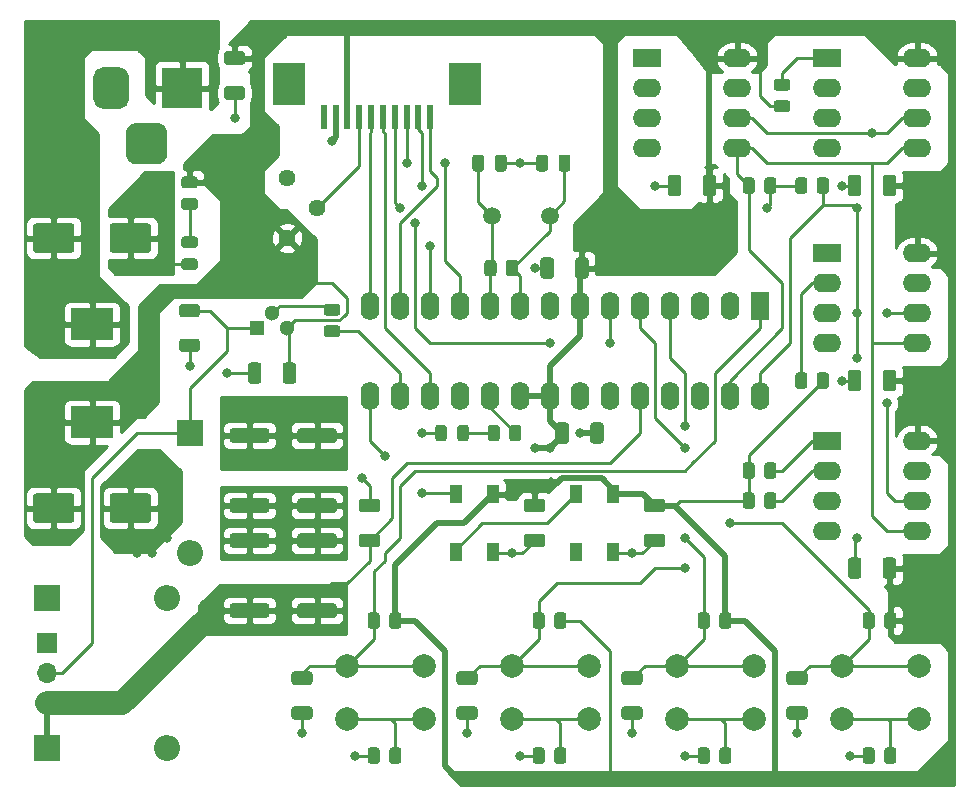
<source format=gbr>
%TF.GenerationSoftware,KiCad,Pcbnew,(5.1.10)-1*%
%TF.CreationDate,2021-06-26T23:15:49+03:00*%
%TF.ProjectId,ambient,616d6269-656e-4742-9e6b-696361645f70,rev?*%
%TF.SameCoordinates,Original*%
%TF.FileFunction,Copper,L1,Top*%
%TF.FilePolarity,Positive*%
%FSLAX46Y46*%
G04 Gerber Fmt 4.6, Leading zero omitted, Abs format (unit mm)*
G04 Created by KiCad (PCBNEW (5.1.10)-1) date 2021-06-26 23:15:49*
%MOMM*%
%LPD*%
G01*
G04 APERTURE LIST*
%TA.AperFunction,ComponentPad*%
%ADD10R,3.500000X3.500000*%
%TD*%
%TA.AperFunction,ComponentPad*%
%ADD11R,1.600000X2.400000*%
%TD*%
%TA.AperFunction,ComponentPad*%
%ADD12O,1.600000X2.400000*%
%TD*%
%TA.AperFunction,ComponentPad*%
%ADD13C,1.500000*%
%TD*%
%TA.AperFunction,SMDPad,CuDef*%
%ADD14R,3.600000X2.700000*%
%TD*%
%TA.AperFunction,SMDPad,CuDef*%
%ADD15R,0.610000X2.000000*%
%TD*%
%TA.AperFunction,SMDPad,CuDef*%
%ADD16R,2.680000X3.600000*%
%TD*%
%TA.AperFunction,ComponentPad*%
%ADD17C,1.440000*%
%TD*%
%TA.AperFunction,ComponentPad*%
%ADD18O,2.400000X1.600000*%
%TD*%
%TA.AperFunction,ComponentPad*%
%ADD19R,2.400000X1.600000*%
%TD*%
%TA.AperFunction,ComponentPad*%
%ADD20C,2.000000*%
%TD*%
%TA.AperFunction,ComponentPad*%
%ADD21R,2.200000X2.200000*%
%TD*%
%TA.AperFunction,ComponentPad*%
%ADD22O,2.200000X2.200000*%
%TD*%
%TA.AperFunction,ComponentPad*%
%ADD23R,1.700000X1.700000*%
%TD*%
%TA.AperFunction,ComponentPad*%
%ADD24O,1.700000X1.700000*%
%TD*%
%TA.AperFunction,SMDPad,CuDef*%
%ADD25R,1.000000X1.500000*%
%TD*%
%TA.AperFunction,ComponentPad*%
%ADD26C,1.300000*%
%TD*%
%TA.AperFunction,ComponentPad*%
%ADD27R,1.300000X1.300000*%
%TD*%
%TA.AperFunction,ViaPad*%
%ADD28C,0.800000*%
%TD*%
%TA.AperFunction,Conductor*%
%ADD29C,0.250000*%
%TD*%
%TA.AperFunction,Conductor*%
%ADD30C,0.500000*%
%TD*%
%TA.AperFunction,Conductor*%
%ADD31C,2.000000*%
%TD*%
%TA.AperFunction,Conductor*%
%ADD32C,0.254000*%
%TD*%
%TA.AperFunction,Conductor*%
%ADD33C,0.100000*%
%TD*%
G04 APERTURE END LIST*
%TO.P,C1,1*%
%TO.N,VCC*%
%TA.AperFunction,SMDPad,CuDef*%
G36*
G01*
X59545000Y-50180001D02*
X59545000Y-48879999D01*
G75*
G02*
X59794999Y-48630000I249999J0D01*
G01*
X60445001Y-48630000D01*
G75*
G02*
X60695000Y-48879999I0J-249999D01*
G01*
X60695000Y-50180001D01*
G75*
G02*
X60445001Y-50430000I-249999J0D01*
G01*
X59794999Y-50430000D01*
G75*
G02*
X59545000Y-50180001I0J249999D01*
G01*
G37*
%TD.AperFunction*%
%TO.P,C1,2*%
%TO.N,GND*%
%TA.AperFunction,SMDPad,CuDef*%
G36*
G01*
X62495000Y-50180001D02*
X62495000Y-48879999D01*
G75*
G02*
X62744999Y-48630000I249999J0D01*
G01*
X63395001Y-48630000D01*
G75*
G02*
X63645000Y-48879999I0J-249999D01*
G01*
X63645000Y-50180001D01*
G75*
G02*
X63395001Y-50430000I-249999J0D01*
G01*
X62744999Y-50430000D01*
G75*
G02*
X62495000Y-50180001I0J249999D01*
G01*
G37*
%TD.AperFunction*%
%TD*%
%TO.P,C2,2*%
%TO.N,GND*%
%TA.AperFunction,SMDPad,CuDef*%
G36*
G01*
X59425000Y-34909999D02*
X59425000Y-36210001D01*
G75*
G02*
X59175001Y-36460000I-249999J0D01*
G01*
X58524999Y-36460000D01*
G75*
G02*
X58275000Y-36210001I0J249999D01*
G01*
X58275000Y-34909999D01*
G75*
G02*
X58524999Y-34660000I249999J0D01*
G01*
X59175001Y-34660000D01*
G75*
G02*
X59425000Y-34909999I0J-249999D01*
G01*
G37*
%TD.AperFunction*%
%TO.P,C2,1*%
%TO.N,VCC*%
%TA.AperFunction,SMDPad,CuDef*%
G36*
G01*
X62375000Y-34909999D02*
X62375000Y-36210001D01*
G75*
G02*
X62125001Y-36460000I-249999J0D01*
G01*
X61474999Y-36460000D01*
G75*
G02*
X61225000Y-36210001I0J249999D01*
G01*
X61225000Y-34909999D01*
G75*
G02*
X61474999Y-34660000I249999J0D01*
G01*
X62125001Y-34660000D01*
G75*
G02*
X62375000Y-34909999I0J-249999D01*
G01*
G37*
%TD.AperFunction*%
%TD*%
D10*
%TO.P,J1,1*%
%TO.N,+5V*%
X27940000Y-20320000D03*
%TO.P,J1,2*%
%TO.N,GND*%
%TA.AperFunction,ComponentPad*%
G36*
G01*
X20440000Y-21320000D02*
X20440000Y-19320000D01*
G75*
G02*
X21190000Y-18570000I750000J0D01*
G01*
X22690000Y-18570000D01*
G75*
G02*
X23440000Y-19320000I0J-750000D01*
G01*
X23440000Y-21320000D01*
G75*
G02*
X22690000Y-22070000I-750000J0D01*
G01*
X21190000Y-22070000D01*
G75*
G02*
X20440000Y-21320000I0J750000D01*
G01*
G37*
%TD.AperFunction*%
%TO.P,J1,3*%
%TO.N,N/C*%
%TA.AperFunction,ComponentPad*%
G36*
G01*
X23190000Y-25895000D02*
X23190000Y-24145000D01*
G75*
G02*
X24065000Y-23270000I875000J0D01*
G01*
X25815000Y-23270000D01*
G75*
G02*
X26690000Y-24145000I0J-875000D01*
G01*
X26690000Y-25895000D01*
G75*
G02*
X25815000Y-26770000I-875000J0D01*
G01*
X24065000Y-26770000D01*
G75*
G02*
X23190000Y-25895000I0J875000D01*
G01*
G37*
%TD.AperFunction*%
%TD*%
D11*
%TO.P,U1,1*%
%TO.N,RESET*%
X76835000Y-38735000D03*
D12*
%TO.P,U1,15*%
%TO.N,PREVIEW_ARRAY*%
X43815000Y-46355000D03*
%TO.P,U1,2*%
%TO.N,Net-(U1-Pad2)*%
X74295000Y-38735000D03*
%TO.P,U1,16*%
%TO.N,MAIN_ARRAY*%
X46355000Y-46355000D03*
%TO.P,U1,3*%
%TO.N,Net-(U1-Pad3)*%
X71755000Y-38735000D03*
%TO.P,U1,17*%
%TO.N,LCD_EN*%
X48895000Y-46355000D03*
%TO.P,U1,4*%
%TO.N,SELECT*%
X69215000Y-38735000D03*
%TO.P,U1,18*%
%TO.N,Net-(U1-Pad18)*%
X51435000Y-46355000D03*
%TO.P,U1,5*%
%TO.N,NEXT*%
X66675000Y-38735000D03*
%TO.P,U1,19*%
%TO.N,LED*%
X53975000Y-46355000D03*
%TO.P,U1,6*%
%TO.N,LCD_DB4*%
X64135000Y-38735000D03*
%TO.P,U1,20*%
%TO.N,VCC*%
X56515000Y-46355000D03*
%TO.P,U1,7*%
X61595000Y-38735000D03*
%TO.P,U1,21*%
X59055000Y-46355000D03*
%TO.P,U1,8*%
%TO.N,GND*%
X59055000Y-38735000D03*
%TO.P,U1,22*%
X61595000Y-46355000D03*
%TO.P,U1,9*%
%TO.N,XTAL1*%
X56515000Y-38735000D03*
%TO.P,U1,23*%
%TO.N,MODIFY*%
X64135000Y-46355000D03*
%TO.P,U1,10*%
%TO.N,XTAL2*%
X53975000Y-38735000D03*
%TO.P,U1,24*%
%TO.N,AMP_IN*%
X66675000Y-46355000D03*
%TO.P,U1,11*%
%TO.N,LCD_DB5*%
X51435000Y-38735000D03*
%TO.P,U1,25*%
%TO.N,Net-(U1-Pad25)*%
X69215000Y-46355000D03*
%TO.P,U1,12*%
%TO.N,LCD_DB6*%
X48895000Y-38735000D03*
%TO.P,U1,26*%
%TO.N,Net-(U1-Pad26)*%
X71755000Y-46355000D03*
%TO.P,U1,13*%
%TO.N,LCD_DB7*%
X46355000Y-38735000D03*
%TO.P,U1,27*%
%TO.N,SDA*%
X74295000Y-46355000D03*
%TO.P,U1,14*%
%TO.N,LCD_RS*%
X43815000Y-38735000D03*
%TO.P,U1,28*%
%TO.N,SCL*%
X76835000Y-46355000D03*
%TD*%
%TO.P,C3,1*%
%TO.N,XTAL1*%
%TA.AperFunction,SMDPad,CuDef*%
G36*
G01*
X60820000Y-26195000D02*
X60820000Y-27145000D01*
G75*
G02*
X60570000Y-27395000I-250000J0D01*
G01*
X60070000Y-27395000D01*
G75*
G02*
X59820000Y-27145000I0J250000D01*
G01*
X59820000Y-26195000D01*
G75*
G02*
X60070000Y-25945000I250000J0D01*
G01*
X60570000Y-25945000D01*
G75*
G02*
X60820000Y-26195000I0J-250000D01*
G01*
G37*
%TD.AperFunction*%
%TO.P,C3,2*%
%TO.N,GND*%
%TA.AperFunction,SMDPad,CuDef*%
G36*
G01*
X58920000Y-26195000D02*
X58920000Y-27145000D01*
G75*
G02*
X58670000Y-27395000I-250000J0D01*
G01*
X58170000Y-27395000D01*
G75*
G02*
X57920000Y-27145000I0J250000D01*
G01*
X57920000Y-26195000D01*
G75*
G02*
X58170000Y-25945000I250000J0D01*
G01*
X58670000Y-25945000D01*
G75*
G02*
X58920000Y-26195000I0J-250000D01*
G01*
G37*
%TD.AperFunction*%
%TD*%
%TO.P,C4,2*%
%TO.N,GND*%
%TA.AperFunction,SMDPad,CuDef*%
G36*
G01*
X54425000Y-27145000D02*
X54425000Y-26195000D01*
G75*
G02*
X54675000Y-25945000I250000J0D01*
G01*
X55175000Y-25945000D01*
G75*
G02*
X55425000Y-26195000I0J-250000D01*
G01*
X55425000Y-27145000D01*
G75*
G02*
X55175000Y-27395000I-250000J0D01*
G01*
X54675000Y-27395000D01*
G75*
G02*
X54425000Y-27145000I0J250000D01*
G01*
G37*
%TD.AperFunction*%
%TO.P,C4,1*%
%TO.N,XTAL2*%
%TA.AperFunction,SMDPad,CuDef*%
G36*
G01*
X52525000Y-27145000D02*
X52525000Y-26195000D01*
G75*
G02*
X52775000Y-25945000I250000J0D01*
G01*
X53275000Y-25945000D01*
G75*
G02*
X53525000Y-26195000I0J-250000D01*
G01*
X53525000Y-27145000D01*
G75*
G02*
X53275000Y-27395000I-250000J0D01*
G01*
X52775000Y-27395000D01*
G75*
G02*
X52525000Y-27145000I0J250000D01*
G01*
G37*
%TD.AperFunction*%
%TD*%
%TO.P,R1,1*%
%TO.N,XTAL2*%
%TA.AperFunction,SMDPad,CuDef*%
G36*
G01*
X53542500Y-36010001D02*
X53542500Y-35109999D01*
G75*
G02*
X53792499Y-34860000I249999J0D01*
G01*
X54317501Y-34860000D01*
G75*
G02*
X54567500Y-35109999I0J-249999D01*
G01*
X54567500Y-36010001D01*
G75*
G02*
X54317501Y-36260000I-249999J0D01*
G01*
X53792499Y-36260000D01*
G75*
G02*
X53542500Y-36010001I0J249999D01*
G01*
G37*
%TD.AperFunction*%
%TO.P,R1,2*%
%TO.N,XTAL1*%
%TA.AperFunction,SMDPad,CuDef*%
G36*
G01*
X55367500Y-36010001D02*
X55367500Y-35109999D01*
G75*
G02*
X55617499Y-34860000I249999J0D01*
G01*
X56142501Y-34860000D01*
G75*
G02*
X56392500Y-35109999I0J-249999D01*
G01*
X56392500Y-36010001D01*
G75*
G02*
X56142501Y-36260000I-249999J0D01*
G01*
X55617499Y-36260000D01*
G75*
G02*
X55367500Y-36010001I0J249999D01*
G01*
G37*
%TD.AperFunction*%
%TD*%
D13*
%TO.P,Y1,1*%
%TO.N,XTAL1*%
X59055000Y-31115000D03*
%TO.P,Y1,2*%
%TO.N,XTAL2*%
X54155000Y-31115000D03*
%TD*%
%TO.P,C5,1*%
%TO.N,+5V*%
%TA.AperFunction,SMDPad,CuDef*%
G36*
G01*
X15320000Y-34020000D02*
X15320000Y-32020000D01*
G75*
G02*
X15570000Y-31770000I250000J0D01*
G01*
X18570000Y-31770000D01*
G75*
G02*
X18820000Y-32020000I0J-250000D01*
G01*
X18820000Y-34020000D01*
G75*
G02*
X18570000Y-34270000I-250000J0D01*
G01*
X15570000Y-34270000D01*
G75*
G02*
X15320000Y-34020000I0J250000D01*
G01*
G37*
%TD.AperFunction*%
%TO.P,C5,2*%
%TO.N,GND*%
%TA.AperFunction,SMDPad,CuDef*%
G36*
G01*
X21820000Y-34020000D02*
X21820000Y-32020000D01*
G75*
G02*
X22070000Y-31770000I250000J0D01*
G01*
X25070000Y-31770000D01*
G75*
G02*
X25320000Y-32020000I0J-250000D01*
G01*
X25320000Y-34020000D01*
G75*
G02*
X25070000Y-34270000I-250000J0D01*
G01*
X22070000Y-34270000D01*
G75*
G02*
X21820000Y-34020000I0J250000D01*
G01*
G37*
%TD.AperFunction*%
%TD*%
%TO.P,C6,2*%
%TO.N,GND*%
%TA.AperFunction,SMDPad,CuDef*%
G36*
G01*
X21820000Y-56880000D02*
X21820000Y-54880000D01*
G75*
G02*
X22070000Y-54630000I250000J0D01*
G01*
X25070000Y-54630000D01*
G75*
G02*
X25320000Y-54880000I0J-250000D01*
G01*
X25320000Y-56880000D01*
G75*
G02*
X25070000Y-57130000I-250000J0D01*
G01*
X22070000Y-57130000D01*
G75*
G02*
X21820000Y-56880000I0J250000D01*
G01*
G37*
%TD.AperFunction*%
%TO.P,C6,1*%
%TO.N,VCC*%
%TA.AperFunction,SMDPad,CuDef*%
G36*
G01*
X15320000Y-56880000D02*
X15320000Y-54880000D01*
G75*
G02*
X15570000Y-54630000I250000J0D01*
G01*
X18570000Y-54630000D01*
G75*
G02*
X18820000Y-54880000I0J-250000D01*
G01*
X18820000Y-56880000D01*
G75*
G02*
X18570000Y-57130000I-250000J0D01*
G01*
X15570000Y-57130000D01*
G75*
G02*
X15320000Y-56880000I0J250000D01*
G01*
G37*
%TD.AperFunction*%
%TD*%
%TO.P,C7,1*%
%TO.N,RESET*%
%TA.AperFunction,SMDPad,CuDef*%
G36*
G01*
X37449999Y-69705000D02*
X38750001Y-69705000D01*
G75*
G02*
X39000000Y-69954999I0J-249999D01*
G01*
X39000000Y-70605001D01*
G75*
G02*
X38750001Y-70855000I-249999J0D01*
G01*
X37449999Y-70855000D01*
G75*
G02*
X37200000Y-70605001I0J249999D01*
G01*
X37200000Y-69954999D01*
G75*
G02*
X37449999Y-69705000I249999J0D01*
G01*
G37*
%TD.AperFunction*%
%TO.P,C7,2*%
%TO.N,GND*%
%TA.AperFunction,SMDPad,CuDef*%
G36*
G01*
X37449999Y-72655000D02*
X38750001Y-72655000D01*
G75*
G02*
X39000000Y-72904999I0J-249999D01*
G01*
X39000000Y-73555001D01*
G75*
G02*
X38750001Y-73805000I-249999J0D01*
G01*
X37449999Y-73805000D01*
G75*
G02*
X37200000Y-73555001I0J249999D01*
G01*
X37200000Y-72904999D01*
G75*
G02*
X37449999Y-72655000I249999J0D01*
G01*
G37*
%TD.AperFunction*%
%TD*%
D14*
%TO.P,L1,1*%
%TO.N,+5V*%
X20320000Y-40300000D03*
%TO.P,L1,2*%
%TO.N,VCC*%
X20320000Y-48600000D03*
%TD*%
%TO.P,R2,2*%
%TO.N,VCC*%
%TA.AperFunction,SMDPad,CuDef*%
G36*
G01*
X45485000Y-65855001D02*
X45485000Y-64954999D01*
G75*
G02*
X45734999Y-64705000I249999J0D01*
G01*
X46260001Y-64705000D01*
G75*
G02*
X46510000Y-64954999I0J-249999D01*
G01*
X46510000Y-65855001D01*
G75*
G02*
X46260001Y-66105000I-249999J0D01*
G01*
X45734999Y-66105000D01*
G75*
G02*
X45485000Y-65855001I0J249999D01*
G01*
G37*
%TD.AperFunction*%
%TO.P,R2,1*%
%TO.N,RESET*%
%TA.AperFunction,SMDPad,CuDef*%
G36*
G01*
X43660000Y-65855001D02*
X43660000Y-64954999D01*
G75*
G02*
X43909999Y-64705000I249999J0D01*
G01*
X44435001Y-64705000D01*
G75*
G02*
X44685000Y-64954999I0J-249999D01*
G01*
X44685000Y-65855001D01*
G75*
G02*
X44435001Y-66105000I-249999J0D01*
G01*
X43909999Y-66105000D01*
G75*
G02*
X43660000Y-65855001I0J249999D01*
G01*
G37*
%TD.AperFunction*%
%TD*%
%TO.P,R3,1*%
%TO.N,GND*%
%TA.AperFunction,SMDPad,CuDef*%
G36*
G01*
X43660000Y-77285001D02*
X43660000Y-76384999D01*
G75*
G02*
X43909999Y-76135000I249999J0D01*
G01*
X44435001Y-76135000D01*
G75*
G02*
X44685000Y-76384999I0J-249999D01*
G01*
X44685000Y-77285001D01*
G75*
G02*
X44435001Y-77535000I-249999J0D01*
G01*
X43909999Y-77535000D01*
G75*
G02*
X43660000Y-77285001I0J249999D01*
G01*
G37*
%TD.AperFunction*%
%TO.P,R3,2*%
%TO.N,Net-(R3-Pad2)*%
%TA.AperFunction,SMDPad,CuDef*%
G36*
G01*
X45485000Y-77285001D02*
X45485000Y-76384999D01*
G75*
G02*
X45734999Y-76135000I249999J0D01*
G01*
X46260001Y-76135000D01*
G75*
G02*
X46510000Y-76384999I0J-249999D01*
G01*
X46510000Y-77285001D01*
G75*
G02*
X46260001Y-77535000I-249999J0D01*
G01*
X45734999Y-77535000D01*
G75*
G02*
X45485000Y-77285001I0J249999D01*
G01*
G37*
%TD.AperFunction*%
%TD*%
%TO.P,C8,1*%
%TO.N,NEXT*%
%TA.AperFunction,SMDPad,CuDef*%
G36*
G01*
X79359999Y-69705000D02*
X80660001Y-69705000D01*
G75*
G02*
X80910000Y-69954999I0J-249999D01*
G01*
X80910000Y-70605001D01*
G75*
G02*
X80660001Y-70855000I-249999J0D01*
G01*
X79359999Y-70855000D01*
G75*
G02*
X79110000Y-70605001I0J249999D01*
G01*
X79110000Y-69954999D01*
G75*
G02*
X79359999Y-69705000I249999J0D01*
G01*
G37*
%TD.AperFunction*%
%TO.P,C8,2*%
%TO.N,GND*%
%TA.AperFunction,SMDPad,CuDef*%
G36*
G01*
X79359999Y-72655000D02*
X80660001Y-72655000D01*
G75*
G02*
X80910000Y-72904999I0J-249999D01*
G01*
X80910000Y-73555001D01*
G75*
G02*
X80660001Y-73805000I-249999J0D01*
G01*
X79359999Y-73805000D01*
G75*
G02*
X79110000Y-73555001I0J249999D01*
G01*
X79110000Y-72904999D01*
G75*
G02*
X79359999Y-72655000I249999J0D01*
G01*
G37*
%TD.AperFunction*%
%TD*%
%TO.P,C9,2*%
%TO.N,GND*%
%TA.AperFunction,SMDPad,CuDef*%
G36*
G01*
X51419999Y-72655000D02*
X52720001Y-72655000D01*
G75*
G02*
X52970000Y-72904999I0J-249999D01*
G01*
X52970000Y-73555001D01*
G75*
G02*
X52720001Y-73805000I-249999J0D01*
G01*
X51419999Y-73805000D01*
G75*
G02*
X51170000Y-73555001I0J249999D01*
G01*
X51170000Y-72904999D01*
G75*
G02*
X51419999Y-72655000I249999J0D01*
G01*
G37*
%TD.AperFunction*%
%TO.P,C9,1*%
%TO.N,SELECT*%
%TA.AperFunction,SMDPad,CuDef*%
G36*
G01*
X51419999Y-69705000D02*
X52720001Y-69705000D01*
G75*
G02*
X52970000Y-69954999I0J-249999D01*
G01*
X52970000Y-70605001D01*
G75*
G02*
X52720001Y-70855000I-249999J0D01*
G01*
X51419999Y-70855000D01*
G75*
G02*
X51170000Y-70605001I0J249999D01*
G01*
X51170000Y-69954999D01*
G75*
G02*
X51419999Y-69705000I249999J0D01*
G01*
G37*
%TD.AperFunction*%
%TD*%
%TO.P,C10,2*%
%TO.N,GND*%
%TA.AperFunction,SMDPad,CuDef*%
G36*
G01*
X65389999Y-72655000D02*
X66690001Y-72655000D01*
G75*
G02*
X66940000Y-72904999I0J-249999D01*
G01*
X66940000Y-73555001D01*
G75*
G02*
X66690001Y-73805000I-249999J0D01*
G01*
X65389999Y-73805000D01*
G75*
G02*
X65140000Y-73555001I0J249999D01*
G01*
X65140000Y-72904999D01*
G75*
G02*
X65389999Y-72655000I249999J0D01*
G01*
G37*
%TD.AperFunction*%
%TO.P,C10,1*%
%TO.N,MODIFY*%
%TA.AperFunction,SMDPad,CuDef*%
G36*
G01*
X65389999Y-69705000D02*
X66690001Y-69705000D01*
G75*
G02*
X66940000Y-69954999I0J-249999D01*
G01*
X66940000Y-70605001D01*
G75*
G02*
X66690001Y-70855000I-249999J0D01*
G01*
X65389999Y-70855000D01*
G75*
G02*
X65140000Y-70605001I0J249999D01*
G01*
X65140000Y-69954999D01*
G75*
G02*
X65389999Y-69705000I249999J0D01*
G01*
G37*
%TD.AperFunction*%
%TD*%
%TO.P,C11,1*%
%TO.N,VCC*%
%TA.AperFunction,SMDPad,CuDef*%
G36*
G01*
X31734999Y-17205000D02*
X33035001Y-17205000D01*
G75*
G02*
X33285000Y-17454999I0J-249999D01*
G01*
X33285000Y-18105001D01*
G75*
G02*
X33035001Y-18355000I-249999J0D01*
G01*
X31734999Y-18355000D01*
G75*
G02*
X31485000Y-18105001I0J249999D01*
G01*
X31485000Y-17454999D01*
G75*
G02*
X31734999Y-17205000I249999J0D01*
G01*
G37*
%TD.AperFunction*%
%TO.P,C11,2*%
%TO.N,GND*%
%TA.AperFunction,SMDPad,CuDef*%
G36*
G01*
X31734999Y-20155000D02*
X33035001Y-20155000D01*
G75*
G02*
X33285000Y-20404999I0J-249999D01*
G01*
X33285000Y-21055001D01*
G75*
G02*
X33035001Y-21305000I-249999J0D01*
G01*
X31734999Y-21305000D01*
G75*
G02*
X31485000Y-21055001I0J249999D01*
G01*
X31485000Y-20404999D01*
G75*
G02*
X31734999Y-20155000I249999J0D01*
G01*
G37*
%TD.AperFunction*%
%TD*%
%TO.P,D1,2*%
%TO.N,Net-(D1-Pad2)*%
%TA.AperFunction,SMDPad,CuDef*%
G36*
G01*
X29031250Y-33840000D02*
X28118750Y-33840000D01*
G75*
G02*
X27875000Y-33596250I0J243750D01*
G01*
X27875000Y-33108750D01*
G75*
G02*
X28118750Y-32865000I243750J0D01*
G01*
X29031250Y-32865000D01*
G75*
G02*
X29275000Y-33108750I0J-243750D01*
G01*
X29275000Y-33596250D01*
G75*
G02*
X29031250Y-33840000I-243750J0D01*
G01*
G37*
%TD.AperFunction*%
%TO.P,D1,1*%
%TO.N,GND*%
%TA.AperFunction,SMDPad,CuDef*%
G36*
G01*
X29031250Y-35715000D02*
X28118750Y-35715000D01*
G75*
G02*
X27875000Y-35471250I0J243750D01*
G01*
X27875000Y-34983750D01*
G75*
G02*
X28118750Y-34740000I243750J0D01*
G01*
X29031250Y-34740000D01*
G75*
G02*
X29275000Y-34983750I0J-243750D01*
G01*
X29275000Y-35471250D01*
G75*
G02*
X29031250Y-35715000I-243750J0D01*
G01*
G37*
%TD.AperFunction*%
%TD*%
%TO.P,D2,1*%
%TO.N,GND*%
%TA.AperFunction,SMDPad,CuDef*%
G36*
G01*
X49375000Y-49986250D02*
X49375000Y-49073750D01*
G75*
G02*
X49618750Y-48830000I243750J0D01*
G01*
X50106250Y-48830000D01*
G75*
G02*
X50350000Y-49073750I0J-243750D01*
G01*
X50350000Y-49986250D01*
G75*
G02*
X50106250Y-50230000I-243750J0D01*
G01*
X49618750Y-50230000D01*
G75*
G02*
X49375000Y-49986250I0J243750D01*
G01*
G37*
%TD.AperFunction*%
%TO.P,D2,2*%
%TO.N,Net-(D2-Pad2)*%
%TA.AperFunction,SMDPad,CuDef*%
G36*
G01*
X51250000Y-49986250D02*
X51250000Y-49073750D01*
G75*
G02*
X51493750Y-48830000I243750J0D01*
G01*
X51981250Y-48830000D01*
G75*
G02*
X52225000Y-49073750I0J-243750D01*
G01*
X52225000Y-49986250D01*
G75*
G02*
X51981250Y-50230000I-243750J0D01*
G01*
X51493750Y-50230000D01*
G75*
G02*
X51250000Y-49986250I0J243750D01*
G01*
G37*
%TD.AperFunction*%
%TD*%
D15*
%TO.P,J2,1*%
%TO.N,LCD_DB7*%
X48950000Y-22755000D03*
%TO.P,J2,2*%
%TO.N,LCD_DB6*%
X47950000Y-22755000D03*
%TO.P,J2,3*%
%TO.N,LCD_DB5*%
X46950000Y-22755000D03*
%TO.P,J2,4*%
%TO.N,LCD_DB4*%
X45950000Y-22755000D03*
%TO.P,J2,5*%
%TO.N,LCD_EN*%
X44950000Y-22755000D03*
%TO.P,J2,6*%
%TO.N,LCD_RS*%
X43950000Y-22755000D03*
%TO.P,J2,7*%
%TO.N,Net-(J2-Pad7)*%
X42950000Y-22755000D03*
%TO.P,J2,8*%
%TO.N,VCC*%
X41950000Y-22755000D03*
%TO.P,J2,9*%
%TO.N,GND*%
X40950000Y-22755000D03*
%TO.P,J2,10*%
%TO.N,Net-(J2-Pad10)*%
X39950000Y-22755000D03*
D16*
%TO.P,J2,MP*%
%TO.N,N/C*%
X51940000Y-19955000D03*
X36960000Y-19955000D03*
%TD*%
%TO.P,R4,1*%
%TO.N,NEXT*%
%TA.AperFunction,SMDPad,CuDef*%
G36*
G01*
X85570000Y-65855001D02*
X85570000Y-64954999D01*
G75*
G02*
X85819999Y-64705000I249999J0D01*
G01*
X86345001Y-64705000D01*
G75*
G02*
X86595000Y-64954999I0J-249999D01*
G01*
X86595000Y-65855001D01*
G75*
G02*
X86345001Y-66105000I-249999J0D01*
G01*
X85819999Y-66105000D01*
G75*
G02*
X85570000Y-65855001I0J249999D01*
G01*
G37*
%TD.AperFunction*%
%TO.P,R4,2*%
%TO.N,VCC*%
%TA.AperFunction,SMDPad,CuDef*%
G36*
G01*
X87395000Y-65855001D02*
X87395000Y-64954999D01*
G75*
G02*
X87644999Y-64705000I249999J0D01*
G01*
X88170001Y-64705000D01*
G75*
G02*
X88420000Y-64954999I0J-249999D01*
G01*
X88420000Y-65855001D01*
G75*
G02*
X88170001Y-66105000I-249999J0D01*
G01*
X87644999Y-66105000D01*
G75*
G02*
X87395000Y-65855001I0J249999D01*
G01*
G37*
%TD.AperFunction*%
%TD*%
%TO.P,R5,2*%
%TO.N,Net-(R5-Pad2)*%
%TA.AperFunction,SMDPad,CuDef*%
G36*
G01*
X87395000Y-77285001D02*
X87395000Y-76384999D01*
G75*
G02*
X87644999Y-76135000I249999J0D01*
G01*
X88170001Y-76135000D01*
G75*
G02*
X88420000Y-76384999I0J-249999D01*
G01*
X88420000Y-77285001D01*
G75*
G02*
X88170001Y-77535000I-249999J0D01*
G01*
X87644999Y-77535000D01*
G75*
G02*
X87395000Y-77285001I0J249999D01*
G01*
G37*
%TD.AperFunction*%
%TO.P,R5,1*%
%TO.N,GND*%
%TA.AperFunction,SMDPad,CuDef*%
G36*
G01*
X85570000Y-77285001D02*
X85570000Y-76384999D01*
G75*
G02*
X85819999Y-76135000I249999J0D01*
G01*
X86345001Y-76135000D01*
G75*
G02*
X86595000Y-76384999I0J-249999D01*
G01*
X86595000Y-77285001D01*
G75*
G02*
X86345001Y-77535000I-249999J0D01*
G01*
X85819999Y-77535000D01*
G75*
G02*
X85570000Y-77285001I0J249999D01*
G01*
G37*
%TD.AperFunction*%
%TD*%
%TO.P,R6,2*%
%TO.N,VCC*%
%TA.AperFunction,SMDPad,CuDef*%
G36*
G01*
X59455000Y-65855001D02*
X59455000Y-64954999D01*
G75*
G02*
X59704999Y-64705000I249999J0D01*
G01*
X60230001Y-64705000D01*
G75*
G02*
X60480000Y-64954999I0J-249999D01*
G01*
X60480000Y-65855001D01*
G75*
G02*
X60230001Y-66105000I-249999J0D01*
G01*
X59704999Y-66105000D01*
G75*
G02*
X59455000Y-65855001I0J249999D01*
G01*
G37*
%TD.AperFunction*%
%TO.P,R6,1*%
%TO.N,SELECT*%
%TA.AperFunction,SMDPad,CuDef*%
G36*
G01*
X57630000Y-65855001D02*
X57630000Y-64954999D01*
G75*
G02*
X57879999Y-64705000I249999J0D01*
G01*
X58405001Y-64705000D01*
G75*
G02*
X58655000Y-64954999I0J-249999D01*
G01*
X58655000Y-65855001D01*
G75*
G02*
X58405001Y-66105000I-249999J0D01*
G01*
X57879999Y-66105000D01*
G75*
G02*
X57630000Y-65855001I0J249999D01*
G01*
G37*
%TD.AperFunction*%
%TD*%
%TO.P,R7,1*%
%TO.N,GND*%
%TA.AperFunction,SMDPad,CuDef*%
G36*
G01*
X57630000Y-77285001D02*
X57630000Y-76384999D01*
G75*
G02*
X57879999Y-76135000I249999J0D01*
G01*
X58405001Y-76135000D01*
G75*
G02*
X58655000Y-76384999I0J-249999D01*
G01*
X58655000Y-77285001D01*
G75*
G02*
X58405001Y-77535000I-249999J0D01*
G01*
X57879999Y-77535000D01*
G75*
G02*
X57630000Y-77285001I0J249999D01*
G01*
G37*
%TD.AperFunction*%
%TO.P,R7,2*%
%TO.N,Net-(R7-Pad2)*%
%TA.AperFunction,SMDPad,CuDef*%
G36*
G01*
X59455000Y-77285001D02*
X59455000Y-76384999D01*
G75*
G02*
X59704999Y-76135000I249999J0D01*
G01*
X60230001Y-76135000D01*
G75*
G02*
X60480000Y-76384999I0J-249999D01*
G01*
X60480000Y-77285001D01*
G75*
G02*
X60230001Y-77535000I-249999J0D01*
G01*
X59704999Y-77535000D01*
G75*
G02*
X59455000Y-77285001I0J249999D01*
G01*
G37*
%TD.AperFunction*%
%TD*%
%TO.P,R8,2*%
%TO.N,VCC*%
%TA.AperFunction,SMDPad,CuDef*%
G36*
G01*
X73425000Y-65855001D02*
X73425000Y-64954999D01*
G75*
G02*
X73674999Y-64705000I249999J0D01*
G01*
X74200001Y-64705000D01*
G75*
G02*
X74450000Y-64954999I0J-249999D01*
G01*
X74450000Y-65855001D01*
G75*
G02*
X74200001Y-66105000I-249999J0D01*
G01*
X73674999Y-66105000D01*
G75*
G02*
X73425000Y-65855001I0J249999D01*
G01*
G37*
%TD.AperFunction*%
%TO.P,R8,1*%
%TO.N,MODIFY*%
%TA.AperFunction,SMDPad,CuDef*%
G36*
G01*
X71600000Y-65855001D02*
X71600000Y-64954999D01*
G75*
G02*
X71849999Y-64705000I249999J0D01*
G01*
X72375001Y-64705000D01*
G75*
G02*
X72625000Y-64954999I0J-249999D01*
G01*
X72625000Y-65855001D01*
G75*
G02*
X72375001Y-66105000I-249999J0D01*
G01*
X71849999Y-66105000D01*
G75*
G02*
X71600000Y-65855001I0J249999D01*
G01*
G37*
%TD.AperFunction*%
%TD*%
%TO.P,R9,1*%
%TO.N,GND*%
%TA.AperFunction,SMDPad,CuDef*%
G36*
G01*
X71600000Y-77285001D02*
X71600000Y-76384999D01*
G75*
G02*
X71849999Y-76135000I249999J0D01*
G01*
X72375001Y-76135000D01*
G75*
G02*
X72625000Y-76384999I0J-249999D01*
G01*
X72625000Y-77285001D01*
G75*
G02*
X72375001Y-77535000I-249999J0D01*
G01*
X71849999Y-77535000D01*
G75*
G02*
X71600000Y-77285001I0J249999D01*
G01*
G37*
%TD.AperFunction*%
%TO.P,R9,2*%
%TO.N,Net-(R9-Pad2)*%
%TA.AperFunction,SMDPad,CuDef*%
G36*
G01*
X73425000Y-77285001D02*
X73425000Y-76384999D01*
G75*
G02*
X73674999Y-76135000I249999J0D01*
G01*
X74200001Y-76135000D01*
G75*
G02*
X74450000Y-76384999I0J-249999D01*
G01*
X74450000Y-77285001D01*
G75*
G02*
X74200001Y-77535000I-249999J0D01*
G01*
X73674999Y-77535000D01*
G75*
G02*
X73425000Y-77285001I0J249999D01*
G01*
G37*
%TD.AperFunction*%
%TD*%
%TO.P,R10,1*%
%TO.N,Net-(D1-Pad2)*%
%TA.AperFunction,SMDPad,CuDef*%
G36*
G01*
X29025001Y-30635000D02*
X28124999Y-30635000D01*
G75*
G02*
X27875000Y-30385001I0J249999D01*
G01*
X27875000Y-29859999D01*
G75*
G02*
X28124999Y-29610000I249999J0D01*
G01*
X29025001Y-29610000D01*
G75*
G02*
X29275000Y-29859999I0J-249999D01*
G01*
X29275000Y-30385001D01*
G75*
G02*
X29025001Y-30635000I-249999J0D01*
G01*
G37*
%TD.AperFunction*%
%TO.P,R10,2*%
%TO.N,VCC*%
%TA.AperFunction,SMDPad,CuDef*%
G36*
G01*
X29025001Y-28810000D02*
X28124999Y-28810000D01*
G75*
G02*
X27875000Y-28560001I0J249999D01*
G01*
X27875000Y-28034999D01*
G75*
G02*
X28124999Y-27785000I249999J0D01*
G01*
X29025001Y-27785000D01*
G75*
G02*
X29275000Y-28034999I0J-249999D01*
G01*
X29275000Y-28560001D01*
G75*
G02*
X29025001Y-28810000I-249999J0D01*
G01*
G37*
%TD.AperFunction*%
%TD*%
%TO.P,R11,2*%
%TO.N,LED*%
%TA.AperFunction,SMDPad,CuDef*%
G36*
G01*
X55645000Y-49980001D02*
X55645000Y-49079999D01*
G75*
G02*
X55894999Y-48830000I249999J0D01*
G01*
X56420001Y-48830000D01*
G75*
G02*
X56670000Y-49079999I0J-249999D01*
G01*
X56670000Y-49980001D01*
G75*
G02*
X56420001Y-50230000I-249999J0D01*
G01*
X55894999Y-50230000D01*
G75*
G02*
X55645000Y-49980001I0J249999D01*
G01*
G37*
%TD.AperFunction*%
%TO.P,R11,1*%
%TO.N,Net-(D2-Pad2)*%
%TA.AperFunction,SMDPad,CuDef*%
G36*
G01*
X53820000Y-49980001D02*
X53820000Y-49079999D01*
G75*
G02*
X54069999Y-48830000I249999J0D01*
G01*
X54595001Y-48830000D01*
G75*
G02*
X54845000Y-49079999I0J-249999D01*
G01*
X54845000Y-49980001D01*
G75*
G02*
X54595001Y-50230000I-249999J0D01*
G01*
X54069999Y-50230000D01*
G75*
G02*
X53820000Y-49980001I0J249999D01*
G01*
G37*
%TD.AperFunction*%
%TD*%
D17*
%TO.P,RV1,3*%
%TO.N,GND*%
X36830000Y-27940000D03*
%TO.P,RV1,2*%
%TO.N,Net-(J2-Pad7)*%
X39370000Y-30480000D03*
%TO.P,RV1,1*%
%TO.N,VCC*%
X36830000Y-33020000D03*
%TD*%
%TO.P,C12,1*%
%TO.N,VCC*%
%TA.AperFunction,SMDPad,CuDef*%
G36*
G01*
X73170000Y-27924999D02*
X73170000Y-29225001D01*
G75*
G02*
X72920001Y-29475000I-249999J0D01*
G01*
X72269999Y-29475000D01*
G75*
G02*
X72020000Y-29225001I0J249999D01*
G01*
X72020000Y-27924999D01*
G75*
G02*
X72269999Y-27675000I249999J0D01*
G01*
X72920001Y-27675000D01*
G75*
G02*
X73170000Y-27924999I0J-249999D01*
G01*
G37*
%TD.AperFunction*%
%TO.P,C12,2*%
%TO.N,GND*%
%TA.AperFunction,SMDPad,CuDef*%
G36*
G01*
X70220000Y-27924999D02*
X70220000Y-29225001D01*
G75*
G02*
X69970001Y-29475000I-249999J0D01*
G01*
X69319999Y-29475000D01*
G75*
G02*
X69070000Y-29225001I0J249999D01*
G01*
X69070000Y-27924999D01*
G75*
G02*
X69319999Y-27675000I249999J0D01*
G01*
X69970001Y-27675000D01*
G75*
G02*
X70220000Y-27924999I0J-249999D01*
G01*
G37*
%TD.AperFunction*%
%TD*%
%TO.P,C13,2*%
%TO.N,GND*%
%TA.AperFunction,SMDPad,CuDef*%
G36*
G01*
X85460000Y-27924999D02*
X85460000Y-29225001D01*
G75*
G02*
X85210001Y-29475000I-249999J0D01*
G01*
X84559999Y-29475000D01*
G75*
G02*
X84310000Y-29225001I0J249999D01*
G01*
X84310000Y-27924999D01*
G75*
G02*
X84559999Y-27675000I249999J0D01*
G01*
X85210001Y-27675000D01*
G75*
G02*
X85460000Y-27924999I0J-249999D01*
G01*
G37*
%TD.AperFunction*%
%TO.P,C13,1*%
%TO.N,VCC*%
%TA.AperFunction,SMDPad,CuDef*%
G36*
G01*
X88410000Y-27924999D02*
X88410000Y-29225001D01*
G75*
G02*
X88160001Y-29475000I-249999J0D01*
G01*
X87509999Y-29475000D01*
G75*
G02*
X87260000Y-29225001I0J249999D01*
G01*
X87260000Y-27924999D01*
G75*
G02*
X87509999Y-27675000I249999J0D01*
G01*
X88160001Y-27675000D01*
G75*
G02*
X88410000Y-27924999I0J-249999D01*
G01*
G37*
%TD.AperFunction*%
%TD*%
%TO.P,C14,1*%
%TO.N,VCC*%
%TA.AperFunction,SMDPad,CuDef*%
G36*
G01*
X88410000Y-44434999D02*
X88410000Y-45735001D01*
G75*
G02*
X88160001Y-45985000I-249999J0D01*
G01*
X87509999Y-45985000D01*
G75*
G02*
X87260000Y-45735001I0J249999D01*
G01*
X87260000Y-44434999D01*
G75*
G02*
X87509999Y-44185000I249999J0D01*
G01*
X88160001Y-44185000D01*
G75*
G02*
X88410000Y-44434999I0J-249999D01*
G01*
G37*
%TD.AperFunction*%
%TO.P,C14,2*%
%TO.N,GND*%
%TA.AperFunction,SMDPad,CuDef*%
G36*
G01*
X85460000Y-44434999D02*
X85460000Y-45735001D01*
G75*
G02*
X85210001Y-45985000I-249999J0D01*
G01*
X84559999Y-45985000D01*
G75*
G02*
X84310000Y-45735001I0J249999D01*
G01*
X84310000Y-44434999D01*
G75*
G02*
X84559999Y-44185000I249999J0D01*
G01*
X85210001Y-44185000D01*
G75*
G02*
X85460000Y-44434999I0J-249999D01*
G01*
G37*
%TD.AperFunction*%
%TD*%
%TO.P,C15,2*%
%TO.N,GND*%
%TA.AperFunction,SMDPad,CuDef*%
G36*
G01*
X85460000Y-60309999D02*
X85460000Y-61610001D01*
G75*
G02*
X85210001Y-61860000I-249999J0D01*
G01*
X84559999Y-61860000D01*
G75*
G02*
X84310000Y-61610001I0J249999D01*
G01*
X84310000Y-60309999D01*
G75*
G02*
X84559999Y-60060000I249999J0D01*
G01*
X85210001Y-60060000D01*
G75*
G02*
X85460000Y-60309999I0J-249999D01*
G01*
G37*
%TD.AperFunction*%
%TO.P,C15,1*%
%TO.N,VCC*%
%TA.AperFunction,SMDPad,CuDef*%
G36*
G01*
X88410000Y-60309999D02*
X88410000Y-61610001D01*
G75*
G02*
X88160001Y-61860000I-249999J0D01*
G01*
X87509999Y-61860000D01*
G75*
G02*
X87260000Y-61610001I0J249999D01*
G01*
X87260000Y-60309999D01*
G75*
G02*
X87509999Y-60060000I249999J0D01*
G01*
X88160001Y-60060000D01*
G75*
G02*
X88410000Y-60309999I0J-249999D01*
G01*
G37*
%TD.AperFunction*%
%TD*%
%TO.P,R12,2*%
%TO.N,VCC*%
%TA.AperFunction,SMDPad,CuDef*%
G36*
G01*
X77235000Y-29025001D02*
X77235000Y-28124999D01*
G75*
G02*
X77484999Y-27875000I249999J0D01*
G01*
X78010001Y-27875000D01*
G75*
G02*
X78260000Y-28124999I0J-249999D01*
G01*
X78260000Y-29025001D01*
G75*
G02*
X78010001Y-29275000I-249999J0D01*
G01*
X77484999Y-29275000D01*
G75*
G02*
X77235000Y-29025001I0J249999D01*
G01*
G37*
%TD.AperFunction*%
%TO.P,R12,1*%
%TO.N,SDA*%
%TA.AperFunction,SMDPad,CuDef*%
G36*
G01*
X75410000Y-29025001D02*
X75410000Y-28124999D01*
G75*
G02*
X75659999Y-27875000I249999J0D01*
G01*
X76185001Y-27875000D01*
G75*
G02*
X76435000Y-28124999I0J-249999D01*
G01*
X76435000Y-29025001D01*
G75*
G02*
X76185001Y-29275000I-249999J0D01*
G01*
X75659999Y-29275000D01*
G75*
G02*
X75410000Y-29025001I0J249999D01*
G01*
G37*
%TD.AperFunction*%
%TD*%
%TO.P,R13,1*%
%TO.N,SCL*%
%TA.AperFunction,SMDPad,CuDef*%
G36*
G01*
X82705000Y-28124999D02*
X82705000Y-29025001D01*
G75*
G02*
X82455001Y-29275000I-249999J0D01*
G01*
X81929999Y-29275000D01*
G75*
G02*
X81680000Y-29025001I0J249999D01*
G01*
X81680000Y-28124999D01*
G75*
G02*
X81929999Y-27875000I249999J0D01*
G01*
X82455001Y-27875000D01*
G75*
G02*
X82705000Y-28124999I0J-249999D01*
G01*
G37*
%TD.AperFunction*%
%TO.P,R13,2*%
%TO.N,VCC*%
%TA.AperFunction,SMDPad,CuDef*%
G36*
G01*
X80880000Y-28124999D02*
X80880000Y-29025001D01*
G75*
G02*
X80630001Y-29275000I-249999J0D01*
G01*
X80104999Y-29275000D01*
G75*
G02*
X79855000Y-29025001I0J249999D01*
G01*
X79855000Y-28124999D01*
G75*
G02*
X80104999Y-27875000I249999J0D01*
G01*
X80630001Y-27875000D01*
G75*
G02*
X80880000Y-28124999I0J-249999D01*
G01*
G37*
%TD.AperFunction*%
%TD*%
%TO.P,R14,2*%
%TO.N,Net-(R14-Pad2)*%
%TA.AperFunction,SMDPad,CuDef*%
G36*
G01*
X79190001Y-20555000D02*
X78289999Y-20555000D01*
G75*
G02*
X78040000Y-20305001I0J249999D01*
G01*
X78040000Y-19779999D01*
G75*
G02*
X78289999Y-19530000I249999J0D01*
G01*
X79190001Y-19530000D01*
G75*
G02*
X79440000Y-19779999I0J-249999D01*
G01*
X79440000Y-20305001D01*
G75*
G02*
X79190001Y-20555000I-249999J0D01*
G01*
G37*
%TD.AperFunction*%
%TO.P,R14,1*%
%TO.N,VCC*%
%TA.AperFunction,SMDPad,CuDef*%
G36*
G01*
X79190001Y-22380000D02*
X78289999Y-22380000D01*
G75*
G02*
X78040000Y-22130001I0J249999D01*
G01*
X78040000Y-21604999D01*
G75*
G02*
X78289999Y-21355000I249999J0D01*
G01*
X79190001Y-21355000D01*
G75*
G02*
X79440000Y-21604999I0J-249999D01*
G01*
X79440000Y-22130001D01*
G75*
G02*
X79190001Y-22380000I-249999J0D01*
G01*
G37*
%TD.AperFunction*%
%TD*%
%TO.P,R15,2*%
%TO.N,Net-(R15-Pad2)*%
%TA.AperFunction,SMDPad,CuDef*%
G36*
G01*
X80880000Y-44634999D02*
X80880000Y-45535001D01*
G75*
G02*
X80630001Y-45785000I-249999J0D01*
G01*
X80104999Y-45785000D01*
G75*
G02*
X79855000Y-45535001I0J249999D01*
G01*
X79855000Y-44634999D01*
G75*
G02*
X80104999Y-44385000I249999J0D01*
G01*
X80630001Y-44385000D01*
G75*
G02*
X80880000Y-44634999I0J-249999D01*
G01*
G37*
%TD.AperFunction*%
%TO.P,R15,1*%
%TO.N,VCC*%
%TA.AperFunction,SMDPad,CuDef*%
G36*
G01*
X82705000Y-44634999D02*
X82705000Y-45535001D01*
G75*
G02*
X82455001Y-45785000I-249999J0D01*
G01*
X81929999Y-45785000D01*
G75*
G02*
X81680000Y-45535001I0J249999D01*
G01*
X81680000Y-44634999D01*
G75*
G02*
X81929999Y-44385000I249999J0D01*
G01*
X82455001Y-44385000D01*
G75*
G02*
X82705000Y-44634999I0J-249999D01*
G01*
G37*
%TD.AperFunction*%
%TD*%
%TO.P,R16,1*%
%TO.N,VCC*%
%TA.AperFunction,SMDPad,CuDef*%
G36*
G01*
X75410000Y-53155001D02*
X75410000Y-52254999D01*
G75*
G02*
X75659999Y-52005000I249999J0D01*
G01*
X76185001Y-52005000D01*
G75*
G02*
X76435000Y-52254999I0J-249999D01*
G01*
X76435000Y-53155001D01*
G75*
G02*
X76185001Y-53405000I-249999J0D01*
G01*
X75659999Y-53405000D01*
G75*
G02*
X75410000Y-53155001I0J249999D01*
G01*
G37*
%TD.AperFunction*%
%TO.P,R16,2*%
%TO.N,Net-(R16-Pad2)*%
%TA.AperFunction,SMDPad,CuDef*%
G36*
G01*
X77235000Y-53155001D02*
X77235000Y-52254999D01*
G75*
G02*
X77484999Y-52005000I249999J0D01*
G01*
X78010001Y-52005000D01*
G75*
G02*
X78260000Y-52254999I0J-249999D01*
G01*
X78260000Y-53155001D01*
G75*
G02*
X78010001Y-53405000I-249999J0D01*
G01*
X77484999Y-53405000D01*
G75*
G02*
X77235000Y-53155001I0J249999D01*
G01*
G37*
%TD.AperFunction*%
%TD*%
%TO.P,R17,1*%
%TO.N,VCC*%
%TA.AperFunction,SMDPad,CuDef*%
G36*
G01*
X75410000Y-55695001D02*
X75410000Y-54794999D01*
G75*
G02*
X75659999Y-54545000I249999J0D01*
G01*
X76185001Y-54545000D01*
G75*
G02*
X76435000Y-54794999I0J-249999D01*
G01*
X76435000Y-55695001D01*
G75*
G02*
X76185001Y-55945000I-249999J0D01*
G01*
X75659999Y-55945000D01*
G75*
G02*
X75410000Y-55695001I0J249999D01*
G01*
G37*
%TD.AperFunction*%
%TO.P,R17,2*%
%TO.N,Net-(R17-Pad2)*%
%TA.AperFunction,SMDPad,CuDef*%
G36*
G01*
X77235000Y-55695001D02*
X77235000Y-54794999D01*
G75*
G02*
X77484999Y-54545000I249999J0D01*
G01*
X78010001Y-54545000D01*
G75*
G02*
X78260000Y-54794999I0J-249999D01*
G01*
X78260000Y-55695001D01*
G75*
G02*
X78010001Y-55945000I-249999J0D01*
G01*
X77484999Y-55945000D01*
G75*
G02*
X77235000Y-55695001I0J249999D01*
G01*
G37*
%TD.AperFunction*%
%TD*%
D18*
%TO.P,U2,8*%
%TO.N,VCC*%
X74930000Y-17780000D03*
%TO.P,U2,4*%
%TO.N,GND*%
X67310000Y-25400000D03*
%TO.P,U2,7*%
X74930000Y-20320000D03*
%TO.P,U2,3*%
X67310000Y-22860000D03*
%TO.P,U2,6*%
%TO.N,SCL*%
X74930000Y-22860000D03*
%TO.P,U2,2*%
%TO.N,GND*%
X67310000Y-20320000D03*
%TO.P,U2,5*%
%TO.N,SDA*%
X74930000Y-25400000D03*
D19*
%TO.P,U2,1*%
%TO.N,GND*%
X67310000Y-17780000D03*
%TD*%
%TO.P,U3,1*%
%TO.N,Net-(R14-Pad2)*%
X82550000Y-17780000D03*
D18*
%TO.P,U3,5*%
%TO.N,SDA*%
X90170000Y-25400000D03*
%TO.P,U3,2*%
%TO.N,GND*%
X82550000Y-20320000D03*
%TO.P,U3,6*%
%TO.N,SCL*%
X90170000Y-22860000D03*
%TO.P,U3,3*%
%TO.N,GND*%
X82550000Y-22860000D03*
%TO.P,U3,7*%
X90170000Y-20320000D03*
%TO.P,U3,4*%
X82550000Y-25400000D03*
%TO.P,U3,8*%
%TO.N,VCC*%
X90170000Y-17780000D03*
%TD*%
%TO.P,U4,8*%
%TO.N,VCC*%
X90170000Y-34290000D03*
%TO.P,U4,4*%
%TO.N,GND*%
X82550000Y-41910000D03*
%TO.P,U4,7*%
X90170000Y-36830000D03*
%TO.P,U4,3*%
X82550000Y-39370000D03*
%TO.P,U4,6*%
%TO.N,SCL*%
X90170000Y-39370000D03*
%TO.P,U4,2*%
%TO.N,Net-(R15-Pad2)*%
X82550000Y-36830000D03*
%TO.P,U4,5*%
%TO.N,SDA*%
X90170000Y-41910000D03*
D19*
%TO.P,U4,1*%
%TO.N,GND*%
X82550000Y-34290000D03*
%TD*%
%TO.P,U5,1*%
%TO.N,Net-(R16-Pad2)*%
X82550000Y-50165000D03*
D18*
%TO.P,U5,5*%
%TO.N,SDA*%
X90170000Y-57785000D03*
%TO.P,U5,2*%
%TO.N,Net-(R17-Pad2)*%
X82550000Y-52705000D03*
%TO.P,U5,6*%
%TO.N,SCL*%
X90170000Y-55245000D03*
%TO.P,U5,3*%
%TO.N,GND*%
X82550000Y-55245000D03*
%TO.P,U5,7*%
X90170000Y-52705000D03*
%TO.P,U5,4*%
X82550000Y-57785000D03*
%TO.P,U5,8*%
%TO.N,VCC*%
X90170000Y-50165000D03*
%TD*%
D20*
%TO.P,SW1,2*%
%TO.N,Net-(R3-Pad2)*%
X41910000Y-73715000D03*
%TO.P,SW1,1*%
%TO.N,RESET*%
X41910000Y-69215000D03*
%TO.P,SW1,2*%
%TO.N,Net-(R3-Pad2)*%
X48410000Y-73715000D03*
%TO.P,SW1,1*%
%TO.N,RESET*%
X48410000Y-69215000D03*
%TD*%
%TO.P,SW2,1*%
%TO.N,NEXT*%
X90320000Y-69215000D03*
%TO.P,SW2,2*%
%TO.N,Net-(R5-Pad2)*%
X90320000Y-73715000D03*
%TO.P,SW2,1*%
%TO.N,NEXT*%
X83820000Y-69215000D03*
%TO.P,SW2,2*%
%TO.N,Net-(R5-Pad2)*%
X83820000Y-73715000D03*
%TD*%
%TO.P,SW3,2*%
%TO.N,Net-(R7-Pad2)*%
X55880000Y-73715000D03*
%TO.P,SW3,1*%
%TO.N,SELECT*%
X55880000Y-69215000D03*
%TO.P,SW3,2*%
%TO.N,Net-(R7-Pad2)*%
X62380000Y-73715000D03*
%TO.P,SW3,1*%
%TO.N,SELECT*%
X62380000Y-69215000D03*
%TD*%
%TO.P,SW4,1*%
%TO.N,MODIFY*%
X76350000Y-69215000D03*
%TO.P,SW4,2*%
%TO.N,Net-(R9-Pad2)*%
X76350000Y-73715000D03*
%TO.P,SW4,1*%
%TO.N,MODIFY*%
X69850000Y-69215000D03*
%TO.P,SW4,2*%
%TO.N,Net-(R9-Pad2)*%
X69850000Y-73715000D03*
%TD*%
%TO.P,C16,2*%
%TO.N,GND*%
%TA.AperFunction,SMDPad,CuDef*%
G36*
G01*
X57134999Y-58050000D02*
X58435001Y-58050000D01*
G75*
G02*
X58685000Y-58299999I0J-249999D01*
G01*
X58685000Y-58950001D01*
G75*
G02*
X58435001Y-59200000I-249999J0D01*
G01*
X57134999Y-59200000D01*
G75*
G02*
X56885000Y-58950001I0J249999D01*
G01*
X56885000Y-58299999D01*
G75*
G02*
X57134999Y-58050000I249999J0D01*
G01*
G37*
%TD.AperFunction*%
%TO.P,C16,1*%
%TO.N,VCC*%
%TA.AperFunction,SMDPad,CuDef*%
G36*
G01*
X57134999Y-55100000D02*
X58435001Y-55100000D01*
G75*
G02*
X58685000Y-55349999I0J-249999D01*
G01*
X58685000Y-56000001D01*
G75*
G02*
X58435001Y-56250000I-249999J0D01*
G01*
X57134999Y-56250000D01*
G75*
G02*
X56885000Y-56000001I0J249999D01*
G01*
X56885000Y-55349999D01*
G75*
G02*
X57134999Y-55100000I249999J0D01*
G01*
G37*
%TD.AperFunction*%
%TD*%
%TO.P,C17,1*%
%TO.N,VCC*%
%TA.AperFunction,SMDPad,CuDef*%
G36*
G01*
X67294999Y-55100000D02*
X68595001Y-55100000D01*
G75*
G02*
X68845000Y-55349999I0J-249999D01*
G01*
X68845000Y-56000001D01*
G75*
G02*
X68595001Y-56250000I-249999J0D01*
G01*
X67294999Y-56250000D01*
G75*
G02*
X67045000Y-56000001I0J249999D01*
G01*
X67045000Y-55349999D01*
G75*
G02*
X67294999Y-55100000I249999J0D01*
G01*
G37*
%TD.AperFunction*%
%TO.P,C17,2*%
%TO.N,GND*%
%TA.AperFunction,SMDPad,CuDef*%
G36*
G01*
X67294999Y-58050000D02*
X68595001Y-58050000D01*
G75*
G02*
X68845000Y-58299999I0J-249999D01*
G01*
X68845000Y-58950001D01*
G75*
G02*
X68595001Y-59200000I-249999J0D01*
G01*
X67294999Y-59200000D01*
G75*
G02*
X67045000Y-58950001I0J249999D01*
G01*
X67045000Y-58299999D01*
G75*
G02*
X67294999Y-58050000I249999J0D01*
G01*
G37*
%TD.AperFunction*%
%TD*%
%TO.P,C18,1*%
%TO.N,VCC*%
%TA.AperFunction,SMDPad,CuDef*%
G36*
G01*
X37610000Y-43799999D02*
X37610000Y-45100001D01*
G75*
G02*
X37360001Y-45350000I-249999J0D01*
G01*
X36709999Y-45350000D01*
G75*
G02*
X36460000Y-45100001I0J249999D01*
G01*
X36460000Y-43799999D01*
G75*
G02*
X36709999Y-43550000I249999J0D01*
G01*
X37360001Y-43550000D01*
G75*
G02*
X37610000Y-43799999I0J-249999D01*
G01*
G37*
%TD.AperFunction*%
%TO.P,C18,2*%
%TO.N,GND*%
%TA.AperFunction,SMDPad,CuDef*%
G36*
G01*
X34660000Y-43799999D02*
X34660000Y-45100001D01*
G75*
G02*
X34410001Y-45350000I-249999J0D01*
G01*
X33759999Y-45350000D01*
G75*
G02*
X33510000Y-45100001I0J249999D01*
G01*
X33510000Y-43799999D01*
G75*
G02*
X33759999Y-43550000I249999J0D01*
G01*
X34410001Y-43550000D01*
G75*
G02*
X34660000Y-43799999I0J-249999D01*
G01*
G37*
%TD.AperFunction*%
%TD*%
%TO.P,C19,2*%
%TO.N,GND*%
%TA.AperFunction,SMDPad,CuDef*%
G36*
G01*
X44465001Y-56250000D02*
X43164999Y-56250000D01*
G75*
G02*
X42915000Y-56000001I0J249999D01*
G01*
X42915000Y-55349999D01*
G75*
G02*
X43164999Y-55100000I249999J0D01*
G01*
X44465001Y-55100000D01*
G75*
G02*
X44715000Y-55349999I0J-249999D01*
G01*
X44715000Y-56000001D01*
G75*
G02*
X44465001Y-56250000I-249999J0D01*
G01*
G37*
%TD.AperFunction*%
%TO.P,C19,1*%
%TO.N,AMP_IN*%
%TA.AperFunction,SMDPad,CuDef*%
G36*
G01*
X44465001Y-59200000D02*
X43164999Y-59200000D01*
G75*
G02*
X42915000Y-58950001I0J249999D01*
G01*
X42915000Y-58299999D01*
G75*
G02*
X43164999Y-58050000I249999J0D01*
G01*
X44465001Y-58050000D01*
G75*
G02*
X44715000Y-58299999I0J-249999D01*
G01*
X44715000Y-58950001D01*
G75*
G02*
X44465001Y-59200000I-249999J0D01*
G01*
G37*
%TD.AperFunction*%
%TD*%
D21*
%TO.P,D3,1*%
%TO.N,ARRAY_DIN*%
X28575000Y-49530000D03*
D22*
%TO.P,D3,2*%
%TO.N,GND*%
X28575000Y-59690000D03*
%TD*%
%TO.P,D4,2*%
%TO.N,GND*%
X26670000Y-76200000D03*
D21*
%TO.P,D4,1*%
%TO.N,AMP_IN*%
X16510000Y-76200000D03*
%TD*%
%TO.P,D5,1*%
%TO.N,+5V*%
X16510000Y-63500000D03*
D22*
%TO.P,D5,2*%
%TO.N,GND*%
X26670000Y-63500000D03*
%TD*%
D23*
%TO.P,J3,1*%
%TO.N,+5V*%
X16510000Y-67310000D03*
D24*
%TO.P,J3,2*%
%TO.N,ARRAY_DIN*%
X16510000Y-69850000D03*
%TO.P,J3,3*%
%TO.N,AMP_IN*%
X16510000Y-72390000D03*
%TD*%
%TO.P,R18,1*%
%TO.N,MAIN_ARRAY*%
%TA.AperFunction,SMDPad,CuDef*%
G36*
G01*
X41090001Y-41430000D02*
X40189999Y-41430000D01*
G75*
G02*
X39940000Y-41180001I0J249999D01*
G01*
X39940000Y-40654999D01*
G75*
G02*
X40189999Y-40405000I249999J0D01*
G01*
X41090001Y-40405000D01*
G75*
G02*
X41340000Y-40654999I0J-249999D01*
G01*
X41340000Y-41180001D01*
G75*
G02*
X41090001Y-41430000I-249999J0D01*
G01*
G37*
%TD.AperFunction*%
%TO.P,R18,2*%
%TO.N,Net-(Q1-Pad2)*%
%TA.AperFunction,SMDPad,CuDef*%
G36*
G01*
X41090001Y-39605000D02*
X40189999Y-39605000D01*
G75*
G02*
X39940000Y-39355001I0J249999D01*
G01*
X39940000Y-38829999D01*
G75*
G02*
X40189999Y-38580000I249999J0D01*
G01*
X41090001Y-38580000D01*
G75*
G02*
X41340000Y-38829999I0J-249999D01*
G01*
X41340000Y-39355001D01*
G75*
G02*
X41090001Y-39605000I-249999J0D01*
G01*
G37*
%TD.AperFunction*%
%TD*%
%TO.P,R19,1*%
%TO.N,GND*%
%TA.AperFunction,SMDPad,CuDef*%
G36*
G01*
X29200001Y-42665000D02*
X27949999Y-42665000D01*
G75*
G02*
X27700000Y-42415001I0J249999D01*
G01*
X27700000Y-41789999D01*
G75*
G02*
X27949999Y-41540000I249999J0D01*
G01*
X29200001Y-41540000D01*
G75*
G02*
X29450000Y-41789999I0J-249999D01*
G01*
X29450000Y-42415001D01*
G75*
G02*
X29200001Y-42665000I-249999J0D01*
G01*
G37*
%TD.AperFunction*%
%TO.P,R19,2*%
%TO.N,ARRAY_DIN*%
%TA.AperFunction,SMDPad,CuDef*%
G36*
G01*
X29200001Y-39740000D02*
X27949999Y-39740000D01*
G75*
G02*
X27700000Y-39490001I0J249999D01*
G01*
X27700000Y-38864999D01*
G75*
G02*
X27949999Y-38615000I249999J0D01*
G01*
X29200001Y-38615000D01*
G75*
G02*
X29450000Y-38864999I0J-249999D01*
G01*
X29450000Y-39490001D01*
G75*
G02*
X29200001Y-39740000I-249999J0D01*
G01*
G37*
%TD.AperFunction*%
%TD*%
%TO.P,R20,2*%
%TO.N,AMP_IN*%
%TA.AperFunction,SMDPad,CuDef*%
G36*
G01*
X32230000Y-63945000D02*
X35080000Y-63945000D01*
G75*
G02*
X35330000Y-64195000I0J-250000D01*
G01*
X35330000Y-64920000D01*
G75*
G02*
X35080000Y-65170000I-250000J0D01*
G01*
X32230000Y-65170000D01*
G75*
G02*
X31980000Y-64920000I0J250000D01*
G01*
X31980000Y-64195000D01*
G75*
G02*
X32230000Y-63945000I250000J0D01*
G01*
G37*
%TD.AperFunction*%
%TO.P,R20,1*%
%TO.N,Net-(R20-Pad1)*%
%TA.AperFunction,SMDPad,CuDef*%
G36*
G01*
X32230000Y-58020000D02*
X35080000Y-58020000D01*
G75*
G02*
X35330000Y-58270000I0J-250000D01*
G01*
X35330000Y-58995000D01*
G75*
G02*
X35080000Y-59245000I-250000J0D01*
G01*
X32230000Y-59245000D01*
G75*
G02*
X31980000Y-58995000I0J250000D01*
G01*
X31980000Y-58270000D01*
G75*
G02*
X32230000Y-58020000I250000J0D01*
G01*
G37*
%TD.AperFunction*%
%TD*%
%TO.P,R21,1*%
%TO.N,Net-(R20-Pad1)*%
%TA.AperFunction,SMDPad,CuDef*%
G36*
G01*
X37945000Y-58020000D02*
X40795000Y-58020000D01*
G75*
G02*
X41045000Y-58270000I0J-250000D01*
G01*
X41045000Y-58995000D01*
G75*
G02*
X40795000Y-59245000I-250000J0D01*
G01*
X37945000Y-59245000D01*
G75*
G02*
X37695000Y-58995000I0J250000D01*
G01*
X37695000Y-58270000D01*
G75*
G02*
X37945000Y-58020000I250000J0D01*
G01*
G37*
%TD.AperFunction*%
%TO.P,R21,2*%
%TO.N,AMP_IN*%
%TA.AperFunction,SMDPad,CuDef*%
G36*
G01*
X37945000Y-63945000D02*
X40795000Y-63945000D01*
G75*
G02*
X41045000Y-64195000I0J-250000D01*
G01*
X41045000Y-64920000D01*
G75*
G02*
X40795000Y-65170000I-250000J0D01*
G01*
X37945000Y-65170000D01*
G75*
G02*
X37695000Y-64920000I0J250000D01*
G01*
X37695000Y-64195000D01*
G75*
G02*
X37945000Y-63945000I250000J0D01*
G01*
G37*
%TD.AperFunction*%
%TD*%
%TO.P,R22,2*%
%TO.N,Net-(R20-Pad1)*%
%TA.AperFunction,SMDPad,CuDef*%
G36*
G01*
X32230000Y-55055000D02*
X35080000Y-55055000D01*
G75*
G02*
X35330000Y-55305000I0J-250000D01*
G01*
X35330000Y-56030000D01*
G75*
G02*
X35080000Y-56280000I-250000J0D01*
G01*
X32230000Y-56280000D01*
G75*
G02*
X31980000Y-56030000I0J250000D01*
G01*
X31980000Y-55305000D01*
G75*
G02*
X32230000Y-55055000I250000J0D01*
G01*
G37*
%TD.AperFunction*%
%TO.P,R22,1*%
%TO.N,GND*%
%TA.AperFunction,SMDPad,CuDef*%
G36*
G01*
X32230000Y-49130000D02*
X35080000Y-49130000D01*
G75*
G02*
X35330000Y-49380000I0J-250000D01*
G01*
X35330000Y-50105000D01*
G75*
G02*
X35080000Y-50355000I-250000J0D01*
G01*
X32230000Y-50355000D01*
G75*
G02*
X31980000Y-50105000I0J250000D01*
G01*
X31980000Y-49380000D01*
G75*
G02*
X32230000Y-49130000I250000J0D01*
G01*
G37*
%TD.AperFunction*%
%TD*%
%TO.P,R23,1*%
%TO.N,GND*%
%TA.AperFunction,SMDPad,CuDef*%
G36*
G01*
X37945000Y-49130000D02*
X40795000Y-49130000D01*
G75*
G02*
X41045000Y-49380000I0J-250000D01*
G01*
X41045000Y-50105000D01*
G75*
G02*
X40795000Y-50355000I-250000J0D01*
G01*
X37945000Y-50355000D01*
G75*
G02*
X37695000Y-50105000I0J250000D01*
G01*
X37695000Y-49380000D01*
G75*
G02*
X37945000Y-49130000I250000J0D01*
G01*
G37*
%TD.AperFunction*%
%TO.P,R23,2*%
%TO.N,Net-(R20-Pad1)*%
%TA.AperFunction,SMDPad,CuDef*%
G36*
G01*
X37945000Y-55055000D02*
X40795000Y-55055000D01*
G75*
G02*
X41045000Y-55305000I0J-250000D01*
G01*
X41045000Y-56030000D01*
G75*
G02*
X40795000Y-56280000I-250000J0D01*
G01*
X37945000Y-56280000D01*
G75*
G02*
X37695000Y-56030000I0J250000D01*
G01*
X37695000Y-55305000D01*
G75*
G02*
X37945000Y-55055000I250000J0D01*
G01*
G37*
%TD.AperFunction*%
%TD*%
D25*
%TO.P,DD1,3*%
%TO.N,VCC*%
X54305000Y-54700000D03*
%TO.P,DD1,4*%
%TO.N,PREVIEW_ARRAY*%
X51105000Y-54700000D03*
%TO.P,DD1,2*%
%TO.N,GND*%
X54305000Y-59600000D03*
%TO.P,DD1,1*%
%TO.N,Net-(DD1-Pad1)*%
X51105000Y-59600000D03*
%TD*%
%TO.P,DD2,1*%
%TO.N,Net-(DD2-Pad1)*%
X61265000Y-59600000D03*
%TO.P,DD2,2*%
%TO.N,GND*%
X64465000Y-59600000D03*
%TO.P,DD2,4*%
%TO.N,Net-(DD1-Pad1)*%
X61265000Y-54700000D03*
%TO.P,DD2,3*%
%TO.N,VCC*%
X64465000Y-54700000D03*
%TD*%
D26*
%TO.P,Q1,2*%
%TO.N,Net-(Q1-Pad2)*%
X35560000Y-39370000D03*
%TO.P,Q1,3*%
%TO.N,VCC*%
X36830000Y-40640000D03*
D27*
%TO.P,Q1,1*%
%TO.N,ARRAY_DIN*%
X34290000Y-40640000D03*
%TD*%
D28*
%TO.N,VCC*%
X59055000Y-53975000D03*
X57785000Y-53975000D03*
%TO.N,+5V*%
X20320000Y-36195000D03*
X20320000Y-37465000D03*
X19050000Y-37465000D03*
X19050000Y-36195000D03*
X17780000Y-36195000D03*
X17780000Y-37465000D03*
X16510000Y-36195000D03*
X16510000Y-37465000D03*
X16510000Y-38735000D03*
X16510000Y-40005000D03*
X16510000Y-41275000D03*
X15240000Y-41275000D03*
X15240000Y-40005000D03*
X15240000Y-38735000D03*
X15240000Y-37465000D03*
X15240000Y-36195000D03*
%TO.N,GND*%
X26670000Y-31750000D03*
X26670000Y-33020000D03*
X26670000Y-34290000D03*
X26670000Y-35560000D03*
X25400000Y-35560000D03*
X25400000Y-30480000D03*
X26670000Y-30480000D03*
X25400000Y-29210000D03*
X26670000Y-29210000D03*
X26670000Y-27940000D03*
X25400000Y-27940000D03*
X31750000Y-44450000D03*
X33020000Y-48260000D03*
X34290000Y-48260000D03*
X35560000Y-48260000D03*
X36830000Y-48260000D03*
X38100000Y-48260000D03*
X39370000Y-48260000D03*
X40640000Y-48260000D03*
X40640000Y-46990000D03*
X39370000Y-46990000D03*
X38100000Y-46990000D03*
X36830000Y-46990000D03*
X35560000Y-46990000D03*
X34290000Y-46990000D03*
X33020000Y-46990000D03*
X24130000Y-35560000D03*
X22860000Y-35560000D03*
X24130000Y-30480000D03*
X22860000Y-30480000D03*
X32385000Y-22860000D03*
X36830000Y-49530000D03*
X36830000Y-50800000D03*
X36830000Y-52070000D03*
X35560000Y-52070000D03*
X34290000Y-52070000D03*
X33020000Y-52070000D03*
X38100000Y-52070000D03*
X39370000Y-52070000D03*
X40640000Y-52070000D03*
X43180000Y-53340000D03*
X48260000Y-49530000D03*
X61595000Y-49530000D03*
X56515000Y-26670000D03*
X57785000Y-35560000D03*
X42545000Y-76835000D03*
X56515000Y-76835000D03*
X70485000Y-76835000D03*
X84455000Y-76835000D03*
X38100000Y-74930000D03*
X52070000Y-74930000D03*
X66040000Y-74930000D03*
X80010000Y-74930000D03*
X83820000Y-45085000D03*
X83820000Y-28575000D03*
X67945000Y-28575000D03*
X26670000Y-52070000D03*
X25400000Y-52070000D03*
X25400000Y-53340000D03*
X26670000Y-53340000D03*
X26670000Y-54610000D03*
X26670000Y-55880000D03*
X26670000Y-57150000D03*
X26670000Y-58420000D03*
X25400000Y-58420000D03*
X25400000Y-59690000D03*
X24130000Y-58420000D03*
X24130000Y-59690000D03*
X24130000Y-52070000D03*
X24130000Y-53340000D03*
X40640000Y-24765000D03*
X55880000Y-59690000D03*
X66040000Y-59690000D03*
X28575000Y-43815000D03*
X85090000Y-58420000D03*
%TO.N,VCC*%
X59055000Y-50800000D03*
X57785000Y-50800000D03*
X74295000Y-30480000D03*
X77470000Y-30480000D03*
%TO.N,NEXT*%
X74295000Y-57150000D03*
X70485000Y-50800000D03*
%TO.N,SELECT*%
X70485000Y-48895000D03*
X70485000Y-60960000D03*
%TO.N,MODIFY*%
X70485000Y-58420000D03*
%TO.N,LCD_DB6*%
X48895000Y-33655000D03*
X48260000Y-28575000D03*
%TO.N,LCD_DB5*%
X46990000Y-26670000D03*
X50165000Y-26670000D03*
%TO.N,LCD_DB4*%
X64135000Y-41910000D03*
X59055000Y-41910000D03*
X47625000Y-31750000D03*
X46355000Y-30480000D03*
%TO.N,SCL*%
X86360000Y-24130000D03*
X85090000Y-30480000D03*
X85090000Y-39370000D03*
X87630000Y-39370000D03*
X85090000Y-43180000D03*
X87630000Y-46990000D03*
%TO.N,PREVIEW_ARRAY*%
X48260000Y-54610000D03*
X45085000Y-51435000D03*
%TD*%
D29*
%TO.N,GND*%
X28767500Y-41910000D02*
X28575000Y-42102500D01*
X31750000Y-44450000D02*
X34085000Y-44450000D01*
X25732500Y-35227500D02*
X25400000Y-35560000D01*
X28575000Y-35227500D02*
X25732500Y-35227500D01*
X43815000Y-53975000D02*
X43180000Y-53340000D01*
X43815000Y-55675000D02*
X43815000Y-53975000D01*
X49862500Y-49530000D02*
X48260000Y-49530000D01*
X54925000Y-26670000D02*
X56515000Y-26670000D01*
X56515000Y-26670000D02*
X58420000Y-26670000D01*
X57785000Y-35560000D02*
X58850000Y-35560000D01*
X86082500Y-76835000D02*
X84455000Y-76835000D01*
X72112500Y-76835000D02*
X70485000Y-76835000D01*
X58142500Y-76835000D02*
X56515000Y-76835000D01*
X44172500Y-76835000D02*
X42545000Y-76835000D01*
X38100000Y-73230000D02*
X38100000Y-74930000D01*
X52070000Y-73230000D02*
X52070000Y-74930000D01*
X66040000Y-73230000D02*
X66040000Y-74930000D01*
X80010000Y-73230000D02*
X80010000Y-74930000D01*
X83820000Y-45085000D02*
X84885000Y-45085000D01*
X83820000Y-28575000D02*
X84885000Y-28575000D01*
X69645000Y-28575000D02*
X67945000Y-28575000D01*
D30*
X40950000Y-24455000D02*
X40640000Y-24765000D01*
X40950000Y-22755000D02*
X40950000Y-24455000D01*
D29*
X32385000Y-20730000D02*
X32385000Y-22860000D01*
X54395000Y-59690000D02*
X54305000Y-59600000D01*
X55880000Y-59690000D02*
X54395000Y-59690000D01*
X56720000Y-59690000D02*
X57785000Y-58625000D01*
X55880000Y-59690000D02*
X56720000Y-59690000D01*
X64555000Y-59690000D02*
X64465000Y-59600000D01*
X66040000Y-59690000D02*
X64555000Y-59690000D01*
X66880000Y-59690000D02*
X67945000Y-58625000D01*
X66040000Y-59690000D02*
X66880000Y-59690000D01*
X28575000Y-42102500D02*
X28575000Y-43815000D01*
X84885000Y-58625000D02*
X85090000Y-58420000D01*
X84885000Y-60960000D02*
X84885000Y-58625000D01*
D30*
X61595000Y-49530000D02*
X63070000Y-49530000D01*
D29*
%TO.N,XTAL1*%
X56515000Y-36195000D02*
X55880000Y-35560000D01*
X56515000Y-38735000D02*
X56515000Y-36195000D01*
X60320000Y-29850000D02*
X59055000Y-31115000D01*
X60320000Y-26670000D02*
X60320000Y-29850000D01*
X59055000Y-32385000D02*
X55880000Y-35560000D01*
X59055000Y-31115000D02*
X59055000Y-32385000D01*
%TO.N,XTAL2*%
X54155000Y-35460000D02*
X54055000Y-35560000D01*
X54155000Y-31750000D02*
X54155000Y-35460000D01*
X53975000Y-35640000D02*
X54055000Y-35560000D01*
X53975000Y-38735000D02*
X53975000Y-35640000D01*
X53025000Y-26670000D02*
X53340000Y-26670000D01*
X53025000Y-29985000D02*
X54155000Y-31115000D01*
X53025000Y-26670000D02*
X53025000Y-29985000D01*
D30*
%TO.N,VCC*%
X56515000Y-46355000D02*
X59055000Y-46355000D01*
D29*
X58850000Y-46560000D02*
X59055000Y-46355000D01*
D30*
X61595000Y-38735000D02*
X61595000Y-41275000D01*
X61595000Y-41275000D02*
X59055000Y-43815000D01*
X59055000Y-43815000D02*
X59055000Y-46355000D01*
D29*
X61595000Y-35765000D02*
X61800000Y-35560000D01*
D30*
X61595000Y-38735000D02*
X61595000Y-35765000D01*
D29*
X17070000Y-55880000D02*
X17070000Y-51850000D01*
X74930000Y-17780000D02*
X74930000Y-17145000D01*
D30*
X41950000Y-22755000D02*
X41950000Y-15280000D01*
X72595000Y-28575000D02*
X72595000Y-15670000D01*
D29*
X37035000Y-40845000D02*
X36830000Y-40640000D01*
X37035000Y-44450000D02*
X37035000Y-40845000D01*
X41268189Y-39990001D02*
X41665010Y-39593180D01*
X37479999Y-39990001D02*
X41268189Y-39990001D01*
X36830000Y-40640000D02*
X37479999Y-39990001D01*
X41665010Y-39593180D02*
X41686820Y-39593180D01*
X41686820Y-39593180D02*
X41910000Y-39370000D01*
X41910000Y-39370000D02*
X41910000Y-38100000D01*
X41910000Y-38100000D02*
X40640000Y-36830000D01*
X40640000Y-36830000D02*
X38100000Y-36830000D01*
D30*
X45997500Y-65405000D02*
X45997500Y-60682500D01*
X51855000Y-57150000D02*
X54305000Y-54700000D01*
X49530000Y-57150000D02*
X51855000Y-57150000D01*
X45997500Y-60682500D02*
X49530000Y-57150000D01*
X66970000Y-54700000D02*
X67945000Y-55675000D01*
X64465000Y-54700000D02*
X66970000Y-54700000D01*
D29*
X64465000Y-54700000D02*
X64465000Y-54305000D01*
D30*
X64465000Y-54305000D02*
X63500000Y-53340000D01*
X63500000Y-53340000D02*
X60120000Y-53340000D01*
D29*
X78740000Y-21867500D02*
X77747500Y-21867500D01*
X77747500Y-21867500D02*
X76835000Y-20955000D01*
X76835000Y-20955000D02*
X76835000Y-17780000D01*
X87835000Y-28575000D02*
X90170000Y-28575000D01*
X90170000Y-28575000D02*
X90170000Y-34290000D01*
X87835000Y-45085000D02*
X90170000Y-45085000D01*
X90170000Y-45085000D02*
X90170000Y-50165000D01*
X77747500Y-28575000D02*
X80367500Y-28575000D01*
X77747500Y-30202500D02*
X77470000Y-30480000D01*
X77747500Y-28575000D02*
X77747500Y-30202500D01*
D30*
X73937500Y-65405000D02*
X75565000Y-65405000D01*
X75565000Y-65405000D02*
X78105000Y-67945000D01*
X78105000Y-67945000D02*
X78105000Y-74098002D01*
X78105000Y-74098002D02*
X78105000Y-78740000D01*
D29*
X59967500Y-65405000D02*
X61595000Y-65405000D01*
X61595000Y-65405000D02*
X64135000Y-67945000D01*
X64135000Y-67945000D02*
X64135000Y-78740000D01*
D30*
X45997500Y-65405000D02*
X47625000Y-65405000D01*
X47625000Y-65405000D02*
X50165000Y-67945000D01*
D29*
X75922500Y-55245000D02*
X75922500Y-52705000D01*
X75922500Y-51355000D02*
X82192500Y-45085000D01*
X75922500Y-52705000D02*
X75922500Y-51355000D01*
X75922500Y-55245000D02*
X76200000Y-55245000D01*
D30*
X67945000Y-55675000D02*
X69645000Y-55675000D01*
X73937500Y-59967500D02*
X73937500Y-65405000D01*
X69645000Y-55675000D02*
X73937500Y-59967500D01*
X50165000Y-77724000D02*
X51435000Y-78994000D01*
X50165000Y-67945000D02*
X50165000Y-77724000D01*
D29*
X70075000Y-55245000D02*
X69645000Y-55675000D01*
X75922500Y-55245000D02*
X70075000Y-55245000D01*
X59587500Y-53872500D02*
X59055000Y-53340000D01*
D30*
X60120000Y-53340000D02*
X59587500Y-53872500D01*
X57785000Y-50800000D02*
X59055000Y-50800000D01*
X59055000Y-48465000D02*
X60120000Y-49530000D01*
X59055000Y-46355000D02*
X59055000Y-48465000D01*
X60120000Y-49735000D02*
X59055000Y-50800000D01*
D29*
X60120000Y-49530000D02*
X60120000Y-49735000D01*
%TO.N,RESET*%
X48410000Y-69215000D02*
X41910000Y-69215000D01*
X41910000Y-69215000D02*
X38735000Y-69215000D01*
X38735000Y-69215000D02*
X38100000Y-69850000D01*
X38100000Y-69850000D02*
X38100000Y-70280000D01*
X44172500Y-66952500D02*
X41910000Y-69215000D01*
X44172500Y-65405000D02*
X44172500Y-66952500D01*
X44172500Y-65405000D02*
X44172500Y-61237500D01*
X44172500Y-61237500D02*
X45085000Y-60325000D01*
X45085000Y-60325000D02*
X45085000Y-59690000D01*
X45085000Y-59690000D02*
X46355000Y-58420000D01*
X46355000Y-58420000D02*
X46355000Y-53975000D01*
X71120000Y-52070000D02*
X73025000Y-50165000D01*
X73025000Y-50165000D02*
X73025000Y-44450000D01*
X73025000Y-44450000D02*
X76835000Y-40640000D01*
X76835000Y-40640000D02*
X76835000Y-38735000D01*
X46355000Y-53975000D02*
X47625000Y-52705000D01*
X47625000Y-52705000D02*
X70485000Y-52705000D01*
X70485000Y-52705000D02*
X71120000Y-52070000D01*
%TO.N,Net-(R3-Pad2)*%
X45997500Y-74047500D02*
X45665000Y-73715000D01*
X45997500Y-76835000D02*
X45997500Y-74047500D01*
X45665000Y-73715000D02*
X41910000Y-73715000D01*
X48410000Y-73715000D02*
X45665000Y-73715000D01*
%TO.N,NEXT*%
X90320000Y-69215000D02*
X83820000Y-69215000D01*
X81075000Y-69215000D02*
X80010000Y-70280000D01*
X83820000Y-69215000D02*
X81075000Y-69215000D01*
X86082500Y-66952500D02*
X83820000Y-69215000D01*
X86082500Y-65405000D02*
X86082500Y-66952500D01*
X86082500Y-65405000D02*
X86082500Y-64492500D01*
X86082500Y-64492500D02*
X80645000Y-59055000D01*
X80645000Y-59055000D02*
X78740000Y-57150000D01*
X78740000Y-57150000D02*
X75565000Y-57150000D01*
X75565000Y-57150000D02*
X74295000Y-57150000D01*
X74295000Y-57150000D02*
X74295000Y-57150000D01*
X66675000Y-38735000D02*
X66675000Y-40640000D01*
X70485000Y-50800000D02*
X70485000Y-50800000D01*
X66675000Y-40640000D02*
X67945000Y-41910000D01*
X67945000Y-41910000D02*
X67945000Y-48260000D01*
X67945000Y-48260000D02*
X70485000Y-50800000D01*
%TO.N,SELECT*%
X62380000Y-69215000D02*
X55880000Y-69215000D01*
X53135000Y-69215000D02*
X52070000Y-70280000D01*
X55880000Y-69215000D02*
X53135000Y-69215000D01*
X58142500Y-66952500D02*
X55880000Y-69215000D01*
X58142500Y-65405000D02*
X58142500Y-66952500D01*
X69215000Y-38735000D02*
X69215000Y-43180000D01*
X69215000Y-43180000D02*
X70485000Y-44450000D01*
X70485000Y-44450000D02*
X70485000Y-48895000D01*
X70485000Y-48895000D02*
X70485000Y-48895000D01*
X58142500Y-65405000D02*
X58142500Y-63777500D01*
X58142500Y-63777500D02*
X59690000Y-62230000D01*
X59690000Y-62230000D02*
X66675000Y-62230000D01*
X67945000Y-60960000D02*
X70485000Y-60960000D01*
X66675000Y-62230000D02*
X67945000Y-60960000D01*
%TO.N,MODIFY*%
X76350000Y-69215000D02*
X69850000Y-69215000D01*
X67105000Y-69215000D02*
X66040000Y-70280000D01*
X69850000Y-69215000D02*
X67105000Y-69215000D01*
X72112500Y-66952500D02*
X69850000Y-69215000D01*
X72112500Y-65405000D02*
X72112500Y-66952500D01*
X72112500Y-65405000D02*
X72112500Y-60047500D01*
X72112500Y-60047500D02*
X70485000Y-58420000D01*
X70485000Y-58420000D02*
X70485000Y-58420000D01*
%TO.N,Net-(D1-Pad2)*%
X28575000Y-30122500D02*
X28575000Y-33352500D01*
%TO.N,Net-(D2-Pad2)*%
X51737500Y-49530000D02*
X54332500Y-49530000D01*
%TO.N,LCD_DB7*%
X46355000Y-31750000D02*
X46355000Y-38735000D01*
X49530000Y-28575000D02*
X46355000Y-31750000D01*
X49530000Y-27940000D02*
X49530000Y-28575000D01*
X48950000Y-27360000D02*
X49530000Y-27940000D01*
X48950000Y-22755000D02*
X48950000Y-27360000D01*
%TO.N,LCD_DB6*%
X48895000Y-38735000D02*
X48895000Y-33655000D01*
X48895000Y-33655000D02*
X48895000Y-33655000D01*
X48260000Y-28575000D02*
X48260000Y-24130000D01*
X47950000Y-22755000D02*
X47950000Y-23820000D01*
X47950000Y-23820000D02*
X48260000Y-24130000D01*
%TO.N,LCD_DB5*%
X51435000Y-38735000D02*
X51435000Y-36195000D01*
X51435000Y-36195000D02*
X50165000Y-34925000D01*
X50165000Y-34925000D02*
X50165000Y-26670000D01*
X50165000Y-26670000D02*
X50165000Y-26670000D01*
X46950000Y-22755000D02*
X46950000Y-24725000D01*
X50165000Y-26670000D02*
X50165000Y-26670000D01*
X46990000Y-24765000D02*
X46950000Y-24725000D01*
X46990000Y-26670000D02*
X46990000Y-24765000D01*
%TO.N,LCD_DB4*%
X64135000Y-38735000D02*
X64135000Y-40640000D01*
X64135000Y-40640000D02*
X64135000Y-41910000D01*
X64135000Y-41910000D02*
X64135000Y-41910000D01*
X59055000Y-41910000D02*
X48895000Y-41910000D01*
X48895000Y-41910000D02*
X47625000Y-40640000D01*
X47625000Y-40640000D02*
X47625000Y-31750000D01*
X47625000Y-31750000D02*
X47625000Y-31750000D01*
X45950000Y-30075000D02*
X46355000Y-30480000D01*
X45950000Y-22755000D02*
X45950000Y-30075000D01*
%TO.N,LCD_EN*%
X44950000Y-23995000D02*
X44950000Y-22755000D01*
X45085000Y-24130000D02*
X44950000Y-23995000D01*
X45085000Y-40640000D02*
X45085000Y-24130000D01*
X48895000Y-44450000D02*
X45085000Y-40640000D01*
X48895000Y-46355000D02*
X48895000Y-44450000D01*
%TO.N,LCD_RS*%
X43950000Y-23995000D02*
X43950000Y-22755000D01*
X43815000Y-24130000D02*
X43950000Y-23995000D01*
X43815000Y-38735000D02*
X43815000Y-24130000D01*
%TO.N,Net-(J2-Pad7)*%
X42950000Y-26900000D02*
X42950000Y-22755000D01*
X39370000Y-30480000D02*
X42950000Y-26900000D01*
%TO.N,Net-(R5-Pad2)*%
X87907500Y-76835000D02*
X87907500Y-73937500D01*
X87685000Y-73715000D02*
X87050000Y-73715000D01*
X87907500Y-73937500D02*
X87685000Y-73715000D01*
X87050000Y-73715000D02*
X90320000Y-73715000D01*
X83820000Y-73715000D02*
X87050000Y-73715000D01*
%TO.N,Net-(R7-Pad2)*%
X59967500Y-74047500D02*
X59635000Y-73715000D01*
X59967500Y-76835000D02*
X59967500Y-74047500D01*
X59635000Y-73715000D02*
X62380000Y-73715000D01*
X55880000Y-73715000D02*
X59635000Y-73715000D01*
%TO.N,Net-(R9-Pad2)*%
X73937500Y-74047500D02*
X73605000Y-73715000D01*
X73937500Y-76835000D02*
X73937500Y-74047500D01*
X73605000Y-73715000D02*
X69850000Y-73715000D01*
X76350000Y-73715000D02*
X73605000Y-73715000D01*
%TO.N,LED*%
X53975000Y-47347500D02*
X56157500Y-49530000D01*
X53975000Y-46355000D02*
X53975000Y-47347500D01*
%TO.N,SDA*%
X75922500Y-28575000D02*
X75565000Y-28932500D01*
X74295000Y-45085000D02*
X74295000Y-46355000D01*
X78740000Y-40640000D02*
X74295000Y-45085000D01*
X78740000Y-36830000D02*
X78740000Y-40640000D01*
X75922500Y-34012500D02*
X78740000Y-36830000D01*
X75922500Y-28575000D02*
X75922500Y-34012500D01*
X88900000Y-25400000D02*
X90170000Y-25400000D01*
X74930000Y-25400000D02*
X76200000Y-25400000D01*
X76200000Y-25400000D02*
X77470000Y-26670000D01*
X87630000Y-26670000D02*
X88900000Y-25400000D01*
X77470000Y-26670000D02*
X86360000Y-26670000D01*
X86360000Y-26670000D02*
X87630000Y-26670000D01*
X87630000Y-57785000D02*
X90170000Y-57785000D01*
X86360000Y-56515000D02*
X87630000Y-57785000D01*
X90170000Y-41910000D02*
X86360000Y-41910000D01*
X86360000Y-41910000D02*
X86360000Y-56515000D01*
X86360000Y-26670000D02*
X86360000Y-41910000D01*
X75922500Y-28575000D02*
X75922500Y-28217500D01*
X74930000Y-27582500D02*
X75922500Y-28575000D01*
X74930000Y-25400000D02*
X74930000Y-27582500D01*
%TO.N,SCL*%
X76835000Y-46355000D02*
X77470000Y-46355000D01*
X76200000Y-22860000D02*
X74930000Y-22860000D01*
X77470000Y-24130000D02*
X76200000Y-22860000D01*
X88900000Y-22860000D02*
X87630000Y-24130000D01*
X87630000Y-24130000D02*
X86360000Y-24130000D01*
X90170000Y-22860000D02*
X88900000Y-22860000D01*
X86360000Y-24130000D02*
X77470000Y-24130000D01*
X82192500Y-30202500D02*
X82192500Y-28575000D01*
X79375000Y-33020000D02*
X82192500Y-30202500D01*
X79375000Y-41910000D02*
X79375000Y-33020000D01*
X76835000Y-44450000D02*
X79375000Y-41910000D01*
X76835000Y-46355000D02*
X76835000Y-44450000D01*
X82192500Y-30202500D02*
X84812500Y-30202500D01*
X84812500Y-30202500D02*
X85090000Y-30480000D01*
X85090000Y-30480000D02*
X85090000Y-30480000D01*
X85090000Y-30480000D02*
X85090000Y-39370000D01*
X85090000Y-39370000D02*
X85090000Y-39370000D01*
X87630000Y-39370000D02*
X90170000Y-39370000D01*
X85090000Y-39370000D02*
X85090000Y-42545000D01*
X85090000Y-42545000D02*
X85090000Y-43180000D01*
X85090000Y-43180000D02*
X85090000Y-43180000D01*
X88265000Y-55245000D02*
X90170000Y-55245000D01*
X87630000Y-54610000D02*
X88265000Y-55245000D01*
X87630000Y-46990000D02*
X87630000Y-54610000D01*
%TO.N,Net-(R14-Pad2)*%
X78740000Y-20042500D02*
X78740000Y-19050000D01*
X80010000Y-17780000D02*
X82550000Y-17780000D01*
X78740000Y-19050000D02*
X80010000Y-17780000D01*
%TO.N,Net-(R15-Pad2)*%
X80367500Y-45085000D02*
X80367500Y-37742500D01*
X81280000Y-36830000D02*
X82550000Y-36830000D01*
X80367500Y-37742500D02*
X81280000Y-36830000D01*
%TO.N,Net-(R16-Pad2)*%
X77747500Y-52705000D02*
X78740000Y-52705000D01*
X81280000Y-50165000D02*
X78740000Y-52705000D01*
X82550000Y-50165000D02*
X81280000Y-50165000D01*
%TO.N,Net-(R17-Pad2)*%
X77747500Y-55245000D02*
X78740000Y-55245000D01*
X82550000Y-52705000D02*
X81280000Y-52705000D01*
X81280000Y-52705000D02*
X78740000Y-55245000D01*
D31*
%TO.N,AMP_IN*%
X16510000Y-72390000D02*
X22860000Y-72390000D01*
D29*
X33655000Y-64557500D02*
X39370000Y-64557500D01*
X43815000Y-58625000D02*
X43815000Y-60325000D01*
X43815000Y-60325000D02*
X41910000Y-62230000D01*
X41910000Y-62230000D02*
X40640000Y-62230000D01*
X39370000Y-63500000D02*
X39370000Y-64557500D01*
X40640000Y-62230000D02*
X39370000Y-63500000D01*
X30692500Y-64557500D02*
X33655000Y-64557500D01*
D31*
X22860000Y-72390000D02*
X29845000Y-65405000D01*
D30*
X16510000Y-76200000D02*
X16510000Y-72390000D01*
D29*
X66675000Y-49530000D02*
X66675000Y-46355000D01*
X64135000Y-52070000D02*
X66675000Y-49530000D01*
X45720000Y-53340000D02*
X46990000Y-52070000D01*
X45720000Y-56720000D02*
X45720000Y-53340000D01*
X46990000Y-52070000D02*
X64135000Y-52070000D01*
X43815000Y-58625000D02*
X45720000Y-56720000D01*
%TO.N,ARRAY_DIN*%
X28575000Y-39177500D02*
X30287500Y-39177500D01*
X31750000Y-40640000D02*
X34290000Y-40640000D01*
X30287500Y-39177500D02*
X31750000Y-40640000D01*
X26670000Y-49530000D02*
X28575000Y-49530000D01*
X24130000Y-49530000D02*
X26670000Y-49530000D01*
X20320000Y-67310000D02*
X20320000Y-53340000D01*
X17780000Y-69850000D02*
X20320000Y-67310000D01*
X16510000Y-69850000D02*
X17780000Y-69850000D01*
X20320000Y-53340000D02*
X24130000Y-49530000D01*
X28575000Y-49530000D02*
X28575000Y-45720000D01*
X28575000Y-45720000D02*
X31750000Y-42545000D01*
X31750000Y-42545000D02*
X31750000Y-40640000D01*
%TO.N,Net-(DD1-Pad1)*%
X51105000Y-59600000D02*
X51105000Y-59385000D01*
X51105000Y-59385000D02*
X53340000Y-57150000D01*
X58815000Y-57150000D02*
X61265000Y-54700000D01*
X53340000Y-57150000D02*
X58815000Y-57150000D01*
%TO.N,PREVIEW_ARRAY*%
X43815000Y-46355000D02*
X43815000Y-50165000D01*
X43815000Y-50165000D02*
X44450000Y-50800000D01*
X44450000Y-50800000D02*
X44450000Y-50800000D01*
X51015000Y-54610000D02*
X51105000Y-54700000D01*
X48260000Y-54610000D02*
X51015000Y-54610000D01*
X44450000Y-50800000D02*
X45085000Y-51435000D01*
X45085000Y-51435000D02*
X45085000Y-51435000D01*
%TO.N,Net-(Q1-Pad2)*%
X36195000Y-38735000D02*
X40282500Y-38735000D01*
X35560000Y-39370000D02*
X36195000Y-38735000D01*
X40282500Y-38735000D02*
X40640000Y-39092500D01*
%TO.N,MAIN_ARRAY*%
X40640000Y-40917500D02*
X42822500Y-40917500D01*
X42822500Y-40917500D02*
X46355000Y-44450000D01*
X46355000Y-44450000D02*
X46355000Y-46355000D01*
%TD*%
D32*
%TO.N,GND*%
X27178000Y-36068000D02*
X22277606Y-36068000D01*
X21717000Y-35507394D01*
X21717000Y-34897928D01*
X21820000Y-34908072D01*
X23284250Y-34905000D01*
X23443000Y-34746250D01*
X23443000Y-33147000D01*
X23697000Y-33147000D01*
X23697000Y-34746250D01*
X23855750Y-34905000D01*
X25320000Y-34908072D01*
X25444482Y-34895812D01*
X25564180Y-34859502D01*
X25674494Y-34800537D01*
X25771185Y-34721185D01*
X25850537Y-34624494D01*
X25909502Y-34514180D01*
X25945812Y-34394482D01*
X25958072Y-34270000D01*
X25955000Y-33305750D01*
X25796250Y-33147000D01*
X23697000Y-33147000D01*
X23443000Y-33147000D01*
X23423000Y-33147000D01*
X23423000Y-32893000D01*
X23443000Y-32893000D01*
X23443000Y-31293750D01*
X23697000Y-31293750D01*
X23697000Y-32893000D01*
X25796250Y-32893000D01*
X25955000Y-32734250D01*
X25958072Y-31770000D01*
X25945812Y-31645518D01*
X25909502Y-31525820D01*
X25850537Y-31415506D01*
X25771185Y-31318815D01*
X25674494Y-31239463D01*
X25564180Y-31180498D01*
X25444482Y-31144188D01*
X25320000Y-31131928D01*
X23855750Y-31135000D01*
X23697000Y-31293750D01*
X23443000Y-31293750D01*
X23284250Y-31135000D01*
X21820000Y-31131928D01*
X21717000Y-31142072D01*
X21717000Y-30532606D01*
X24817606Y-27432000D01*
X27178000Y-27432000D01*
X27178000Y-36068000D01*
%TA.AperFunction,Conductor*%
D33*
G36*
X27178000Y-36068000D02*
G01*
X22277606Y-36068000D01*
X21717000Y-35507394D01*
X21717000Y-34897928D01*
X21820000Y-34908072D01*
X23284250Y-34905000D01*
X23443000Y-34746250D01*
X23443000Y-33147000D01*
X23697000Y-33147000D01*
X23697000Y-34746250D01*
X23855750Y-34905000D01*
X25320000Y-34908072D01*
X25444482Y-34895812D01*
X25564180Y-34859502D01*
X25674494Y-34800537D01*
X25771185Y-34721185D01*
X25850537Y-34624494D01*
X25909502Y-34514180D01*
X25945812Y-34394482D01*
X25958072Y-34270000D01*
X25955000Y-33305750D01*
X25796250Y-33147000D01*
X23697000Y-33147000D01*
X23443000Y-33147000D01*
X23423000Y-33147000D01*
X23423000Y-32893000D01*
X23443000Y-32893000D01*
X23443000Y-31293750D01*
X23697000Y-31293750D01*
X23697000Y-32893000D01*
X25796250Y-32893000D01*
X25955000Y-32734250D01*
X25958072Y-31770000D01*
X25945812Y-31645518D01*
X25909502Y-31525820D01*
X25850537Y-31415506D01*
X25771185Y-31318815D01*
X25674494Y-31239463D01*
X25564180Y-31180498D01*
X25444482Y-31144188D01*
X25320000Y-31131928D01*
X23855750Y-31135000D01*
X23697000Y-31293750D01*
X23443000Y-31293750D01*
X23284250Y-31135000D01*
X21820000Y-31131928D01*
X21717000Y-31142072D01*
X21717000Y-30532606D01*
X24817606Y-27432000D01*
X27178000Y-27432000D01*
X27178000Y-36068000D01*
G37*
%TD.AperFunction*%
%TD*%
D32*
%TO.N,GND*%
X41783000Y-52578000D02*
X31242000Y-52578000D01*
X31242000Y-50355000D01*
X31341928Y-50355000D01*
X31354188Y-50479482D01*
X31390498Y-50599180D01*
X31449463Y-50709494D01*
X31528815Y-50806185D01*
X31625506Y-50885537D01*
X31735820Y-50944502D01*
X31855518Y-50980812D01*
X31980000Y-50993072D01*
X33369250Y-50990000D01*
X33528000Y-50831250D01*
X33528000Y-49869500D01*
X33782000Y-49869500D01*
X33782000Y-50831250D01*
X33940750Y-50990000D01*
X35330000Y-50993072D01*
X35454482Y-50980812D01*
X35574180Y-50944502D01*
X35684494Y-50885537D01*
X35781185Y-50806185D01*
X35860537Y-50709494D01*
X35919502Y-50599180D01*
X35955812Y-50479482D01*
X35968072Y-50355000D01*
X37056928Y-50355000D01*
X37069188Y-50479482D01*
X37105498Y-50599180D01*
X37164463Y-50709494D01*
X37243815Y-50806185D01*
X37340506Y-50885537D01*
X37450820Y-50944502D01*
X37570518Y-50980812D01*
X37695000Y-50993072D01*
X39084250Y-50990000D01*
X39243000Y-50831250D01*
X39243000Y-49869500D01*
X39497000Y-49869500D01*
X39497000Y-50831250D01*
X39655750Y-50990000D01*
X41045000Y-50993072D01*
X41169482Y-50980812D01*
X41289180Y-50944502D01*
X41399494Y-50885537D01*
X41496185Y-50806185D01*
X41575537Y-50709494D01*
X41634502Y-50599180D01*
X41670812Y-50479482D01*
X41683072Y-50355000D01*
X41680000Y-50028250D01*
X41521250Y-49869500D01*
X39497000Y-49869500D01*
X39243000Y-49869500D01*
X37218750Y-49869500D01*
X37060000Y-50028250D01*
X37056928Y-50355000D01*
X35968072Y-50355000D01*
X35965000Y-50028250D01*
X35806250Y-49869500D01*
X33782000Y-49869500D01*
X33528000Y-49869500D01*
X31503750Y-49869500D01*
X31345000Y-50028250D01*
X31341928Y-50355000D01*
X31242000Y-50355000D01*
X31242000Y-49130000D01*
X31341928Y-49130000D01*
X31345000Y-49456750D01*
X31503750Y-49615500D01*
X33528000Y-49615500D01*
X33528000Y-48653750D01*
X33782000Y-48653750D01*
X33782000Y-49615500D01*
X35806250Y-49615500D01*
X35965000Y-49456750D01*
X35968072Y-49130000D01*
X37056928Y-49130000D01*
X37060000Y-49456750D01*
X37218750Y-49615500D01*
X39243000Y-49615500D01*
X39243000Y-48653750D01*
X39497000Y-48653750D01*
X39497000Y-49615500D01*
X41521250Y-49615500D01*
X41680000Y-49456750D01*
X41683072Y-49130000D01*
X41670812Y-49005518D01*
X41634502Y-48885820D01*
X41575537Y-48775506D01*
X41496185Y-48678815D01*
X41399494Y-48599463D01*
X41289180Y-48540498D01*
X41169482Y-48504188D01*
X41045000Y-48491928D01*
X39655750Y-48495000D01*
X39497000Y-48653750D01*
X39243000Y-48653750D01*
X39084250Y-48495000D01*
X37695000Y-48491928D01*
X37570518Y-48504188D01*
X37450820Y-48540498D01*
X37340506Y-48599463D01*
X37243815Y-48678815D01*
X37164463Y-48775506D01*
X37105498Y-48885820D01*
X37069188Y-49005518D01*
X37056928Y-49130000D01*
X35968072Y-49130000D01*
X35955812Y-49005518D01*
X35919502Y-48885820D01*
X35860537Y-48775506D01*
X35781185Y-48678815D01*
X35684494Y-48599463D01*
X35574180Y-48540498D01*
X35454482Y-48504188D01*
X35330000Y-48491928D01*
X33940750Y-48495000D01*
X33782000Y-48653750D01*
X33528000Y-48653750D01*
X33369250Y-48495000D01*
X31980000Y-48491928D01*
X31855518Y-48504188D01*
X31735820Y-48540498D01*
X31625506Y-48599463D01*
X31528815Y-48678815D01*
X31449463Y-48775506D01*
X31390498Y-48885820D01*
X31354188Y-49005518D01*
X31341928Y-49130000D01*
X31242000Y-49130000D01*
X31242000Y-46482000D01*
X41783000Y-46482000D01*
X41783000Y-52578000D01*
%TA.AperFunction,Conductor*%
D33*
G36*
X41783000Y-52578000D02*
G01*
X31242000Y-52578000D01*
X31242000Y-50355000D01*
X31341928Y-50355000D01*
X31354188Y-50479482D01*
X31390498Y-50599180D01*
X31449463Y-50709494D01*
X31528815Y-50806185D01*
X31625506Y-50885537D01*
X31735820Y-50944502D01*
X31855518Y-50980812D01*
X31980000Y-50993072D01*
X33369250Y-50990000D01*
X33528000Y-50831250D01*
X33528000Y-49869500D01*
X33782000Y-49869500D01*
X33782000Y-50831250D01*
X33940750Y-50990000D01*
X35330000Y-50993072D01*
X35454482Y-50980812D01*
X35574180Y-50944502D01*
X35684494Y-50885537D01*
X35781185Y-50806185D01*
X35860537Y-50709494D01*
X35919502Y-50599180D01*
X35955812Y-50479482D01*
X35968072Y-50355000D01*
X37056928Y-50355000D01*
X37069188Y-50479482D01*
X37105498Y-50599180D01*
X37164463Y-50709494D01*
X37243815Y-50806185D01*
X37340506Y-50885537D01*
X37450820Y-50944502D01*
X37570518Y-50980812D01*
X37695000Y-50993072D01*
X39084250Y-50990000D01*
X39243000Y-50831250D01*
X39243000Y-49869500D01*
X39497000Y-49869500D01*
X39497000Y-50831250D01*
X39655750Y-50990000D01*
X41045000Y-50993072D01*
X41169482Y-50980812D01*
X41289180Y-50944502D01*
X41399494Y-50885537D01*
X41496185Y-50806185D01*
X41575537Y-50709494D01*
X41634502Y-50599180D01*
X41670812Y-50479482D01*
X41683072Y-50355000D01*
X41680000Y-50028250D01*
X41521250Y-49869500D01*
X39497000Y-49869500D01*
X39243000Y-49869500D01*
X37218750Y-49869500D01*
X37060000Y-50028250D01*
X37056928Y-50355000D01*
X35968072Y-50355000D01*
X35965000Y-50028250D01*
X35806250Y-49869500D01*
X33782000Y-49869500D01*
X33528000Y-49869500D01*
X31503750Y-49869500D01*
X31345000Y-50028250D01*
X31341928Y-50355000D01*
X31242000Y-50355000D01*
X31242000Y-49130000D01*
X31341928Y-49130000D01*
X31345000Y-49456750D01*
X31503750Y-49615500D01*
X33528000Y-49615500D01*
X33528000Y-48653750D01*
X33782000Y-48653750D01*
X33782000Y-49615500D01*
X35806250Y-49615500D01*
X35965000Y-49456750D01*
X35968072Y-49130000D01*
X37056928Y-49130000D01*
X37060000Y-49456750D01*
X37218750Y-49615500D01*
X39243000Y-49615500D01*
X39243000Y-48653750D01*
X39497000Y-48653750D01*
X39497000Y-49615500D01*
X41521250Y-49615500D01*
X41680000Y-49456750D01*
X41683072Y-49130000D01*
X41670812Y-49005518D01*
X41634502Y-48885820D01*
X41575537Y-48775506D01*
X41496185Y-48678815D01*
X41399494Y-48599463D01*
X41289180Y-48540498D01*
X41169482Y-48504188D01*
X41045000Y-48491928D01*
X39655750Y-48495000D01*
X39497000Y-48653750D01*
X39243000Y-48653750D01*
X39084250Y-48495000D01*
X37695000Y-48491928D01*
X37570518Y-48504188D01*
X37450820Y-48540498D01*
X37340506Y-48599463D01*
X37243815Y-48678815D01*
X37164463Y-48775506D01*
X37105498Y-48885820D01*
X37069188Y-49005518D01*
X37056928Y-49130000D01*
X35968072Y-49130000D01*
X35955812Y-49005518D01*
X35919502Y-48885820D01*
X35860537Y-48775506D01*
X35781185Y-48678815D01*
X35684494Y-48599463D01*
X35574180Y-48540498D01*
X35454482Y-48504188D01*
X35330000Y-48491928D01*
X33940750Y-48495000D01*
X33782000Y-48653750D01*
X33528000Y-48653750D01*
X33369250Y-48495000D01*
X31980000Y-48491928D01*
X31855518Y-48504188D01*
X31735820Y-48540498D01*
X31625506Y-48599463D01*
X31528815Y-48678815D01*
X31449463Y-48775506D01*
X31390498Y-48885820D01*
X31354188Y-49005518D01*
X31341928Y-49130000D01*
X31242000Y-49130000D01*
X31242000Y-46482000D01*
X41783000Y-46482000D01*
X41783000Y-52578000D01*
G37*
%TD.AperFunction*%
%TD*%
D32*
%TO.N,Net-(R20-Pad1)*%
X41783000Y-60198000D02*
X31242000Y-60198000D01*
X31242000Y-59245000D01*
X31341928Y-59245000D01*
X31354188Y-59369482D01*
X31390498Y-59489180D01*
X31449463Y-59599494D01*
X31528815Y-59696185D01*
X31625506Y-59775537D01*
X31735820Y-59834502D01*
X31855518Y-59870812D01*
X31980000Y-59883072D01*
X33369250Y-59880000D01*
X33528000Y-59721250D01*
X33528000Y-58759500D01*
X33782000Y-58759500D01*
X33782000Y-59721250D01*
X33940750Y-59880000D01*
X35330000Y-59883072D01*
X35454482Y-59870812D01*
X35574180Y-59834502D01*
X35684494Y-59775537D01*
X35781185Y-59696185D01*
X35860537Y-59599494D01*
X35919502Y-59489180D01*
X35955812Y-59369482D01*
X35968072Y-59245000D01*
X37056928Y-59245000D01*
X37069188Y-59369482D01*
X37105498Y-59489180D01*
X37164463Y-59599494D01*
X37243815Y-59696185D01*
X37340506Y-59775537D01*
X37450820Y-59834502D01*
X37570518Y-59870812D01*
X37695000Y-59883072D01*
X39084250Y-59880000D01*
X39243000Y-59721250D01*
X39243000Y-58759500D01*
X39497000Y-58759500D01*
X39497000Y-59721250D01*
X39655750Y-59880000D01*
X41045000Y-59883072D01*
X41169482Y-59870812D01*
X41289180Y-59834502D01*
X41399494Y-59775537D01*
X41496185Y-59696185D01*
X41575537Y-59599494D01*
X41634502Y-59489180D01*
X41670812Y-59369482D01*
X41683072Y-59245000D01*
X41680000Y-58918250D01*
X41521250Y-58759500D01*
X39497000Y-58759500D01*
X39243000Y-58759500D01*
X37218750Y-58759500D01*
X37060000Y-58918250D01*
X37056928Y-59245000D01*
X35968072Y-59245000D01*
X35965000Y-58918250D01*
X35806250Y-58759500D01*
X33782000Y-58759500D01*
X33528000Y-58759500D01*
X31503750Y-58759500D01*
X31345000Y-58918250D01*
X31341928Y-59245000D01*
X31242000Y-59245000D01*
X31242000Y-58020000D01*
X31341928Y-58020000D01*
X31345000Y-58346750D01*
X31503750Y-58505500D01*
X33528000Y-58505500D01*
X33528000Y-57543750D01*
X33782000Y-57543750D01*
X33782000Y-58505500D01*
X35806250Y-58505500D01*
X35965000Y-58346750D01*
X35968072Y-58020000D01*
X37056928Y-58020000D01*
X37060000Y-58346750D01*
X37218750Y-58505500D01*
X39243000Y-58505500D01*
X39243000Y-57543750D01*
X39497000Y-57543750D01*
X39497000Y-58505500D01*
X41521250Y-58505500D01*
X41680000Y-58346750D01*
X41683072Y-58020000D01*
X41670812Y-57895518D01*
X41634502Y-57775820D01*
X41575537Y-57665506D01*
X41496185Y-57568815D01*
X41399494Y-57489463D01*
X41289180Y-57430498D01*
X41169482Y-57394188D01*
X41045000Y-57381928D01*
X39655750Y-57385000D01*
X39497000Y-57543750D01*
X39243000Y-57543750D01*
X39084250Y-57385000D01*
X37695000Y-57381928D01*
X37570518Y-57394188D01*
X37450820Y-57430498D01*
X37340506Y-57489463D01*
X37243815Y-57568815D01*
X37164463Y-57665506D01*
X37105498Y-57775820D01*
X37069188Y-57895518D01*
X37056928Y-58020000D01*
X35968072Y-58020000D01*
X35955812Y-57895518D01*
X35919502Y-57775820D01*
X35860537Y-57665506D01*
X35781185Y-57568815D01*
X35684494Y-57489463D01*
X35574180Y-57430498D01*
X35454482Y-57394188D01*
X35330000Y-57381928D01*
X33940750Y-57385000D01*
X33782000Y-57543750D01*
X33528000Y-57543750D01*
X33369250Y-57385000D01*
X31980000Y-57381928D01*
X31855518Y-57394188D01*
X31735820Y-57430498D01*
X31625506Y-57489463D01*
X31528815Y-57568815D01*
X31449463Y-57665506D01*
X31390498Y-57775820D01*
X31354188Y-57895518D01*
X31341928Y-58020000D01*
X31242000Y-58020000D01*
X31242000Y-56280000D01*
X31341928Y-56280000D01*
X31354188Y-56404482D01*
X31390498Y-56524180D01*
X31449463Y-56634494D01*
X31528815Y-56731185D01*
X31625506Y-56810537D01*
X31735820Y-56869502D01*
X31855518Y-56905812D01*
X31980000Y-56918072D01*
X33369250Y-56915000D01*
X33528000Y-56756250D01*
X33528000Y-55794500D01*
X33782000Y-55794500D01*
X33782000Y-56756250D01*
X33940750Y-56915000D01*
X35330000Y-56918072D01*
X35454482Y-56905812D01*
X35574180Y-56869502D01*
X35684494Y-56810537D01*
X35781185Y-56731185D01*
X35860537Y-56634494D01*
X35919502Y-56524180D01*
X35955812Y-56404482D01*
X35968072Y-56280000D01*
X37056928Y-56280000D01*
X37069188Y-56404482D01*
X37105498Y-56524180D01*
X37164463Y-56634494D01*
X37243815Y-56731185D01*
X37340506Y-56810537D01*
X37450820Y-56869502D01*
X37570518Y-56905812D01*
X37695000Y-56918072D01*
X39084250Y-56915000D01*
X39243000Y-56756250D01*
X39243000Y-55794500D01*
X39497000Y-55794500D01*
X39497000Y-56756250D01*
X39655750Y-56915000D01*
X41045000Y-56918072D01*
X41169482Y-56905812D01*
X41289180Y-56869502D01*
X41399494Y-56810537D01*
X41496185Y-56731185D01*
X41575537Y-56634494D01*
X41634502Y-56524180D01*
X41670812Y-56404482D01*
X41683072Y-56280000D01*
X41680000Y-55953250D01*
X41521250Y-55794500D01*
X39497000Y-55794500D01*
X39243000Y-55794500D01*
X37218750Y-55794500D01*
X37060000Y-55953250D01*
X37056928Y-56280000D01*
X35968072Y-56280000D01*
X35965000Y-55953250D01*
X35806250Y-55794500D01*
X33782000Y-55794500D01*
X33528000Y-55794500D01*
X31503750Y-55794500D01*
X31345000Y-55953250D01*
X31341928Y-56280000D01*
X31242000Y-56280000D01*
X31242000Y-55055000D01*
X31341928Y-55055000D01*
X31345000Y-55381750D01*
X31503750Y-55540500D01*
X33528000Y-55540500D01*
X33528000Y-54578750D01*
X33782000Y-54578750D01*
X33782000Y-55540500D01*
X35806250Y-55540500D01*
X35965000Y-55381750D01*
X35968072Y-55055000D01*
X37056928Y-55055000D01*
X37060000Y-55381750D01*
X37218750Y-55540500D01*
X39243000Y-55540500D01*
X39243000Y-54578750D01*
X39497000Y-54578750D01*
X39497000Y-55540500D01*
X41521250Y-55540500D01*
X41680000Y-55381750D01*
X41683072Y-55055000D01*
X41670812Y-54930518D01*
X41634502Y-54810820D01*
X41575537Y-54700506D01*
X41496185Y-54603815D01*
X41399494Y-54524463D01*
X41289180Y-54465498D01*
X41169482Y-54429188D01*
X41045000Y-54416928D01*
X39655750Y-54420000D01*
X39497000Y-54578750D01*
X39243000Y-54578750D01*
X39084250Y-54420000D01*
X37695000Y-54416928D01*
X37570518Y-54429188D01*
X37450820Y-54465498D01*
X37340506Y-54524463D01*
X37243815Y-54603815D01*
X37164463Y-54700506D01*
X37105498Y-54810820D01*
X37069188Y-54930518D01*
X37056928Y-55055000D01*
X35968072Y-55055000D01*
X35955812Y-54930518D01*
X35919502Y-54810820D01*
X35860537Y-54700506D01*
X35781185Y-54603815D01*
X35684494Y-54524463D01*
X35574180Y-54465498D01*
X35454482Y-54429188D01*
X35330000Y-54416928D01*
X33940750Y-54420000D01*
X33782000Y-54578750D01*
X33528000Y-54578750D01*
X33369250Y-54420000D01*
X31980000Y-54416928D01*
X31855518Y-54429188D01*
X31735820Y-54465498D01*
X31625506Y-54524463D01*
X31528815Y-54603815D01*
X31449463Y-54700506D01*
X31390498Y-54810820D01*
X31354188Y-54930518D01*
X31341928Y-55055000D01*
X31242000Y-55055000D01*
X31242000Y-54102000D01*
X41783000Y-54102000D01*
X41783000Y-60198000D01*
%TA.AperFunction,Conductor*%
D33*
G36*
X41783000Y-60198000D02*
G01*
X31242000Y-60198000D01*
X31242000Y-59245000D01*
X31341928Y-59245000D01*
X31354188Y-59369482D01*
X31390498Y-59489180D01*
X31449463Y-59599494D01*
X31528815Y-59696185D01*
X31625506Y-59775537D01*
X31735820Y-59834502D01*
X31855518Y-59870812D01*
X31980000Y-59883072D01*
X33369250Y-59880000D01*
X33528000Y-59721250D01*
X33528000Y-58759500D01*
X33782000Y-58759500D01*
X33782000Y-59721250D01*
X33940750Y-59880000D01*
X35330000Y-59883072D01*
X35454482Y-59870812D01*
X35574180Y-59834502D01*
X35684494Y-59775537D01*
X35781185Y-59696185D01*
X35860537Y-59599494D01*
X35919502Y-59489180D01*
X35955812Y-59369482D01*
X35968072Y-59245000D01*
X37056928Y-59245000D01*
X37069188Y-59369482D01*
X37105498Y-59489180D01*
X37164463Y-59599494D01*
X37243815Y-59696185D01*
X37340506Y-59775537D01*
X37450820Y-59834502D01*
X37570518Y-59870812D01*
X37695000Y-59883072D01*
X39084250Y-59880000D01*
X39243000Y-59721250D01*
X39243000Y-58759500D01*
X39497000Y-58759500D01*
X39497000Y-59721250D01*
X39655750Y-59880000D01*
X41045000Y-59883072D01*
X41169482Y-59870812D01*
X41289180Y-59834502D01*
X41399494Y-59775537D01*
X41496185Y-59696185D01*
X41575537Y-59599494D01*
X41634502Y-59489180D01*
X41670812Y-59369482D01*
X41683072Y-59245000D01*
X41680000Y-58918250D01*
X41521250Y-58759500D01*
X39497000Y-58759500D01*
X39243000Y-58759500D01*
X37218750Y-58759500D01*
X37060000Y-58918250D01*
X37056928Y-59245000D01*
X35968072Y-59245000D01*
X35965000Y-58918250D01*
X35806250Y-58759500D01*
X33782000Y-58759500D01*
X33528000Y-58759500D01*
X31503750Y-58759500D01*
X31345000Y-58918250D01*
X31341928Y-59245000D01*
X31242000Y-59245000D01*
X31242000Y-58020000D01*
X31341928Y-58020000D01*
X31345000Y-58346750D01*
X31503750Y-58505500D01*
X33528000Y-58505500D01*
X33528000Y-57543750D01*
X33782000Y-57543750D01*
X33782000Y-58505500D01*
X35806250Y-58505500D01*
X35965000Y-58346750D01*
X35968072Y-58020000D01*
X37056928Y-58020000D01*
X37060000Y-58346750D01*
X37218750Y-58505500D01*
X39243000Y-58505500D01*
X39243000Y-57543750D01*
X39497000Y-57543750D01*
X39497000Y-58505500D01*
X41521250Y-58505500D01*
X41680000Y-58346750D01*
X41683072Y-58020000D01*
X41670812Y-57895518D01*
X41634502Y-57775820D01*
X41575537Y-57665506D01*
X41496185Y-57568815D01*
X41399494Y-57489463D01*
X41289180Y-57430498D01*
X41169482Y-57394188D01*
X41045000Y-57381928D01*
X39655750Y-57385000D01*
X39497000Y-57543750D01*
X39243000Y-57543750D01*
X39084250Y-57385000D01*
X37695000Y-57381928D01*
X37570518Y-57394188D01*
X37450820Y-57430498D01*
X37340506Y-57489463D01*
X37243815Y-57568815D01*
X37164463Y-57665506D01*
X37105498Y-57775820D01*
X37069188Y-57895518D01*
X37056928Y-58020000D01*
X35968072Y-58020000D01*
X35955812Y-57895518D01*
X35919502Y-57775820D01*
X35860537Y-57665506D01*
X35781185Y-57568815D01*
X35684494Y-57489463D01*
X35574180Y-57430498D01*
X35454482Y-57394188D01*
X35330000Y-57381928D01*
X33940750Y-57385000D01*
X33782000Y-57543750D01*
X33528000Y-57543750D01*
X33369250Y-57385000D01*
X31980000Y-57381928D01*
X31855518Y-57394188D01*
X31735820Y-57430498D01*
X31625506Y-57489463D01*
X31528815Y-57568815D01*
X31449463Y-57665506D01*
X31390498Y-57775820D01*
X31354188Y-57895518D01*
X31341928Y-58020000D01*
X31242000Y-58020000D01*
X31242000Y-56280000D01*
X31341928Y-56280000D01*
X31354188Y-56404482D01*
X31390498Y-56524180D01*
X31449463Y-56634494D01*
X31528815Y-56731185D01*
X31625506Y-56810537D01*
X31735820Y-56869502D01*
X31855518Y-56905812D01*
X31980000Y-56918072D01*
X33369250Y-56915000D01*
X33528000Y-56756250D01*
X33528000Y-55794500D01*
X33782000Y-55794500D01*
X33782000Y-56756250D01*
X33940750Y-56915000D01*
X35330000Y-56918072D01*
X35454482Y-56905812D01*
X35574180Y-56869502D01*
X35684494Y-56810537D01*
X35781185Y-56731185D01*
X35860537Y-56634494D01*
X35919502Y-56524180D01*
X35955812Y-56404482D01*
X35968072Y-56280000D01*
X37056928Y-56280000D01*
X37069188Y-56404482D01*
X37105498Y-56524180D01*
X37164463Y-56634494D01*
X37243815Y-56731185D01*
X37340506Y-56810537D01*
X37450820Y-56869502D01*
X37570518Y-56905812D01*
X37695000Y-56918072D01*
X39084250Y-56915000D01*
X39243000Y-56756250D01*
X39243000Y-55794500D01*
X39497000Y-55794500D01*
X39497000Y-56756250D01*
X39655750Y-56915000D01*
X41045000Y-56918072D01*
X41169482Y-56905812D01*
X41289180Y-56869502D01*
X41399494Y-56810537D01*
X41496185Y-56731185D01*
X41575537Y-56634494D01*
X41634502Y-56524180D01*
X41670812Y-56404482D01*
X41683072Y-56280000D01*
X41680000Y-55953250D01*
X41521250Y-55794500D01*
X39497000Y-55794500D01*
X39243000Y-55794500D01*
X37218750Y-55794500D01*
X37060000Y-55953250D01*
X37056928Y-56280000D01*
X35968072Y-56280000D01*
X35965000Y-55953250D01*
X35806250Y-55794500D01*
X33782000Y-55794500D01*
X33528000Y-55794500D01*
X31503750Y-55794500D01*
X31345000Y-55953250D01*
X31341928Y-56280000D01*
X31242000Y-56280000D01*
X31242000Y-55055000D01*
X31341928Y-55055000D01*
X31345000Y-55381750D01*
X31503750Y-55540500D01*
X33528000Y-55540500D01*
X33528000Y-54578750D01*
X33782000Y-54578750D01*
X33782000Y-55540500D01*
X35806250Y-55540500D01*
X35965000Y-55381750D01*
X35968072Y-55055000D01*
X37056928Y-55055000D01*
X37060000Y-55381750D01*
X37218750Y-55540500D01*
X39243000Y-55540500D01*
X39243000Y-54578750D01*
X39497000Y-54578750D01*
X39497000Y-55540500D01*
X41521250Y-55540500D01*
X41680000Y-55381750D01*
X41683072Y-55055000D01*
X41670812Y-54930518D01*
X41634502Y-54810820D01*
X41575537Y-54700506D01*
X41496185Y-54603815D01*
X41399494Y-54524463D01*
X41289180Y-54465498D01*
X41169482Y-54429188D01*
X41045000Y-54416928D01*
X39655750Y-54420000D01*
X39497000Y-54578750D01*
X39243000Y-54578750D01*
X39084250Y-54420000D01*
X37695000Y-54416928D01*
X37570518Y-54429188D01*
X37450820Y-54465498D01*
X37340506Y-54524463D01*
X37243815Y-54603815D01*
X37164463Y-54700506D01*
X37105498Y-54810820D01*
X37069188Y-54930518D01*
X37056928Y-55055000D01*
X35968072Y-55055000D01*
X35955812Y-54930518D01*
X35919502Y-54810820D01*
X35860537Y-54700506D01*
X35781185Y-54603815D01*
X35684494Y-54524463D01*
X35574180Y-54465498D01*
X35454482Y-54429188D01*
X35330000Y-54416928D01*
X33940750Y-54420000D01*
X33782000Y-54578750D01*
X33528000Y-54578750D01*
X33369250Y-54420000D01*
X31980000Y-54416928D01*
X31855518Y-54429188D01*
X31735820Y-54465498D01*
X31625506Y-54524463D01*
X31528815Y-54603815D01*
X31449463Y-54700506D01*
X31390498Y-54810820D01*
X31354188Y-54930518D01*
X31341928Y-55055000D01*
X31242000Y-55055000D01*
X31242000Y-54102000D01*
X41783000Y-54102000D01*
X41783000Y-60198000D01*
G37*
%TD.AperFunction*%
%TD*%
D32*
%TO.N,AMP_IN*%
X41783000Y-66548000D02*
X29337000Y-66548000D01*
X29337000Y-65170000D01*
X31341928Y-65170000D01*
X31354188Y-65294482D01*
X31390498Y-65414180D01*
X31449463Y-65524494D01*
X31528815Y-65621185D01*
X31625506Y-65700537D01*
X31735820Y-65759502D01*
X31855518Y-65795812D01*
X31980000Y-65808072D01*
X33369250Y-65805000D01*
X33528000Y-65646250D01*
X33528000Y-64684500D01*
X33782000Y-64684500D01*
X33782000Y-65646250D01*
X33940750Y-65805000D01*
X35330000Y-65808072D01*
X35454482Y-65795812D01*
X35574180Y-65759502D01*
X35684494Y-65700537D01*
X35781185Y-65621185D01*
X35860537Y-65524494D01*
X35919502Y-65414180D01*
X35955812Y-65294482D01*
X35968072Y-65170000D01*
X37056928Y-65170000D01*
X37069188Y-65294482D01*
X37105498Y-65414180D01*
X37164463Y-65524494D01*
X37243815Y-65621185D01*
X37340506Y-65700537D01*
X37450820Y-65759502D01*
X37570518Y-65795812D01*
X37695000Y-65808072D01*
X39084250Y-65805000D01*
X39243000Y-65646250D01*
X39243000Y-64684500D01*
X39497000Y-64684500D01*
X39497000Y-65646250D01*
X39655750Y-65805000D01*
X41045000Y-65808072D01*
X41169482Y-65795812D01*
X41289180Y-65759502D01*
X41399494Y-65700537D01*
X41496185Y-65621185D01*
X41575537Y-65524494D01*
X41634502Y-65414180D01*
X41670812Y-65294482D01*
X41683072Y-65170000D01*
X41680000Y-64843250D01*
X41521250Y-64684500D01*
X39497000Y-64684500D01*
X39243000Y-64684500D01*
X37218750Y-64684500D01*
X37060000Y-64843250D01*
X37056928Y-65170000D01*
X35968072Y-65170000D01*
X35965000Y-64843250D01*
X35806250Y-64684500D01*
X33782000Y-64684500D01*
X33528000Y-64684500D01*
X31503750Y-64684500D01*
X31345000Y-64843250D01*
X31341928Y-65170000D01*
X29337000Y-65170000D01*
X29337000Y-64187606D01*
X29579606Y-63945000D01*
X31341928Y-63945000D01*
X31345000Y-64271750D01*
X31503750Y-64430500D01*
X33528000Y-64430500D01*
X33528000Y-63468750D01*
X33782000Y-63468750D01*
X33782000Y-64430500D01*
X35806250Y-64430500D01*
X35965000Y-64271750D01*
X35968072Y-63945000D01*
X37056928Y-63945000D01*
X37060000Y-64271750D01*
X37218750Y-64430500D01*
X39243000Y-64430500D01*
X39243000Y-63468750D01*
X39497000Y-63468750D01*
X39497000Y-64430500D01*
X41521250Y-64430500D01*
X41680000Y-64271750D01*
X41683072Y-63945000D01*
X41670812Y-63820518D01*
X41634502Y-63700820D01*
X41575537Y-63590506D01*
X41496185Y-63493815D01*
X41399494Y-63414463D01*
X41289180Y-63355498D01*
X41169482Y-63319188D01*
X41045000Y-63306928D01*
X39655750Y-63310000D01*
X39497000Y-63468750D01*
X39243000Y-63468750D01*
X39084250Y-63310000D01*
X37695000Y-63306928D01*
X37570518Y-63319188D01*
X37450820Y-63355498D01*
X37340506Y-63414463D01*
X37243815Y-63493815D01*
X37164463Y-63590506D01*
X37105498Y-63700820D01*
X37069188Y-63820518D01*
X37056928Y-63945000D01*
X35968072Y-63945000D01*
X35955812Y-63820518D01*
X35919502Y-63700820D01*
X35860537Y-63590506D01*
X35781185Y-63493815D01*
X35684494Y-63414463D01*
X35574180Y-63355498D01*
X35454482Y-63319188D01*
X35330000Y-63306928D01*
X33940750Y-63310000D01*
X33782000Y-63468750D01*
X33528000Y-63468750D01*
X33369250Y-63310000D01*
X31980000Y-63306928D01*
X31855518Y-63319188D01*
X31735820Y-63355498D01*
X31625506Y-63414463D01*
X31528815Y-63493815D01*
X31449463Y-63590506D01*
X31390498Y-63700820D01*
X31354188Y-63820518D01*
X31341928Y-63945000D01*
X29579606Y-63945000D01*
X31167606Y-62357000D01*
X41783000Y-62357000D01*
X41783000Y-66548000D01*
%TA.AperFunction,Conductor*%
D33*
G36*
X41783000Y-66548000D02*
G01*
X29337000Y-66548000D01*
X29337000Y-65170000D01*
X31341928Y-65170000D01*
X31354188Y-65294482D01*
X31390498Y-65414180D01*
X31449463Y-65524494D01*
X31528815Y-65621185D01*
X31625506Y-65700537D01*
X31735820Y-65759502D01*
X31855518Y-65795812D01*
X31980000Y-65808072D01*
X33369250Y-65805000D01*
X33528000Y-65646250D01*
X33528000Y-64684500D01*
X33782000Y-64684500D01*
X33782000Y-65646250D01*
X33940750Y-65805000D01*
X35330000Y-65808072D01*
X35454482Y-65795812D01*
X35574180Y-65759502D01*
X35684494Y-65700537D01*
X35781185Y-65621185D01*
X35860537Y-65524494D01*
X35919502Y-65414180D01*
X35955812Y-65294482D01*
X35968072Y-65170000D01*
X37056928Y-65170000D01*
X37069188Y-65294482D01*
X37105498Y-65414180D01*
X37164463Y-65524494D01*
X37243815Y-65621185D01*
X37340506Y-65700537D01*
X37450820Y-65759502D01*
X37570518Y-65795812D01*
X37695000Y-65808072D01*
X39084250Y-65805000D01*
X39243000Y-65646250D01*
X39243000Y-64684500D01*
X39497000Y-64684500D01*
X39497000Y-65646250D01*
X39655750Y-65805000D01*
X41045000Y-65808072D01*
X41169482Y-65795812D01*
X41289180Y-65759502D01*
X41399494Y-65700537D01*
X41496185Y-65621185D01*
X41575537Y-65524494D01*
X41634502Y-65414180D01*
X41670812Y-65294482D01*
X41683072Y-65170000D01*
X41680000Y-64843250D01*
X41521250Y-64684500D01*
X39497000Y-64684500D01*
X39243000Y-64684500D01*
X37218750Y-64684500D01*
X37060000Y-64843250D01*
X37056928Y-65170000D01*
X35968072Y-65170000D01*
X35965000Y-64843250D01*
X35806250Y-64684500D01*
X33782000Y-64684500D01*
X33528000Y-64684500D01*
X31503750Y-64684500D01*
X31345000Y-64843250D01*
X31341928Y-65170000D01*
X29337000Y-65170000D01*
X29337000Y-64187606D01*
X29579606Y-63945000D01*
X31341928Y-63945000D01*
X31345000Y-64271750D01*
X31503750Y-64430500D01*
X33528000Y-64430500D01*
X33528000Y-63468750D01*
X33782000Y-63468750D01*
X33782000Y-64430500D01*
X35806250Y-64430500D01*
X35965000Y-64271750D01*
X35968072Y-63945000D01*
X37056928Y-63945000D01*
X37060000Y-64271750D01*
X37218750Y-64430500D01*
X39243000Y-64430500D01*
X39243000Y-63468750D01*
X39497000Y-63468750D01*
X39497000Y-64430500D01*
X41521250Y-64430500D01*
X41680000Y-64271750D01*
X41683072Y-63945000D01*
X41670812Y-63820518D01*
X41634502Y-63700820D01*
X41575537Y-63590506D01*
X41496185Y-63493815D01*
X41399494Y-63414463D01*
X41289180Y-63355498D01*
X41169482Y-63319188D01*
X41045000Y-63306928D01*
X39655750Y-63310000D01*
X39497000Y-63468750D01*
X39243000Y-63468750D01*
X39084250Y-63310000D01*
X37695000Y-63306928D01*
X37570518Y-63319188D01*
X37450820Y-63355498D01*
X37340506Y-63414463D01*
X37243815Y-63493815D01*
X37164463Y-63590506D01*
X37105498Y-63700820D01*
X37069188Y-63820518D01*
X37056928Y-63945000D01*
X35968072Y-63945000D01*
X35955812Y-63820518D01*
X35919502Y-63700820D01*
X35860537Y-63590506D01*
X35781185Y-63493815D01*
X35684494Y-63414463D01*
X35574180Y-63355498D01*
X35454482Y-63319188D01*
X35330000Y-63306928D01*
X33940750Y-63310000D01*
X33782000Y-63468750D01*
X33528000Y-63468750D01*
X33369250Y-63310000D01*
X31980000Y-63306928D01*
X31855518Y-63319188D01*
X31735820Y-63355498D01*
X31625506Y-63414463D01*
X31528815Y-63493815D01*
X31449463Y-63590506D01*
X31390498Y-63700820D01*
X31354188Y-63820518D01*
X31341928Y-63945000D01*
X29579606Y-63945000D01*
X31167606Y-62357000D01*
X41783000Y-62357000D01*
X41783000Y-66548000D01*
G37*
%TD.AperFunction*%
%TD*%
D32*
%TO.N,+5V*%
X30988000Y-16977693D02*
X30914528Y-17115149D01*
X30863992Y-17281745D01*
X30846928Y-17454999D01*
X30846928Y-18105001D01*
X30863992Y-18278255D01*
X30914528Y-18444851D01*
X30988000Y-18582307D01*
X30988000Y-19927693D01*
X30914528Y-20065149D01*
X30863992Y-20231745D01*
X30846928Y-20404999D01*
X30846928Y-21055001D01*
X30863992Y-21228255D01*
X30914528Y-21394851D01*
X30988000Y-21532307D01*
X30988000Y-21537394D01*
X30427394Y-22098000D01*
X30325314Y-22098000D01*
X30328072Y-22070000D01*
X30325000Y-20605750D01*
X30166250Y-20447000D01*
X28067000Y-20447000D01*
X28067000Y-20467000D01*
X27813000Y-20467000D01*
X27813000Y-20447000D01*
X25713750Y-20447000D01*
X25555000Y-20605750D01*
X25552991Y-21563385D01*
X24892000Y-20902394D01*
X24892000Y-18570000D01*
X25551928Y-18570000D01*
X25555000Y-20034250D01*
X25713750Y-20193000D01*
X27813000Y-20193000D01*
X27813000Y-18093750D01*
X28067000Y-18093750D01*
X28067000Y-20193000D01*
X30166250Y-20193000D01*
X30325000Y-20034250D01*
X30328072Y-18570000D01*
X30315812Y-18445518D01*
X30279502Y-18325820D01*
X30220537Y-18215506D01*
X30141185Y-18118815D01*
X30044494Y-18039463D01*
X29934180Y-17980498D01*
X29814482Y-17944188D01*
X29690000Y-17931928D01*
X28225750Y-17935000D01*
X28067000Y-18093750D01*
X27813000Y-18093750D01*
X27654250Y-17935000D01*
X26190000Y-17931928D01*
X26065518Y-17944188D01*
X25945820Y-17980498D01*
X25835506Y-18039463D01*
X25738815Y-18118815D01*
X25659463Y-18215506D01*
X25600498Y-18325820D01*
X25564188Y-18445518D01*
X25551928Y-18570000D01*
X24892000Y-18570000D01*
X24892000Y-17780000D01*
X24889560Y-17755224D01*
X24882333Y-17731399D01*
X24870597Y-17709443D01*
X24854803Y-17690197D01*
X24219803Y-17055197D01*
X24200557Y-17039403D01*
X24178601Y-17027667D01*
X24154776Y-17020440D01*
X24130000Y-17018000D01*
X20320000Y-17018000D01*
X20295224Y-17020440D01*
X20271399Y-17027667D01*
X20249443Y-17039403D01*
X20230197Y-17055197D01*
X19595197Y-17690197D01*
X19579403Y-17709443D01*
X19567667Y-17731399D01*
X19560440Y-17755224D01*
X19558000Y-17780000D01*
X19558000Y-22860000D01*
X19560440Y-22884776D01*
X19567667Y-22908601D01*
X19579403Y-22930557D01*
X19595197Y-22949803D01*
X20828000Y-24182606D01*
X20828000Y-36195000D01*
X20830440Y-36219776D01*
X20837667Y-36243601D01*
X20849403Y-36265557D01*
X20865197Y-36284803D01*
X23368000Y-38787606D01*
X23368000Y-41857394D01*
X22172394Y-43053000D01*
X15913452Y-43053000D01*
X14630000Y-42197365D01*
X14630000Y-41650000D01*
X17881928Y-41650000D01*
X17894188Y-41774482D01*
X17930498Y-41894180D01*
X17989463Y-42004494D01*
X18068815Y-42101185D01*
X18165506Y-42180537D01*
X18275820Y-42239502D01*
X18395518Y-42275812D01*
X18520000Y-42288072D01*
X20034250Y-42285000D01*
X20193000Y-42126250D01*
X20193000Y-40427000D01*
X20447000Y-40427000D01*
X20447000Y-42126250D01*
X20605750Y-42285000D01*
X22120000Y-42288072D01*
X22244482Y-42275812D01*
X22364180Y-42239502D01*
X22474494Y-42180537D01*
X22571185Y-42101185D01*
X22650537Y-42004494D01*
X22709502Y-41894180D01*
X22745812Y-41774482D01*
X22758072Y-41650000D01*
X22755000Y-40585750D01*
X22596250Y-40427000D01*
X20447000Y-40427000D01*
X20193000Y-40427000D01*
X18043750Y-40427000D01*
X17885000Y-40585750D01*
X17881928Y-41650000D01*
X14630000Y-41650000D01*
X14630000Y-38950000D01*
X17881928Y-38950000D01*
X17885000Y-40014250D01*
X18043750Y-40173000D01*
X20193000Y-40173000D01*
X20193000Y-38473750D01*
X20447000Y-38473750D01*
X20447000Y-40173000D01*
X22596250Y-40173000D01*
X22755000Y-40014250D01*
X22758072Y-38950000D01*
X22745812Y-38825518D01*
X22709502Y-38705820D01*
X22650537Y-38595506D01*
X22571185Y-38498815D01*
X22474494Y-38419463D01*
X22364180Y-38360498D01*
X22244482Y-38324188D01*
X22120000Y-38311928D01*
X20605750Y-38315000D01*
X20447000Y-38473750D01*
X20193000Y-38473750D01*
X20034250Y-38315000D01*
X18520000Y-38311928D01*
X18395518Y-38324188D01*
X18275820Y-38360498D01*
X18165506Y-38419463D01*
X18068815Y-38498815D01*
X17989463Y-38595506D01*
X17930498Y-38705820D01*
X17894188Y-38825518D01*
X17881928Y-38950000D01*
X14630000Y-38950000D01*
X14630000Y-34270000D01*
X14681928Y-34270000D01*
X14694188Y-34394482D01*
X14730498Y-34514180D01*
X14789463Y-34624494D01*
X14868815Y-34721185D01*
X14965506Y-34800537D01*
X15075820Y-34859502D01*
X15195518Y-34895812D01*
X15320000Y-34908072D01*
X16784250Y-34905000D01*
X16943000Y-34746250D01*
X16943000Y-33147000D01*
X17197000Y-33147000D01*
X17197000Y-34746250D01*
X17355750Y-34905000D01*
X18820000Y-34908072D01*
X18944482Y-34895812D01*
X19064180Y-34859502D01*
X19174494Y-34800537D01*
X19271185Y-34721185D01*
X19350537Y-34624494D01*
X19409502Y-34514180D01*
X19445812Y-34394482D01*
X19458072Y-34270000D01*
X19455000Y-33305750D01*
X19296250Y-33147000D01*
X17197000Y-33147000D01*
X16943000Y-33147000D01*
X14843750Y-33147000D01*
X14685000Y-33305750D01*
X14681928Y-34270000D01*
X14630000Y-34270000D01*
X14630000Y-31770000D01*
X14681928Y-31770000D01*
X14685000Y-32734250D01*
X14843750Y-32893000D01*
X16943000Y-32893000D01*
X16943000Y-31293750D01*
X17197000Y-31293750D01*
X17197000Y-32893000D01*
X19296250Y-32893000D01*
X19455000Y-32734250D01*
X19458072Y-31770000D01*
X19445812Y-31645518D01*
X19409502Y-31525820D01*
X19350537Y-31415506D01*
X19271185Y-31318815D01*
X19174494Y-31239463D01*
X19064180Y-31180498D01*
X18944482Y-31144188D01*
X18820000Y-31131928D01*
X17355750Y-31135000D01*
X17197000Y-31293750D01*
X16943000Y-31293750D01*
X16784250Y-31135000D01*
X15320000Y-31131928D01*
X15195518Y-31144188D01*
X15075820Y-31180498D01*
X14965506Y-31239463D01*
X14868815Y-31318815D01*
X14789463Y-31415506D01*
X14730498Y-31525820D01*
X14694188Y-31645518D01*
X14681928Y-31770000D01*
X14630000Y-31770000D01*
X14630000Y-14630000D01*
X30988000Y-14630000D01*
X30988000Y-16977693D01*
%TA.AperFunction,Conductor*%
D33*
G36*
X30988000Y-16977693D02*
G01*
X30914528Y-17115149D01*
X30863992Y-17281745D01*
X30846928Y-17454999D01*
X30846928Y-18105001D01*
X30863992Y-18278255D01*
X30914528Y-18444851D01*
X30988000Y-18582307D01*
X30988000Y-19927693D01*
X30914528Y-20065149D01*
X30863992Y-20231745D01*
X30846928Y-20404999D01*
X30846928Y-21055001D01*
X30863992Y-21228255D01*
X30914528Y-21394851D01*
X30988000Y-21532307D01*
X30988000Y-21537394D01*
X30427394Y-22098000D01*
X30325314Y-22098000D01*
X30328072Y-22070000D01*
X30325000Y-20605750D01*
X30166250Y-20447000D01*
X28067000Y-20447000D01*
X28067000Y-20467000D01*
X27813000Y-20467000D01*
X27813000Y-20447000D01*
X25713750Y-20447000D01*
X25555000Y-20605750D01*
X25552991Y-21563385D01*
X24892000Y-20902394D01*
X24892000Y-18570000D01*
X25551928Y-18570000D01*
X25555000Y-20034250D01*
X25713750Y-20193000D01*
X27813000Y-20193000D01*
X27813000Y-18093750D01*
X28067000Y-18093750D01*
X28067000Y-20193000D01*
X30166250Y-20193000D01*
X30325000Y-20034250D01*
X30328072Y-18570000D01*
X30315812Y-18445518D01*
X30279502Y-18325820D01*
X30220537Y-18215506D01*
X30141185Y-18118815D01*
X30044494Y-18039463D01*
X29934180Y-17980498D01*
X29814482Y-17944188D01*
X29690000Y-17931928D01*
X28225750Y-17935000D01*
X28067000Y-18093750D01*
X27813000Y-18093750D01*
X27654250Y-17935000D01*
X26190000Y-17931928D01*
X26065518Y-17944188D01*
X25945820Y-17980498D01*
X25835506Y-18039463D01*
X25738815Y-18118815D01*
X25659463Y-18215506D01*
X25600498Y-18325820D01*
X25564188Y-18445518D01*
X25551928Y-18570000D01*
X24892000Y-18570000D01*
X24892000Y-17780000D01*
X24889560Y-17755224D01*
X24882333Y-17731399D01*
X24870597Y-17709443D01*
X24854803Y-17690197D01*
X24219803Y-17055197D01*
X24200557Y-17039403D01*
X24178601Y-17027667D01*
X24154776Y-17020440D01*
X24130000Y-17018000D01*
X20320000Y-17018000D01*
X20295224Y-17020440D01*
X20271399Y-17027667D01*
X20249443Y-17039403D01*
X20230197Y-17055197D01*
X19595197Y-17690197D01*
X19579403Y-17709443D01*
X19567667Y-17731399D01*
X19560440Y-17755224D01*
X19558000Y-17780000D01*
X19558000Y-22860000D01*
X19560440Y-22884776D01*
X19567667Y-22908601D01*
X19579403Y-22930557D01*
X19595197Y-22949803D01*
X20828000Y-24182606D01*
X20828000Y-36195000D01*
X20830440Y-36219776D01*
X20837667Y-36243601D01*
X20849403Y-36265557D01*
X20865197Y-36284803D01*
X23368000Y-38787606D01*
X23368000Y-41857394D01*
X22172394Y-43053000D01*
X15913452Y-43053000D01*
X14630000Y-42197365D01*
X14630000Y-41650000D01*
X17881928Y-41650000D01*
X17894188Y-41774482D01*
X17930498Y-41894180D01*
X17989463Y-42004494D01*
X18068815Y-42101185D01*
X18165506Y-42180537D01*
X18275820Y-42239502D01*
X18395518Y-42275812D01*
X18520000Y-42288072D01*
X20034250Y-42285000D01*
X20193000Y-42126250D01*
X20193000Y-40427000D01*
X20447000Y-40427000D01*
X20447000Y-42126250D01*
X20605750Y-42285000D01*
X22120000Y-42288072D01*
X22244482Y-42275812D01*
X22364180Y-42239502D01*
X22474494Y-42180537D01*
X22571185Y-42101185D01*
X22650537Y-42004494D01*
X22709502Y-41894180D01*
X22745812Y-41774482D01*
X22758072Y-41650000D01*
X22755000Y-40585750D01*
X22596250Y-40427000D01*
X20447000Y-40427000D01*
X20193000Y-40427000D01*
X18043750Y-40427000D01*
X17885000Y-40585750D01*
X17881928Y-41650000D01*
X14630000Y-41650000D01*
X14630000Y-38950000D01*
X17881928Y-38950000D01*
X17885000Y-40014250D01*
X18043750Y-40173000D01*
X20193000Y-40173000D01*
X20193000Y-38473750D01*
X20447000Y-38473750D01*
X20447000Y-40173000D01*
X22596250Y-40173000D01*
X22755000Y-40014250D01*
X22758072Y-38950000D01*
X22745812Y-38825518D01*
X22709502Y-38705820D01*
X22650537Y-38595506D01*
X22571185Y-38498815D01*
X22474494Y-38419463D01*
X22364180Y-38360498D01*
X22244482Y-38324188D01*
X22120000Y-38311928D01*
X20605750Y-38315000D01*
X20447000Y-38473750D01*
X20193000Y-38473750D01*
X20034250Y-38315000D01*
X18520000Y-38311928D01*
X18395518Y-38324188D01*
X18275820Y-38360498D01*
X18165506Y-38419463D01*
X18068815Y-38498815D01*
X17989463Y-38595506D01*
X17930498Y-38705820D01*
X17894188Y-38825518D01*
X17881928Y-38950000D01*
X14630000Y-38950000D01*
X14630000Y-34270000D01*
X14681928Y-34270000D01*
X14694188Y-34394482D01*
X14730498Y-34514180D01*
X14789463Y-34624494D01*
X14868815Y-34721185D01*
X14965506Y-34800537D01*
X15075820Y-34859502D01*
X15195518Y-34895812D01*
X15320000Y-34908072D01*
X16784250Y-34905000D01*
X16943000Y-34746250D01*
X16943000Y-33147000D01*
X17197000Y-33147000D01*
X17197000Y-34746250D01*
X17355750Y-34905000D01*
X18820000Y-34908072D01*
X18944482Y-34895812D01*
X19064180Y-34859502D01*
X19174494Y-34800537D01*
X19271185Y-34721185D01*
X19350537Y-34624494D01*
X19409502Y-34514180D01*
X19445812Y-34394482D01*
X19458072Y-34270000D01*
X19455000Y-33305750D01*
X19296250Y-33147000D01*
X17197000Y-33147000D01*
X16943000Y-33147000D01*
X14843750Y-33147000D01*
X14685000Y-33305750D01*
X14681928Y-34270000D01*
X14630000Y-34270000D01*
X14630000Y-31770000D01*
X14681928Y-31770000D01*
X14685000Y-32734250D01*
X14843750Y-32893000D01*
X16943000Y-32893000D01*
X16943000Y-31293750D01*
X17197000Y-31293750D01*
X17197000Y-32893000D01*
X19296250Y-32893000D01*
X19455000Y-32734250D01*
X19458072Y-31770000D01*
X19445812Y-31645518D01*
X19409502Y-31525820D01*
X19350537Y-31415506D01*
X19271185Y-31318815D01*
X19174494Y-31239463D01*
X19064180Y-31180498D01*
X18944482Y-31144188D01*
X18820000Y-31131928D01*
X17355750Y-31135000D01*
X17197000Y-31293750D01*
X16943000Y-31293750D01*
X16784250Y-31135000D01*
X15320000Y-31131928D01*
X15195518Y-31144188D01*
X15075820Y-31180498D01*
X14965506Y-31239463D01*
X14868815Y-31318815D01*
X14789463Y-31415506D01*
X14730498Y-31525820D01*
X14694188Y-31645518D01*
X14681928Y-31770000D01*
X14630000Y-31770000D01*
X14630000Y-14630000D01*
X30988000Y-14630000D01*
X30988000Y-16977693D01*
G37*
%TD.AperFunction*%
%TD*%
D32*
%TO.N,GND*%
X27813000Y-52757606D02*
X27813000Y-57097394D01*
X25347394Y-59563000D01*
X22277606Y-59563000D01*
X21082000Y-58367394D01*
X21082000Y-57130000D01*
X21181928Y-57130000D01*
X21194188Y-57254482D01*
X21230498Y-57374180D01*
X21289463Y-57484494D01*
X21368815Y-57581185D01*
X21465506Y-57660537D01*
X21575820Y-57719502D01*
X21695518Y-57755812D01*
X21820000Y-57768072D01*
X23284250Y-57765000D01*
X23443000Y-57606250D01*
X23443000Y-56007000D01*
X23697000Y-56007000D01*
X23697000Y-57606250D01*
X23855750Y-57765000D01*
X25320000Y-57768072D01*
X25444482Y-57755812D01*
X25564180Y-57719502D01*
X25674494Y-57660537D01*
X25771185Y-57581185D01*
X25850537Y-57484494D01*
X25909502Y-57374180D01*
X25945812Y-57254482D01*
X25958072Y-57130000D01*
X25955000Y-56165750D01*
X25796250Y-56007000D01*
X23697000Y-56007000D01*
X23443000Y-56007000D01*
X21343750Y-56007000D01*
X21185000Y-56165750D01*
X21181928Y-57130000D01*
X21082000Y-57130000D01*
X21082000Y-54630000D01*
X21181928Y-54630000D01*
X21185000Y-55594250D01*
X21343750Y-55753000D01*
X23443000Y-55753000D01*
X23443000Y-54153750D01*
X23697000Y-54153750D01*
X23697000Y-55753000D01*
X25796250Y-55753000D01*
X25955000Y-55594250D01*
X25958072Y-54630000D01*
X25945812Y-54505518D01*
X25909502Y-54385820D01*
X25850537Y-54275506D01*
X25771185Y-54178815D01*
X25674494Y-54099463D01*
X25564180Y-54040498D01*
X25444482Y-54004188D01*
X25320000Y-53991928D01*
X23855750Y-53995000D01*
X23697000Y-54153750D01*
X23443000Y-54153750D01*
X23284250Y-53995000D01*
X21820000Y-53991928D01*
X21695518Y-54004188D01*
X21575820Y-54040498D01*
X21465506Y-54099463D01*
X21368815Y-54178815D01*
X21289463Y-54275506D01*
X21230498Y-54385820D01*
X21194188Y-54505518D01*
X21181928Y-54630000D01*
X21082000Y-54630000D01*
X21082000Y-54027606D01*
X24182606Y-50927000D01*
X25982394Y-50927000D01*
X27813000Y-52757606D01*
%TA.AperFunction,Conductor*%
D33*
G36*
X27813000Y-52757606D02*
G01*
X27813000Y-57097394D01*
X25347394Y-59563000D01*
X22277606Y-59563000D01*
X21082000Y-58367394D01*
X21082000Y-57130000D01*
X21181928Y-57130000D01*
X21194188Y-57254482D01*
X21230498Y-57374180D01*
X21289463Y-57484494D01*
X21368815Y-57581185D01*
X21465506Y-57660537D01*
X21575820Y-57719502D01*
X21695518Y-57755812D01*
X21820000Y-57768072D01*
X23284250Y-57765000D01*
X23443000Y-57606250D01*
X23443000Y-56007000D01*
X23697000Y-56007000D01*
X23697000Y-57606250D01*
X23855750Y-57765000D01*
X25320000Y-57768072D01*
X25444482Y-57755812D01*
X25564180Y-57719502D01*
X25674494Y-57660537D01*
X25771185Y-57581185D01*
X25850537Y-57484494D01*
X25909502Y-57374180D01*
X25945812Y-57254482D01*
X25958072Y-57130000D01*
X25955000Y-56165750D01*
X25796250Y-56007000D01*
X23697000Y-56007000D01*
X23443000Y-56007000D01*
X21343750Y-56007000D01*
X21185000Y-56165750D01*
X21181928Y-57130000D01*
X21082000Y-57130000D01*
X21082000Y-54630000D01*
X21181928Y-54630000D01*
X21185000Y-55594250D01*
X21343750Y-55753000D01*
X23443000Y-55753000D01*
X23443000Y-54153750D01*
X23697000Y-54153750D01*
X23697000Y-55753000D01*
X25796250Y-55753000D01*
X25955000Y-55594250D01*
X25958072Y-54630000D01*
X25945812Y-54505518D01*
X25909502Y-54385820D01*
X25850537Y-54275506D01*
X25771185Y-54178815D01*
X25674494Y-54099463D01*
X25564180Y-54040498D01*
X25444482Y-54004188D01*
X25320000Y-53991928D01*
X23855750Y-53995000D01*
X23697000Y-54153750D01*
X23443000Y-54153750D01*
X23284250Y-53995000D01*
X21820000Y-53991928D01*
X21695518Y-54004188D01*
X21575820Y-54040498D01*
X21465506Y-54099463D01*
X21368815Y-54178815D01*
X21289463Y-54275506D01*
X21230498Y-54385820D01*
X21194188Y-54505518D01*
X21181928Y-54630000D01*
X21082000Y-54630000D01*
X21082000Y-54027606D01*
X24182606Y-50927000D01*
X25982394Y-50927000D01*
X27813000Y-52757606D01*
G37*
%TD.AperFunction*%
%TD*%
D32*
%TO.N,VCC*%
X24003000Y-45772606D02*
X24003000Y-48207394D01*
X22756639Y-49453755D01*
X22755000Y-48885750D01*
X22596250Y-48727000D01*
X20447000Y-48727000D01*
X20447000Y-50426250D01*
X20605750Y-50585000D01*
X21623330Y-50587064D01*
X19595197Y-52615197D01*
X19579403Y-52634443D01*
X19567667Y-52656399D01*
X19560440Y-52680224D01*
X19558000Y-52705000D01*
X19558000Y-53322984D01*
X19556324Y-53340000D01*
X19558000Y-53357016D01*
X19558000Y-57732394D01*
X18362394Y-58928000D01*
X15292606Y-58928000D01*
X14630000Y-58265394D01*
X14630000Y-57130000D01*
X14681928Y-57130000D01*
X14694188Y-57254482D01*
X14730498Y-57374180D01*
X14789463Y-57484494D01*
X14868815Y-57581185D01*
X14965506Y-57660537D01*
X15075820Y-57719502D01*
X15195518Y-57755812D01*
X15320000Y-57768072D01*
X16784250Y-57765000D01*
X16943000Y-57606250D01*
X16943000Y-56007000D01*
X17197000Y-56007000D01*
X17197000Y-57606250D01*
X17355750Y-57765000D01*
X18820000Y-57768072D01*
X18944482Y-57755812D01*
X19064180Y-57719502D01*
X19174494Y-57660537D01*
X19271185Y-57581185D01*
X19350537Y-57484494D01*
X19409502Y-57374180D01*
X19445812Y-57254482D01*
X19458072Y-57130000D01*
X19455000Y-56165750D01*
X19296250Y-56007000D01*
X17197000Y-56007000D01*
X16943000Y-56007000D01*
X14843750Y-56007000D01*
X14685000Y-56165750D01*
X14681928Y-57130000D01*
X14630000Y-57130000D01*
X14630000Y-54630000D01*
X14681928Y-54630000D01*
X14685000Y-55594250D01*
X14843750Y-55753000D01*
X16943000Y-55753000D01*
X16943000Y-54153750D01*
X17197000Y-54153750D01*
X17197000Y-55753000D01*
X19296250Y-55753000D01*
X19455000Y-55594250D01*
X19458072Y-54630000D01*
X19445812Y-54505518D01*
X19409502Y-54385820D01*
X19350537Y-54275506D01*
X19271185Y-54178815D01*
X19174494Y-54099463D01*
X19064180Y-54040498D01*
X18944482Y-54004188D01*
X18820000Y-53991928D01*
X17355750Y-53995000D01*
X17197000Y-54153750D01*
X16943000Y-54153750D01*
X16784250Y-53995000D01*
X15320000Y-53991928D01*
X15195518Y-54004188D01*
X15075820Y-54040498D01*
X14965506Y-54099463D01*
X14868815Y-54178815D01*
X14789463Y-54275506D01*
X14730498Y-54385820D01*
X14694188Y-54505518D01*
X14681928Y-54630000D01*
X14630000Y-54630000D01*
X14630000Y-49950000D01*
X17881928Y-49950000D01*
X17894188Y-50074482D01*
X17930498Y-50194180D01*
X17989463Y-50304494D01*
X18068815Y-50401185D01*
X18165506Y-50480537D01*
X18275820Y-50539502D01*
X18395518Y-50575812D01*
X18520000Y-50588072D01*
X20034250Y-50585000D01*
X20193000Y-50426250D01*
X20193000Y-48727000D01*
X18043750Y-48727000D01*
X17885000Y-48885750D01*
X17881928Y-49950000D01*
X14630000Y-49950000D01*
X14630000Y-47250000D01*
X17881928Y-47250000D01*
X17885000Y-48314250D01*
X18043750Y-48473000D01*
X20193000Y-48473000D01*
X20193000Y-46773750D01*
X20447000Y-46773750D01*
X20447000Y-48473000D01*
X22596250Y-48473000D01*
X22755000Y-48314250D01*
X22758072Y-47250000D01*
X22745812Y-47125518D01*
X22709502Y-47005820D01*
X22650537Y-46895506D01*
X22571185Y-46798815D01*
X22474494Y-46719463D01*
X22364180Y-46660498D01*
X22244482Y-46624188D01*
X22120000Y-46611928D01*
X20605750Y-46615000D01*
X20447000Y-46773750D01*
X20193000Y-46773750D01*
X20034250Y-46615000D01*
X18520000Y-46611928D01*
X18395518Y-46624188D01*
X18275820Y-46660498D01*
X18165506Y-46719463D01*
X18068815Y-46798815D01*
X17989463Y-46895506D01*
X17930498Y-47005820D01*
X17894188Y-47125518D01*
X17881928Y-47250000D01*
X14630000Y-47250000D01*
X14630000Y-45874606D01*
X15292606Y-45212000D01*
X23442394Y-45212000D01*
X24003000Y-45772606D01*
%TA.AperFunction,Conductor*%
D33*
G36*
X24003000Y-45772606D02*
G01*
X24003000Y-48207394D01*
X22756639Y-49453755D01*
X22755000Y-48885750D01*
X22596250Y-48727000D01*
X20447000Y-48727000D01*
X20447000Y-50426250D01*
X20605750Y-50585000D01*
X21623330Y-50587064D01*
X19595197Y-52615197D01*
X19579403Y-52634443D01*
X19567667Y-52656399D01*
X19560440Y-52680224D01*
X19558000Y-52705000D01*
X19558000Y-53322984D01*
X19556324Y-53340000D01*
X19558000Y-53357016D01*
X19558000Y-57732394D01*
X18362394Y-58928000D01*
X15292606Y-58928000D01*
X14630000Y-58265394D01*
X14630000Y-57130000D01*
X14681928Y-57130000D01*
X14694188Y-57254482D01*
X14730498Y-57374180D01*
X14789463Y-57484494D01*
X14868815Y-57581185D01*
X14965506Y-57660537D01*
X15075820Y-57719502D01*
X15195518Y-57755812D01*
X15320000Y-57768072D01*
X16784250Y-57765000D01*
X16943000Y-57606250D01*
X16943000Y-56007000D01*
X17197000Y-56007000D01*
X17197000Y-57606250D01*
X17355750Y-57765000D01*
X18820000Y-57768072D01*
X18944482Y-57755812D01*
X19064180Y-57719502D01*
X19174494Y-57660537D01*
X19271185Y-57581185D01*
X19350537Y-57484494D01*
X19409502Y-57374180D01*
X19445812Y-57254482D01*
X19458072Y-57130000D01*
X19455000Y-56165750D01*
X19296250Y-56007000D01*
X17197000Y-56007000D01*
X16943000Y-56007000D01*
X14843750Y-56007000D01*
X14685000Y-56165750D01*
X14681928Y-57130000D01*
X14630000Y-57130000D01*
X14630000Y-54630000D01*
X14681928Y-54630000D01*
X14685000Y-55594250D01*
X14843750Y-55753000D01*
X16943000Y-55753000D01*
X16943000Y-54153750D01*
X17197000Y-54153750D01*
X17197000Y-55753000D01*
X19296250Y-55753000D01*
X19455000Y-55594250D01*
X19458072Y-54630000D01*
X19445812Y-54505518D01*
X19409502Y-54385820D01*
X19350537Y-54275506D01*
X19271185Y-54178815D01*
X19174494Y-54099463D01*
X19064180Y-54040498D01*
X18944482Y-54004188D01*
X18820000Y-53991928D01*
X17355750Y-53995000D01*
X17197000Y-54153750D01*
X16943000Y-54153750D01*
X16784250Y-53995000D01*
X15320000Y-53991928D01*
X15195518Y-54004188D01*
X15075820Y-54040498D01*
X14965506Y-54099463D01*
X14868815Y-54178815D01*
X14789463Y-54275506D01*
X14730498Y-54385820D01*
X14694188Y-54505518D01*
X14681928Y-54630000D01*
X14630000Y-54630000D01*
X14630000Y-49950000D01*
X17881928Y-49950000D01*
X17894188Y-50074482D01*
X17930498Y-50194180D01*
X17989463Y-50304494D01*
X18068815Y-50401185D01*
X18165506Y-50480537D01*
X18275820Y-50539502D01*
X18395518Y-50575812D01*
X18520000Y-50588072D01*
X20034250Y-50585000D01*
X20193000Y-50426250D01*
X20193000Y-48727000D01*
X18043750Y-48727000D01*
X17885000Y-48885750D01*
X17881928Y-49950000D01*
X14630000Y-49950000D01*
X14630000Y-47250000D01*
X17881928Y-47250000D01*
X17885000Y-48314250D01*
X18043750Y-48473000D01*
X20193000Y-48473000D01*
X20193000Y-46773750D01*
X20447000Y-46773750D01*
X20447000Y-48473000D01*
X22596250Y-48473000D01*
X22755000Y-48314250D01*
X22758072Y-47250000D01*
X22745812Y-47125518D01*
X22709502Y-47005820D01*
X22650537Y-46895506D01*
X22571185Y-46798815D01*
X22474494Y-46719463D01*
X22364180Y-46660498D01*
X22244482Y-46624188D01*
X22120000Y-46611928D01*
X20605750Y-46615000D01*
X20447000Y-46773750D01*
X20193000Y-46773750D01*
X20034250Y-46615000D01*
X18520000Y-46611928D01*
X18395518Y-46624188D01*
X18275820Y-46660498D01*
X18165506Y-46719463D01*
X18068815Y-46798815D01*
X17989463Y-46895506D01*
X17930498Y-47005820D01*
X17894188Y-47125518D01*
X17881928Y-47250000D01*
X14630000Y-47250000D01*
X14630000Y-45874606D01*
X15292606Y-45212000D01*
X23442394Y-45212000D01*
X24003000Y-45772606D01*
G37*
%TD.AperFunction*%
%TD*%
D32*
%TO.N,VCC*%
X77343000Y-18362394D02*
X76782394Y-18923000D01*
X76201646Y-18923000D01*
X76232839Y-18902601D01*
X76434500Y-18704895D01*
X76593715Y-18471646D01*
X76704367Y-18211818D01*
X76721904Y-18129039D01*
X76599915Y-17907000D01*
X75057000Y-17907000D01*
X75057000Y-17927000D01*
X74803000Y-17927000D01*
X74803000Y-17907000D01*
X73260085Y-17907000D01*
X73138096Y-18129039D01*
X73155633Y-18211818D01*
X73266285Y-18471646D01*
X73425500Y-18704895D01*
X73627161Y-18902601D01*
X73658354Y-18923000D01*
X72451039Y-18923000D01*
X71257408Y-17430961D01*
X73138096Y-17430961D01*
X73260085Y-17653000D01*
X74803000Y-17653000D01*
X74803000Y-16345000D01*
X75057000Y-16345000D01*
X75057000Y-17653000D01*
X76599915Y-17653000D01*
X76721904Y-17430961D01*
X76704367Y-17348182D01*
X76593715Y-17088354D01*
X76434500Y-16855105D01*
X76232839Y-16657399D01*
X75996483Y-16502834D01*
X75734514Y-16397350D01*
X75457000Y-16345000D01*
X75057000Y-16345000D01*
X74803000Y-16345000D01*
X74403000Y-16345000D01*
X74125486Y-16397350D01*
X73863517Y-16502834D01*
X73627161Y-16657399D01*
X73425500Y-16855105D01*
X73266285Y-17088354D01*
X73155633Y-17348182D01*
X73138096Y-17430961D01*
X71257408Y-17430961D01*
X69949170Y-15795664D01*
X69931787Y-15777841D01*
X69911261Y-15763752D01*
X69888380Y-15753938D01*
X69864025Y-15748777D01*
X69850000Y-15748000D01*
X36830000Y-15748000D01*
X36805224Y-15750440D01*
X36781399Y-15757667D01*
X36759443Y-15769403D01*
X36740197Y-15785197D01*
X34835197Y-17690197D01*
X34819403Y-17709443D01*
X34807667Y-17731399D01*
X34800440Y-17755224D01*
X34798000Y-17780000D01*
X34798000Y-22225000D01*
X34800440Y-22249776D01*
X34807667Y-22273601D01*
X34819403Y-22295557D01*
X34835197Y-22314803D01*
X36068000Y-23547606D01*
X36068000Y-25982394D01*
X34835197Y-27215197D01*
X34819403Y-27234443D01*
X34807667Y-27256399D01*
X34800440Y-27280224D01*
X34798000Y-27305000D01*
X34798000Y-29210000D01*
X34800440Y-29234776D01*
X34807667Y-29258601D01*
X34819403Y-29280557D01*
X34835197Y-29299803D01*
X36105197Y-30569803D01*
X36124443Y-30585597D01*
X36146399Y-30597333D01*
X36170224Y-30604560D01*
X36195000Y-30607000D01*
X36777394Y-30607000D01*
X39243000Y-33072606D01*
X39243000Y-36777394D01*
X38047394Y-37973000D01*
X36212027Y-37973000D01*
X36195000Y-37971323D01*
X36177973Y-37973000D01*
X33072606Y-37973000D01*
X31242000Y-36142394D01*
X31242000Y-33955560D01*
X36074045Y-33955560D01*
X36135932Y-34191368D01*
X36377790Y-34304266D01*
X36637027Y-34367811D01*
X36903680Y-34379561D01*
X37167501Y-34339063D01*
X37418353Y-34247875D01*
X37524068Y-34191368D01*
X37585955Y-33955560D01*
X36830000Y-33199605D01*
X36074045Y-33955560D01*
X31242000Y-33955560D01*
X31242000Y-33093680D01*
X35470439Y-33093680D01*
X35510937Y-33357501D01*
X35602125Y-33608353D01*
X35658632Y-33714068D01*
X35894440Y-33775955D01*
X36650395Y-33020000D01*
X37009605Y-33020000D01*
X37765560Y-33775955D01*
X38001368Y-33714068D01*
X38114266Y-33472210D01*
X38177811Y-33212973D01*
X38189561Y-32946320D01*
X38149063Y-32682499D01*
X38057875Y-32431647D01*
X38001368Y-32325932D01*
X37765560Y-32264045D01*
X37009605Y-33020000D01*
X36650395Y-33020000D01*
X35894440Y-32264045D01*
X35658632Y-32325932D01*
X35545734Y-32567790D01*
X35482189Y-32827027D01*
X35470439Y-33093680D01*
X31242000Y-33093680D01*
X31242000Y-32084440D01*
X36074045Y-32084440D01*
X36830000Y-32840395D01*
X37585955Y-32084440D01*
X37524068Y-31848632D01*
X37282210Y-31735734D01*
X37022973Y-31672189D01*
X36756320Y-31660439D01*
X36492499Y-31700937D01*
X36241647Y-31792125D01*
X36135932Y-31848632D01*
X36074045Y-32084440D01*
X31242000Y-32084440D01*
X31242000Y-29845000D01*
X31239560Y-29820224D01*
X31232333Y-29796399D01*
X31220597Y-29774443D01*
X31204803Y-29755197D01*
X29934803Y-28485197D01*
X29915557Y-28469403D01*
X29893601Y-28457667D01*
X29869776Y-28450440D01*
X29845000Y-28448000D01*
X29774750Y-28448000D01*
X29751250Y-28424500D01*
X28702000Y-28424500D01*
X28702000Y-28444500D01*
X28624106Y-28444500D01*
X28428000Y-28248394D01*
X28428000Y-28170500D01*
X28448000Y-28170500D01*
X28448000Y-27308750D01*
X28702000Y-27308750D01*
X28702000Y-28170500D01*
X29751250Y-28170500D01*
X29910000Y-28011750D01*
X29913072Y-27785000D01*
X29900812Y-27660518D01*
X29864502Y-27540820D01*
X29805537Y-27430506D01*
X29726185Y-27333815D01*
X29629494Y-27254463D01*
X29519180Y-27195498D01*
X29399482Y-27159188D01*
X29275000Y-27146928D01*
X28860750Y-27150000D01*
X28702000Y-27308750D01*
X28448000Y-27308750D01*
X28289250Y-27150000D01*
X28067000Y-27148352D01*
X28067000Y-26722606D01*
X30532606Y-24257000D01*
X33020000Y-24257000D01*
X33044776Y-24254560D01*
X33068601Y-24247333D01*
X33090557Y-24235597D01*
X33109803Y-24219803D01*
X33744803Y-23584803D01*
X33760597Y-23565557D01*
X33772333Y-23543601D01*
X33779560Y-23519776D01*
X33782000Y-23495000D01*
X33782000Y-21532307D01*
X33855472Y-21394851D01*
X33906008Y-21228255D01*
X33923072Y-21055001D01*
X33923072Y-20404999D01*
X33906008Y-20231745D01*
X33855472Y-20065149D01*
X33782000Y-19927693D01*
X33782000Y-19050000D01*
X33779560Y-19025224D01*
X33772333Y-19001399D01*
X33760597Y-18979443D01*
X33744803Y-18960197D01*
X33725557Y-18944403D01*
X33703601Y-18932667D01*
X33679776Y-18925440D01*
X33655000Y-18923000D01*
X33569407Y-18923000D01*
X33639494Y-18885537D01*
X33736185Y-18806185D01*
X33815537Y-18709494D01*
X33874502Y-18599180D01*
X33910812Y-18479482D01*
X33923072Y-18355000D01*
X33920000Y-18065750D01*
X33761250Y-17907000D01*
X32512000Y-17907000D01*
X32512000Y-17927000D01*
X32258000Y-17927000D01*
X32258000Y-17907000D01*
X32238000Y-17907000D01*
X32238000Y-17653000D01*
X32258000Y-17653000D01*
X32258000Y-16728750D01*
X32512000Y-16728750D01*
X32512000Y-17653000D01*
X33761250Y-17653000D01*
X33920000Y-17494250D01*
X33923072Y-17205000D01*
X33910812Y-17080518D01*
X33874502Y-16960820D01*
X33815537Y-16850506D01*
X33736185Y-16753815D01*
X33639494Y-16674463D01*
X33529180Y-16615498D01*
X33409482Y-16579188D01*
X33285000Y-16566928D01*
X32670750Y-16570000D01*
X32512000Y-16728750D01*
X32258000Y-16728750D01*
X32099250Y-16570000D01*
X31877000Y-16568888D01*
X31877000Y-16562606D01*
X33809606Y-14630000D01*
X77343000Y-14630000D01*
X77343000Y-18362394D01*
%TA.AperFunction,Conductor*%
D33*
G36*
X77343000Y-18362394D02*
G01*
X76782394Y-18923000D01*
X76201646Y-18923000D01*
X76232839Y-18902601D01*
X76434500Y-18704895D01*
X76593715Y-18471646D01*
X76704367Y-18211818D01*
X76721904Y-18129039D01*
X76599915Y-17907000D01*
X75057000Y-17907000D01*
X75057000Y-17927000D01*
X74803000Y-17927000D01*
X74803000Y-17907000D01*
X73260085Y-17907000D01*
X73138096Y-18129039D01*
X73155633Y-18211818D01*
X73266285Y-18471646D01*
X73425500Y-18704895D01*
X73627161Y-18902601D01*
X73658354Y-18923000D01*
X72451039Y-18923000D01*
X71257408Y-17430961D01*
X73138096Y-17430961D01*
X73260085Y-17653000D01*
X74803000Y-17653000D01*
X74803000Y-16345000D01*
X75057000Y-16345000D01*
X75057000Y-17653000D01*
X76599915Y-17653000D01*
X76721904Y-17430961D01*
X76704367Y-17348182D01*
X76593715Y-17088354D01*
X76434500Y-16855105D01*
X76232839Y-16657399D01*
X75996483Y-16502834D01*
X75734514Y-16397350D01*
X75457000Y-16345000D01*
X75057000Y-16345000D01*
X74803000Y-16345000D01*
X74403000Y-16345000D01*
X74125486Y-16397350D01*
X73863517Y-16502834D01*
X73627161Y-16657399D01*
X73425500Y-16855105D01*
X73266285Y-17088354D01*
X73155633Y-17348182D01*
X73138096Y-17430961D01*
X71257408Y-17430961D01*
X69949170Y-15795664D01*
X69931787Y-15777841D01*
X69911261Y-15763752D01*
X69888380Y-15753938D01*
X69864025Y-15748777D01*
X69850000Y-15748000D01*
X36830000Y-15748000D01*
X36805224Y-15750440D01*
X36781399Y-15757667D01*
X36759443Y-15769403D01*
X36740197Y-15785197D01*
X34835197Y-17690197D01*
X34819403Y-17709443D01*
X34807667Y-17731399D01*
X34800440Y-17755224D01*
X34798000Y-17780000D01*
X34798000Y-22225000D01*
X34800440Y-22249776D01*
X34807667Y-22273601D01*
X34819403Y-22295557D01*
X34835197Y-22314803D01*
X36068000Y-23547606D01*
X36068000Y-25982394D01*
X34835197Y-27215197D01*
X34819403Y-27234443D01*
X34807667Y-27256399D01*
X34800440Y-27280224D01*
X34798000Y-27305000D01*
X34798000Y-29210000D01*
X34800440Y-29234776D01*
X34807667Y-29258601D01*
X34819403Y-29280557D01*
X34835197Y-29299803D01*
X36105197Y-30569803D01*
X36124443Y-30585597D01*
X36146399Y-30597333D01*
X36170224Y-30604560D01*
X36195000Y-30607000D01*
X36777394Y-30607000D01*
X39243000Y-33072606D01*
X39243000Y-36777394D01*
X38047394Y-37973000D01*
X36212027Y-37973000D01*
X36195000Y-37971323D01*
X36177973Y-37973000D01*
X33072606Y-37973000D01*
X31242000Y-36142394D01*
X31242000Y-33955560D01*
X36074045Y-33955560D01*
X36135932Y-34191368D01*
X36377790Y-34304266D01*
X36637027Y-34367811D01*
X36903680Y-34379561D01*
X37167501Y-34339063D01*
X37418353Y-34247875D01*
X37524068Y-34191368D01*
X37585955Y-33955560D01*
X36830000Y-33199605D01*
X36074045Y-33955560D01*
X31242000Y-33955560D01*
X31242000Y-33093680D01*
X35470439Y-33093680D01*
X35510937Y-33357501D01*
X35602125Y-33608353D01*
X35658632Y-33714068D01*
X35894440Y-33775955D01*
X36650395Y-33020000D01*
X37009605Y-33020000D01*
X37765560Y-33775955D01*
X38001368Y-33714068D01*
X38114266Y-33472210D01*
X38177811Y-33212973D01*
X38189561Y-32946320D01*
X38149063Y-32682499D01*
X38057875Y-32431647D01*
X38001368Y-32325932D01*
X37765560Y-32264045D01*
X37009605Y-33020000D01*
X36650395Y-33020000D01*
X35894440Y-32264045D01*
X35658632Y-32325932D01*
X35545734Y-32567790D01*
X35482189Y-32827027D01*
X35470439Y-33093680D01*
X31242000Y-33093680D01*
X31242000Y-32084440D01*
X36074045Y-32084440D01*
X36830000Y-32840395D01*
X37585955Y-32084440D01*
X37524068Y-31848632D01*
X37282210Y-31735734D01*
X37022973Y-31672189D01*
X36756320Y-31660439D01*
X36492499Y-31700937D01*
X36241647Y-31792125D01*
X36135932Y-31848632D01*
X36074045Y-32084440D01*
X31242000Y-32084440D01*
X31242000Y-29845000D01*
X31239560Y-29820224D01*
X31232333Y-29796399D01*
X31220597Y-29774443D01*
X31204803Y-29755197D01*
X29934803Y-28485197D01*
X29915557Y-28469403D01*
X29893601Y-28457667D01*
X29869776Y-28450440D01*
X29845000Y-28448000D01*
X29774750Y-28448000D01*
X29751250Y-28424500D01*
X28702000Y-28424500D01*
X28702000Y-28444500D01*
X28624106Y-28444500D01*
X28428000Y-28248394D01*
X28428000Y-28170500D01*
X28448000Y-28170500D01*
X28448000Y-27308750D01*
X28702000Y-27308750D01*
X28702000Y-28170500D01*
X29751250Y-28170500D01*
X29910000Y-28011750D01*
X29913072Y-27785000D01*
X29900812Y-27660518D01*
X29864502Y-27540820D01*
X29805537Y-27430506D01*
X29726185Y-27333815D01*
X29629494Y-27254463D01*
X29519180Y-27195498D01*
X29399482Y-27159188D01*
X29275000Y-27146928D01*
X28860750Y-27150000D01*
X28702000Y-27308750D01*
X28448000Y-27308750D01*
X28289250Y-27150000D01*
X28067000Y-27148352D01*
X28067000Y-26722606D01*
X30532606Y-24257000D01*
X33020000Y-24257000D01*
X33044776Y-24254560D01*
X33068601Y-24247333D01*
X33090557Y-24235597D01*
X33109803Y-24219803D01*
X33744803Y-23584803D01*
X33760597Y-23565557D01*
X33772333Y-23543601D01*
X33779560Y-23519776D01*
X33782000Y-23495000D01*
X33782000Y-21532307D01*
X33855472Y-21394851D01*
X33906008Y-21228255D01*
X33923072Y-21055001D01*
X33923072Y-20404999D01*
X33906008Y-20231745D01*
X33855472Y-20065149D01*
X33782000Y-19927693D01*
X33782000Y-19050000D01*
X33779560Y-19025224D01*
X33772333Y-19001399D01*
X33760597Y-18979443D01*
X33744803Y-18960197D01*
X33725557Y-18944403D01*
X33703601Y-18932667D01*
X33679776Y-18925440D01*
X33655000Y-18923000D01*
X33569407Y-18923000D01*
X33639494Y-18885537D01*
X33736185Y-18806185D01*
X33815537Y-18709494D01*
X33874502Y-18599180D01*
X33910812Y-18479482D01*
X33923072Y-18355000D01*
X33920000Y-18065750D01*
X33761250Y-17907000D01*
X32512000Y-17907000D01*
X32512000Y-17927000D01*
X32258000Y-17927000D01*
X32258000Y-17907000D01*
X32238000Y-17907000D01*
X32238000Y-17653000D01*
X32258000Y-17653000D01*
X32258000Y-16728750D01*
X32512000Y-16728750D01*
X32512000Y-17653000D01*
X33761250Y-17653000D01*
X33920000Y-17494250D01*
X33923072Y-17205000D01*
X33910812Y-17080518D01*
X33874502Y-16960820D01*
X33815537Y-16850506D01*
X33736185Y-16753815D01*
X33639494Y-16674463D01*
X33529180Y-16615498D01*
X33409482Y-16579188D01*
X33285000Y-16566928D01*
X32670750Y-16570000D01*
X32512000Y-16728750D01*
X32258000Y-16728750D01*
X32099250Y-16570000D01*
X31877000Y-16568888D01*
X31877000Y-16562606D01*
X33809606Y-14630000D01*
X77343000Y-14630000D01*
X77343000Y-18362394D01*
G37*
%TD.AperFunction*%
%TD*%
D32*
%TO.N,VCC*%
X93320000Y-17625394D02*
X92657394Y-18288000D01*
X91911924Y-18288000D01*
X91944367Y-18211818D01*
X91961904Y-18129039D01*
X91839915Y-17907000D01*
X90297000Y-17907000D01*
X90297000Y-17927000D01*
X90043000Y-17927000D01*
X90043000Y-17907000D01*
X88500085Y-17907000D01*
X88378096Y-18129039D01*
X88395633Y-18211818D01*
X88428076Y-18288000D01*
X88317606Y-18288000D01*
X87460567Y-17430961D01*
X88378096Y-17430961D01*
X88500085Y-17653000D01*
X90043000Y-17653000D01*
X90043000Y-16345000D01*
X90297000Y-16345000D01*
X90297000Y-17653000D01*
X91839915Y-17653000D01*
X91961904Y-17430961D01*
X91944367Y-17348182D01*
X91833715Y-17088354D01*
X91674500Y-16855105D01*
X91472839Y-16657399D01*
X91236483Y-16502834D01*
X90974514Y-16397350D01*
X90697000Y-16345000D01*
X90297000Y-16345000D01*
X90043000Y-16345000D01*
X89643000Y-16345000D01*
X89365486Y-16397350D01*
X89103517Y-16502834D01*
X88867161Y-16657399D01*
X88665500Y-16855105D01*
X88506285Y-17088354D01*
X88395633Y-17348182D01*
X88378096Y-17430961D01*
X87460567Y-17430961D01*
X85814803Y-15785197D01*
X85795557Y-15769403D01*
X85773601Y-15757667D01*
X85749776Y-15750440D01*
X85725000Y-15748000D01*
X78105000Y-15748000D01*
X78080224Y-15750440D01*
X78056399Y-15757667D01*
X78034443Y-15769403D01*
X78015197Y-15785197D01*
X77417394Y-16383000D01*
X76962000Y-16383000D01*
X76962000Y-14630000D01*
X93320000Y-14630000D01*
X93320000Y-17625394D01*
%TA.AperFunction,Conductor*%
D33*
G36*
X93320000Y-17625394D02*
G01*
X92657394Y-18288000D01*
X91911924Y-18288000D01*
X91944367Y-18211818D01*
X91961904Y-18129039D01*
X91839915Y-17907000D01*
X90297000Y-17907000D01*
X90297000Y-17927000D01*
X90043000Y-17927000D01*
X90043000Y-17907000D01*
X88500085Y-17907000D01*
X88378096Y-18129039D01*
X88395633Y-18211818D01*
X88428076Y-18288000D01*
X88317606Y-18288000D01*
X87460567Y-17430961D01*
X88378096Y-17430961D01*
X88500085Y-17653000D01*
X90043000Y-17653000D01*
X90043000Y-16345000D01*
X90297000Y-16345000D01*
X90297000Y-17653000D01*
X91839915Y-17653000D01*
X91961904Y-17430961D01*
X91944367Y-17348182D01*
X91833715Y-17088354D01*
X91674500Y-16855105D01*
X91472839Y-16657399D01*
X91236483Y-16502834D01*
X90974514Y-16397350D01*
X90697000Y-16345000D01*
X90297000Y-16345000D01*
X90043000Y-16345000D01*
X89643000Y-16345000D01*
X89365486Y-16397350D01*
X89103517Y-16502834D01*
X88867161Y-16657399D01*
X88665500Y-16855105D01*
X88506285Y-17088354D01*
X88395633Y-17348182D01*
X88378096Y-17430961D01*
X87460567Y-17430961D01*
X85814803Y-15785197D01*
X85795557Y-15769403D01*
X85773601Y-15757667D01*
X85749776Y-15750440D01*
X85725000Y-15748000D01*
X78105000Y-15748000D01*
X78080224Y-15750440D01*
X78056399Y-15757667D01*
X78034443Y-15769403D01*
X78015197Y-15785197D01*
X77417394Y-16383000D01*
X76962000Y-16383000D01*
X76962000Y-14630000D01*
X93320000Y-14630000D01*
X93320000Y-17625394D01*
G37*
%TD.AperFunction*%
%TD*%
D32*
%TO.N,VCC*%
X64680197Y-16420197D02*
X64664403Y-16439443D01*
X64652667Y-16461399D01*
X64645440Y-16485224D01*
X64643000Y-16510000D01*
X64643000Y-28575000D01*
X64645440Y-28599776D01*
X64652667Y-28623601D01*
X64664403Y-28645557D01*
X64680197Y-28664803D01*
X66585197Y-30569803D01*
X66604443Y-30585597D01*
X66626399Y-30597333D01*
X66650224Y-30604560D01*
X66675000Y-30607000D01*
X71120000Y-30607000D01*
X71144776Y-30604560D01*
X71168601Y-30597333D01*
X71190557Y-30585597D01*
X71209803Y-30569803D01*
X71736253Y-30043353D01*
X71775820Y-30064502D01*
X71895518Y-30100812D01*
X72020000Y-30113072D01*
X72309250Y-30110000D01*
X72468000Y-29951250D01*
X72468000Y-28702000D01*
X72722000Y-28702000D01*
X72722000Y-29951250D01*
X72880750Y-30110000D01*
X73170000Y-30113072D01*
X73294482Y-30100812D01*
X73414180Y-30064502D01*
X73524494Y-30005537D01*
X73621185Y-29926185D01*
X73700537Y-29829494D01*
X73759502Y-29719180D01*
X73795812Y-29599482D01*
X73808072Y-29475000D01*
X73805000Y-28860750D01*
X73646250Y-28702000D01*
X72722000Y-28702000D01*
X72468000Y-28702000D01*
X72448000Y-28702000D01*
X72448000Y-28448000D01*
X72468000Y-28448000D01*
X72468000Y-27198750D01*
X72309250Y-27040000D01*
X72200758Y-27038848D01*
X72442606Y-26797000D01*
X72972394Y-26797000D01*
X73216946Y-27041552D01*
X73170000Y-27036928D01*
X72880750Y-27040000D01*
X72722000Y-27198750D01*
X72722000Y-28448000D01*
X73646250Y-28448000D01*
X73805000Y-28289250D01*
X73808072Y-27675000D01*
X73803448Y-27628054D01*
X74168000Y-27992606D01*
X74168000Y-29210000D01*
X74170440Y-29234776D01*
X74177667Y-29258601D01*
X74189403Y-29280557D01*
X74205197Y-29299803D01*
X74803000Y-29897606D01*
X74803000Y-34237394D01*
X72972394Y-36068000D01*
X63011112Y-36068000D01*
X63010000Y-35845750D01*
X62851250Y-35687000D01*
X61927000Y-35687000D01*
X61927000Y-35707000D01*
X61921606Y-35707000D01*
X61653000Y-35438394D01*
X61653000Y-35433000D01*
X61673000Y-35433000D01*
X61673000Y-34183750D01*
X61927000Y-34183750D01*
X61927000Y-35433000D01*
X62851250Y-35433000D01*
X63010000Y-35274250D01*
X63013072Y-34660000D01*
X63000812Y-34535518D01*
X62964502Y-34415820D01*
X62905537Y-34305506D01*
X62826185Y-34208815D01*
X62729494Y-34129463D01*
X62619180Y-34070498D01*
X62499482Y-34034188D01*
X62375000Y-34021928D01*
X62085750Y-34025000D01*
X61927000Y-34183750D01*
X61673000Y-34183750D01*
X61514250Y-34025000D01*
X61225000Y-34021928D01*
X61100518Y-34034188D01*
X61087000Y-34038289D01*
X61087000Y-31802606D01*
X63589803Y-29299803D01*
X63605597Y-29280557D01*
X63617333Y-29258601D01*
X63624560Y-29234776D01*
X63627000Y-29210000D01*
X63627000Y-16510000D01*
X63624560Y-16485224D01*
X63617333Y-16461399D01*
X63605597Y-16439443D01*
X63589803Y-16420197D01*
X62536606Y-15367000D01*
X65733394Y-15367000D01*
X64680197Y-16420197D01*
%TA.AperFunction,Conductor*%
D33*
G36*
X64680197Y-16420197D02*
G01*
X64664403Y-16439443D01*
X64652667Y-16461399D01*
X64645440Y-16485224D01*
X64643000Y-16510000D01*
X64643000Y-28575000D01*
X64645440Y-28599776D01*
X64652667Y-28623601D01*
X64664403Y-28645557D01*
X64680197Y-28664803D01*
X66585197Y-30569803D01*
X66604443Y-30585597D01*
X66626399Y-30597333D01*
X66650224Y-30604560D01*
X66675000Y-30607000D01*
X71120000Y-30607000D01*
X71144776Y-30604560D01*
X71168601Y-30597333D01*
X71190557Y-30585597D01*
X71209803Y-30569803D01*
X71736253Y-30043353D01*
X71775820Y-30064502D01*
X71895518Y-30100812D01*
X72020000Y-30113072D01*
X72309250Y-30110000D01*
X72468000Y-29951250D01*
X72468000Y-28702000D01*
X72722000Y-28702000D01*
X72722000Y-29951250D01*
X72880750Y-30110000D01*
X73170000Y-30113072D01*
X73294482Y-30100812D01*
X73414180Y-30064502D01*
X73524494Y-30005537D01*
X73621185Y-29926185D01*
X73700537Y-29829494D01*
X73759502Y-29719180D01*
X73795812Y-29599482D01*
X73808072Y-29475000D01*
X73805000Y-28860750D01*
X73646250Y-28702000D01*
X72722000Y-28702000D01*
X72468000Y-28702000D01*
X72448000Y-28702000D01*
X72448000Y-28448000D01*
X72468000Y-28448000D01*
X72468000Y-27198750D01*
X72309250Y-27040000D01*
X72200758Y-27038848D01*
X72442606Y-26797000D01*
X72972394Y-26797000D01*
X73216946Y-27041552D01*
X73170000Y-27036928D01*
X72880750Y-27040000D01*
X72722000Y-27198750D01*
X72722000Y-28448000D01*
X73646250Y-28448000D01*
X73805000Y-28289250D01*
X73808072Y-27675000D01*
X73803448Y-27628054D01*
X74168000Y-27992606D01*
X74168000Y-29210000D01*
X74170440Y-29234776D01*
X74177667Y-29258601D01*
X74189403Y-29280557D01*
X74205197Y-29299803D01*
X74803000Y-29897606D01*
X74803000Y-34237394D01*
X72972394Y-36068000D01*
X63011112Y-36068000D01*
X63010000Y-35845750D01*
X62851250Y-35687000D01*
X61927000Y-35687000D01*
X61927000Y-35707000D01*
X61921606Y-35707000D01*
X61653000Y-35438394D01*
X61653000Y-35433000D01*
X61673000Y-35433000D01*
X61673000Y-34183750D01*
X61927000Y-34183750D01*
X61927000Y-35433000D01*
X62851250Y-35433000D01*
X63010000Y-35274250D01*
X63013072Y-34660000D01*
X63000812Y-34535518D01*
X62964502Y-34415820D01*
X62905537Y-34305506D01*
X62826185Y-34208815D01*
X62729494Y-34129463D01*
X62619180Y-34070498D01*
X62499482Y-34034188D01*
X62375000Y-34021928D01*
X62085750Y-34025000D01*
X61927000Y-34183750D01*
X61673000Y-34183750D01*
X61514250Y-34025000D01*
X61225000Y-34021928D01*
X61100518Y-34034188D01*
X61087000Y-34038289D01*
X61087000Y-31802606D01*
X63589803Y-29299803D01*
X63605597Y-29280557D01*
X63617333Y-29258601D01*
X63624560Y-29234776D01*
X63627000Y-29210000D01*
X63627000Y-16510000D01*
X63624560Y-16485224D01*
X63617333Y-16461399D01*
X63605597Y-16439443D01*
X63589803Y-16420197D01*
X62536606Y-15367000D01*
X65733394Y-15367000D01*
X64680197Y-16420197D01*
G37*
%TD.AperFunction*%
%TD*%
D32*
%TO.N,VCC*%
X32893000Y-37973000D02*
X27305000Y-37973000D01*
X27280224Y-37975440D01*
X27256399Y-37982667D01*
X27234443Y-37994403D01*
X27215197Y-38010197D01*
X25945197Y-39280197D01*
X25929403Y-39299443D01*
X25917667Y-39321399D01*
X25910440Y-39345224D01*
X25908000Y-39370000D01*
X25908000Y-46937394D01*
X24712394Y-48133000D01*
X24191039Y-48133000D01*
X21760180Y-45094426D01*
X24219803Y-42634803D01*
X24235597Y-42615557D01*
X24247333Y-42593601D01*
X24254560Y-42569776D01*
X24257000Y-42545000D01*
X24257000Y-38787606D01*
X26087606Y-36957000D01*
X29210000Y-36957000D01*
X29234776Y-36954560D01*
X29258601Y-36947333D01*
X29280557Y-36935597D01*
X29299803Y-36919803D01*
X31167606Y-35052000D01*
X32893000Y-35052000D01*
X32893000Y-37973000D01*
%TA.AperFunction,Conductor*%
D33*
G36*
X32893000Y-37973000D02*
G01*
X27305000Y-37973000D01*
X27280224Y-37975440D01*
X27256399Y-37982667D01*
X27234443Y-37994403D01*
X27215197Y-38010197D01*
X25945197Y-39280197D01*
X25929403Y-39299443D01*
X25917667Y-39321399D01*
X25910440Y-39345224D01*
X25908000Y-39370000D01*
X25908000Y-46937394D01*
X24712394Y-48133000D01*
X24191039Y-48133000D01*
X21760180Y-45094426D01*
X24219803Y-42634803D01*
X24235597Y-42615557D01*
X24247333Y-42593601D01*
X24254560Y-42569776D01*
X24257000Y-42545000D01*
X24257000Y-38787606D01*
X26087606Y-36957000D01*
X29210000Y-36957000D01*
X29234776Y-36954560D01*
X29258601Y-36947333D01*
X29280557Y-36935597D01*
X29299803Y-36919803D01*
X31167606Y-35052000D01*
X32893000Y-35052000D01*
X32893000Y-37973000D01*
G37*
%TD.AperFunction*%
%TD*%
D32*
%TO.N,VCC*%
X93320001Y-66520393D02*
X92657394Y-67183000D01*
X88317606Y-67183000D01*
X87757000Y-66622394D01*
X87757000Y-66604750D01*
X87780500Y-66581250D01*
X87780500Y-65532000D01*
X88034500Y-65532000D01*
X88034500Y-66581250D01*
X88193250Y-66740000D01*
X88420000Y-66743072D01*
X88544482Y-66730812D01*
X88664180Y-66694502D01*
X88774494Y-66635537D01*
X88871185Y-66556185D01*
X88950537Y-66459494D01*
X89009502Y-66349180D01*
X89045812Y-66229482D01*
X89058072Y-66105000D01*
X89055000Y-65690750D01*
X88896250Y-65532000D01*
X88034500Y-65532000D01*
X87780500Y-65532000D01*
X87760500Y-65532000D01*
X87760500Y-65278000D01*
X87780500Y-65278000D01*
X87780500Y-64228750D01*
X88034500Y-64228750D01*
X88034500Y-65278000D01*
X88896250Y-65278000D01*
X89055000Y-65119250D01*
X89058072Y-64705000D01*
X89045812Y-64580518D01*
X89009502Y-64460820D01*
X88950537Y-64350506D01*
X88871185Y-64253815D01*
X88774494Y-64174463D01*
X88664180Y-64115498D01*
X88544482Y-64079188D01*
X88420000Y-64066928D01*
X88193250Y-64070000D01*
X88034500Y-64228750D01*
X87780500Y-64228750D01*
X87757000Y-64205250D01*
X87757000Y-62865000D01*
X87754560Y-62840224D01*
X87747333Y-62816399D01*
X87735597Y-62794443D01*
X87719803Y-62775197D01*
X87440758Y-62496152D01*
X87549250Y-62495000D01*
X87708000Y-62336250D01*
X87708000Y-61087000D01*
X87962000Y-61087000D01*
X87962000Y-62336250D01*
X88120750Y-62495000D01*
X88410000Y-62498072D01*
X88534482Y-62485812D01*
X88654180Y-62449502D01*
X88764494Y-62390537D01*
X88861185Y-62311185D01*
X88940537Y-62214494D01*
X88999502Y-62104180D01*
X89035812Y-61984482D01*
X89048072Y-61860000D01*
X89045000Y-61245750D01*
X88886250Y-61087000D01*
X87962000Y-61087000D01*
X87708000Y-61087000D01*
X87688000Y-61087000D01*
X87688000Y-60833000D01*
X87708000Y-60833000D01*
X87708000Y-60813000D01*
X87962000Y-60813000D01*
X87962000Y-60833000D01*
X88886250Y-60833000D01*
X89045000Y-60674250D01*
X89048072Y-60060000D01*
X89035812Y-59935518D01*
X88999860Y-59817000D01*
X92075000Y-59817000D01*
X92099776Y-59814560D01*
X92123601Y-59807333D01*
X92145557Y-59795597D01*
X92164803Y-59779803D01*
X92799803Y-59144803D01*
X92815597Y-59125557D01*
X92827333Y-59103601D01*
X92834560Y-59079776D01*
X92837000Y-59055000D01*
X92837000Y-52070000D01*
X92834560Y-52045224D01*
X92827333Y-52021399D01*
X92815597Y-51999443D01*
X92799803Y-51980197D01*
X92164803Y-51345197D01*
X92145557Y-51329403D01*
X92123601Y-51317667D01*
X92099776Y-51310440D01*
X92075000Y-51308000D01*
X91441646Y-51308000D01*
X91472839Y-51287601D01*
X91674500Y-51089895D01*
X91833715Y-50856646D01*
X91944367Y-50596818D01*
X91961904Y-50514039D01*
X91839915Y-50292000D01*
X90297000Y-50292000D01*
X90297000Y-50312000D01*
X90043000Y-50312000D01*
X90043000Y-50292000D01*
X90023000Y-50292000D01*
X90023000Y-50038000D01*
X90043000Y-50038000D01*
X90043000Y-48730000D01*
X90297000Y-48730000D01*
X90297000Y-50038000D01*
X91839915Y-50038000D01*
X91961904Y-49815961D01*
X91944367Y-49733182D01*
X91833715Y-49473354D01*
X91674500Y-49240105D01*
X91472839Y-49042399D01*
X91236483Y-48887834D01*
X90974514Y-48782350D01*
X90697000Y-48730000D01*
X90297000Y-48730000D01*
X90043000Y-48730000D01*
X89643000Y-48730000D01*
X89365486Y-48782350D01*
X89103517Y-48887834D01*
X88867161Y-49042399D01*
X88665500Y-49240105D01*
X88506285Y-49473354D01*
X88395633Y-49733182D01*
X88392000Y-49750331D01*
X88392000Y-47691711D01*
X88433937Y-47649774D01*
X88547205Y-47480256D01*
X88625226Y-47291898D01*
X88665000Y-47091939D01*
X88665000Y-46888061D01*
X88625226Y-46688102D01*
X88586656Y-46594985D01*
X88654180Y-46574502D01*
X88764494Y-46515537D01*
X88861185Y-46436185D01*
X88940537Y-46339494D01*
X88999502Y-46229180D01*
X89035812Y-46109482D01*
X89048072Y-45985000D01*
X89045000Y-45370750D01*
X88886250Y-45212000D01*
X88392000Y-45212000D01*
X88392000Y-44958000D01*
X88886250Y-44958000D01*
X89045000Y-44799250D01*
X89048072Y-44185000D01*
X89035812Y-44060518D01*
X88999860Y-43942000D01*
X92075000Y-43942000D01*
X92099776Y-43939560D01*
X92123601Y-43932333D01*
X92145557Y-43920597D01*
X92164803Y-43904803D01*
X92799803Y-43269803D01*
X92815597Y-43250557D01*
X92827333Y-43228601D01*
X92834560Y-43204776D01*
X92837000Y-43180000D01*
X92837000Y-36195000D01*
X92834560Y-36170224D01*
X92827333Y-36146399D01*
X92815597Y-36124443D01*
X92799803Y-36105197D01*
X92164803Y-35470197D01*
X92145557Y-35454403D01*
X92123601Y-35442667D01*
X92099776Y-35435440D01*
X92075000Y-35433000D01*
X91441646Y-35433000D01*
X91472839Y-35412601D01*
X91674500Y-35214895D01*
X91833715Y-34981646D01*
X91944367Y-34721818D01*
X91961904Y-34639039D01*
X91839915Y-34417000D01*
X90297000Y-34417000D01*
X90297000Y-34437000D01*
X90043000Y-34437000D01*
X90043000Y-34417000D01*
X90023000Y-34417000D01*
X90023000Y-34163000D01*
X90043000Y-34163000D01*
X90043000Y-32855000D01*
X90297000Y-32855000D01*
X90297000Y-34163000D01*
X91839915Y-34163000D01*
X91961904Y-33940961D01*
X91944367Y-33858182D01*
X91833715Y-33598354D01*
X91674500Y-33365105D01*
X91472839Y-33167399D01*
X91236483Y-33012834D01*
X90974514Y-32907350D01*
X90697000Y-32855000D01*
X90297000Y-32855000D01*
X90043000Y-32855000D01*
X89643000Y-32855000D01*
X89365486Y-32907350D01*
X89103517Y-33012834D01*
X88867161Y-33167399D01*
X88665500Y-33365105D01*
X88506285Y-33598354D01*
X88395633Y-33858182D01*
X88392000Y-33875331D01*
X88392000Y-30112881D01*
X88410000Y-30113072D01*
X88534482Y-30100812D01*
X88654180Y-30064502D01*
X88764494Y-30005537D01*
X88861185Y-29926185D01*
X88940537Y-29829494D01*
X88999502Y-29719180D01*
X89035812Y-29599482D01*
X89048072Y-29475000D01*
X89045000Y-28860750D01*
X88886250Y-28702000D01*
X88392000Y-28702000D01*
X88392000Y-28448000D01*
X88886250Y-28448000D01*
X89045000Y-28289250D01*
X89048072Y-27675000D01*
X89035812Y-27550518D01*
X88999860Y-27432000D01*
X92075000Y-27432000D01*
X92099776Y-27429560D01*
X92123601Y-27422333D01*
X92145557Y-27410597D01*
X92164803Y-27394803D01*
X92799803Y-26759803D01*
X92815597Y-26740557D01*
X92827333Y-26718601D01*
X92834560Y-26694776D01*
X92837000Y-26670000D01*
X92837000Y-19050000D01*
X92834560Y-19025224D01*
X92827333Y-19001399D01*
X92815597Y-18979443D01*
X92799803Y-18960197D01*
X92202000Y-18362394D01*
X92202000Y-14630000D01*
X93320000Y-14630000D01*
X93320001Y-66520393D01*
%TA.AperFunction,Conductor*%
D33*
G36*
X93320001Y-66520393D02*
G01*
X92657394Y-67183000D01*
X88317606Y-67183000D01*
X87757000Y-66622394D01*
X87757000Y-66604750D01*
X87780500Y-66581250D01*
X87780500Y-65532000D01*
X88034500Y-65532000D01*
X88034500Y-66581250D01*
X88193250Y-66740000D01*
X88420000Y-66743072D01*
X88544482Y-66730812D01*
X88664180Y-66694502D01*
X88774494Y-66635537D01*
X88871185Y-66556185D01*
X88950537Y-66459494D01*
X89009502Y-66349180D01*
X89045812Y-66229482D01*
X89058072Y-66105000D01*
X89055000Y-65690750D01*
X88896250Y-65532000D01*
X88034500Y-65532000D01*
X87780500Y-65532000D01*
X87760500Y-65532000D01*
X87760500Y-65278000D01*
X87780500Y-65278000D01*
X87780500Y-64228750D01*
X88034500Y-64228750D01*
X88034500Y-65278000D01*
X88896250Y-65278000D01*
X89055000Y-65119250D01*
X89058072Y-64705000D01*
X89045812Y-64580518D01*
X89009502Y-64460820D01*
X88950537Y-64350506D01*
X88871185Y-64253815D01*
X88774494Y-64174463D01*
X88664180Y-64115498D01*
X88544482Y-64079188D01*
X88420000Y-64066928D01*
X88193250Y-64070000D01*
X88034500Y-64228750D01*
X87780500Y-64228750D01*
X87757000Y-64205250D01*
X87757000Y-62865000D01*
X87754560Y-62840224D01*
X87747333Y-62816399D01*
X87735597Y-62794443D01*
X87719803Y-62775197D01*
X87440758Y-62496152D01*
X87549250Y-62495000D01*
X87708000Y-62336250D01*
X87708000Y-61087000D01*
X87962000Y-61087000D01*
X87962000Y-62336250D01*
X88120750Y-62495000D01*
X88410000Y-62498072D01*
X88534482Y-62485812D01*
X88654180Y-62449502D01*
X88764494Y-62390537D01*
X88861185Y-62311185D01*
X88940537Y-62214494D01*
X88999502Y-62104180D01*
X89035812Y-61984482D01*
X89048072Y-61860000D01*
X89045000Y-61245750D01*
X88886250Y-61087000D01*
X87962000Y-61087000D01*
X87708000Y-61087000D01*
X87688000Y-61087000D01*
X87688000Y-60833000D01*
X87708000Y-60833000D01*
X87708000Y-60813000D01*
X87962000Y-60813000D01*
X87962000Y-60833000D01*
X88886250Y-60833000D01*
X89045000Y-60674250D01*
X89048072Y-60060000D01*
X89035812Y-59935518D01*
X88999860Y-59817000D01*
X92075000Y-59817000D01*
X92099776Y-59814560D01*
X92123601Y-59807333D01*
X92145557Y-59795597D01*
X92164803Y-59779803D01*
X92799803Y-59144803D01*
X92815597Y-59125557D01*
X92827333Y-59103601D01*
X92834560Y-59079776D01*
X92837000Y-59055000D01*
X92837000Y-52070000D01*
X92834560Y-52045224D01*
X92827333Y-52021399D01*
X92815597Y-51999443D01*
X92799803Y-51980197D01*
X92164803Y-51345197D01*
X92145557Y-51329403D01*
X92123601Y-51317667D01*
X92099776Y-51310440D01*
X92075000Y-51308000D01*
X91441646Y-51308000D01*
X91472839Y-51287601D01*
X91674500Y-51089895D01*
X91833715Y-50856646D01*
X91944367Y-50596818D01*
X91961904Y-50514039D01*
X91839915Y-50292000D01*
X90297000Y-50292000D01*
X90297000Y-50312000D01*
X90043000Y-50312000D01*
X90043000Y-50292000D01*
X90023000Y-50292000D01*
X90023000Y-50038000D01*
X90043000Y-50038000D01*
X90043000Y-48730000D01*
X90297000Y-48730000D01*
X90297000Y-50038000D01*
X91839915Y-50038000D01*
X91961904Y-49815961D01*
X91944367Y-49733182D01*
X91833715Y-49473354D01*
X91674500Y-49240105D01*
X91472839Y-49042399D01*
X91236483Y-48887834D01*
X90974514Y-48782350D01*
X90697000Y-48730000D01*
X90297000Y-48730000D01*
X90043000Y-48730000D01*
X89643000Y-48730000D01*
X89365486Y-48782350D01*
X89103517Y-48887834D01*
X88867161Y-49042399D01*
X88665500Y-49240105D01*
X88506285Y-49473354D01*
X88395633Y-49733182D01*
X88392000Y-49750331D01*
X88392000Y-47691711D01*
X88433937Y-47649774D01*
X88547205Y-47480256D01*
X88625226Y-47291898D01*
X88665000Y-47091939D01*
X88665000Y-46888061D01*
X88625226Y-46688102D01*
X88586656Y-46594985D01*
X88654180Y-46574502D01*
X88764494Y-46515537D01*
X88861185Y-46436185D01*
X88940537Y-46339494D01*
X88999502Y-46229180D01*
X89035812Y-46109482D01*
X89048072Y-45985000D01*
X89045000Y-45370750D01*
X88886250Y-45212000D01*
X88392000Y-45212000D01*
X88392000Y-44958000D01*
X88886250Y-44958000D01*
X89045000Y-44799250D01*
X89048072Y-44185000D01*
X89035812Y-44060518D01*
X88999860Y-43942000D01*
X92075000Y-43942000D01*
X92099776Y-43939560D01*
X92123601Y-43932333D01*
X92145557Y-43920597D01*
X92164803Y-43904803D01*
X92799803Y-43269803D01*
X92815597Y-43250557D01*
X92827333Y-43228601D01*
X92834560Y-43204776D01*
X92837000Y-43180000D01*
X92837000Y-36195000D01*
X92834560Y-36170224D01*
X92827333Y-36146399D01*
X92815597Y-36124443D01*
X92799803Y-36105197D01*
X92164803Y-35470197D01*
X92145557Y-35454403D01*
X92123601Y-35442667D01*
X92099776Y-35435440D01*
X92075000Y-35433000D01*
X91441646Y-35433000D01*
X91472839Y-35412601D01*
X91674500Y-35214895D01*
X91833715Y-34981646D01*
X91944367Y-34721818D01*
X91961904Y-34639039D01*
X91839915Y-34417000D01*
X90297000Y-34417000D01*
X90297000Y-34437000D01*
X90043000Y-34437000D01*
X90043000Y-34417000D01*
X90023000Y-34417000D01*
X90023000Y-34163000D01*
X90043000Y-34163000D01*
X90043000Y-32855000D01*
X90297000Y-32855000D01*
X90297000Y-34163000D01*
X91839915Y-34163000D01*
X91961904Y-33940961D01*
X91944367Y-33858182D01*
X91833715Y-33598354D01*
X91674500Y-33365105D01*
X91472839Y-33167399D01*
X91236483Y-33012834D01*
X90974514Y-32907350D01*
X90697000Y-32855000D01*
X90297000Y-32855000D01*
X90043000Y-32855000D01*
X89643000Y-32855000D01*
X89365486Y-32907350D01*
X89103517Y-33012834D01*
X88867161Y-33167399D01*
X88665500Y-33365105D01*
X88506285Y-33598354D01*
X88395633Y-33858182D01*
X88392000Y-33875331D01*
X88392000Y-30112881D01*
X88410000Y-30113072D01*
X88534482Y-30100812D01*
X88654180Y-30064502D01*
X88764494Y-30005537D01*
X88861185Y-29926185D01*
X88940537Y-29829494D01*
X88999502Y-29719180D01*
X89035812Y-29599482D01*
X89048072Y-29475000D01*
X89045000Y-28860750D01*
X88886250Y-28702000D01*
X88392000Y-28702000D01*
X88392000Y-28448000D01*
X88886250Y-28448000D01*
X89045000Y-28289250D01*
X89048072Y-27675000D01*
X89035812Y-27550518D01*
X88999860Y-27432000D01*
X92075000Y-27432000D01*
X92099776Y-27429560D01*
X92123601Y-27422333D01*
X92145557Y-27410597D01*
X92164803Y-27394803D01*
X92799803Y-26759803D01*
X92815597Y-26740557D01*
X92827333Y-26718601D01*
X92834560Y-26694776D01*
X92837000Y-26670000D01*
X92837000Y-19050000D01*
X92834560Y-19025224D01*
X92827333Y-19001399D01*
X92815597Y-18979443D01*
X92799803Y-18960197D01*
X92202000Y-18362394D01*
X92202000Y-14630000D01*
X93320000Y-14630000D01*
X93320001Y-66520393D01*
G37*
%TD.AperFunction*%
%TD*%
D32*
%TO.N,VCC*%
X93320001Y-78707572D02*
X93320000Y-78707582D01*
X93320000Y-79350000D01*
X51589606Y-79350000D01*
X50471606Y-78232000D01*
X90170000Y-78232000D01*
X90194776Y-78229560D01*
X90218601Y-78222333D01*
X90240557Y-78210597D01*
X90259803Y-78194803D01*
X92799803Y-75654803D01*
X92815597Y-75635557D01*
X92827333Y-75613601D01*
X92834560Y-75589776D01*
X92837000Y-75565000D01*
X92837000Y-67945000D01*
X92834560Y-67920224D01*
X92827333Y-67896399D01*
X92815597Y-67874443D01*
X92799803Y-67855197D01*
X92202000Y-67257394D01*
X92202000Y-66092606D01*
X93320001Y-64974605D01*
X93320001Y-78707572D01*
%TA.AperFunction,Conductor*%
D33*
G36*
X93320001Y-78707572D02*
G01*
X93320000Y-78707582D01*
X93320000Y-79350000D01*
X51589606Y-79350000D01*
X50471606Y-78232000D01*
X90170000Y-78232000D01*
X90194776Y-78229560D01*
X90218601Y-78222333D01*
X90240557Y-78210597D01*
X90259803Y-78194803D01*
X92799803Y-75654803D01*
X92815597Y-75635557D01*
X92827333Y-75613601D01*
X92834560Y-75589776D01*
X92837000Y-75565000D01*
X92837000Y-67945000D01*
X92834560Y-67920224D01*
X92827333Y-67896399D01*
X92815597Y-67874443D01*
X92799803Y-67855197D01*
X92202000Y-67257394D01*
X92202000Y-66092606D01*
X93320001Y-64974605D01*
X93320001Y-78707572D01*
G37*
%TD.AperFunction*%
%TD*%
D32*
%TO.N,VCC*%
X58958972Y-54526422D02*
X58929180Y-54510498D01*
X58809482Y-54474188D01*
X58685000Y-54461928D01*
X58070750Y-54465000D01*
X57912000Y-54623750D01*
X57912000Y-55548000D01*
X57932000Y-55548000D01*
X57932000Y-55553394D01*
X57732394Y-55753000D01*
X57638000Y-55753000D01*
X57638000Y-55548000D01*
X57658000Y-55548000D01*
X57658000Y-54623750D01*
X57499250Y-54465000D01*
X56885000Y-54461928D01*
X56760518Y-54474188D01*
X56640820Y-54510498D01*
X56530506Y-54569463D01*
X56433815Y-54648815D01*
X56354463Y-54745506D01*
X56295498Y-54855820D01*
X56259188Y-54975518D01*
X56246928Y-55100000D01*
X56247119Y-55118000D01*
X55440875Y-55118000D01*
X55440000Y-54985750D01*
X55281250Y-54827000D01*
X54432000Y-54827000D01*
X54432000Y-54847000D01*
X54178000Y-54847000D01*
X54178000Y-54827000D01*
X54158000Y-54827000D01*
X54158000Y-54573000D01*
X54178000Y-54573000D01*
X54178000Y-54553000D01*
X54432000Y-54553000D01*
X54432000Y-54573000D01*
X55281250Y-54573000D01*
X55440000Y-54414250D01*
X55443072Y-53950000D01*
X55430812Y-53825518D01*
X55394502Y-53705820D01*
X55335537Y-53595506D01*
X55256185Y-53498815D01*
X55217418Y-53467000D01*
X60018394Y-53467000D01*
X58958972Y-54526422D01*
%TA.AperFunction,Conductor*%
D33*
G36*
X58958972Y-54526422D02*
G01*
X58929180Y-54510498D01*
X58809482Y-54474188D01*
X58685000Y-54461928D01*
X58070750Y-54465000D01*
X57912000Y-54623750D01*
X57912000Y-55548000D01*
X57932000Y-55548000D01*
X57932000Y-55553394D01*
X57732394Y-55753000D01*
X57638000Y-55753000D01*
X57638000Y-55548000D01*
X57658000Y-55548000D01*
X57658000Y-54623750D01*
X57499250Y-54465000D01*
X56885000Y-54461928D01*
X56760518Y-54474188D01*
X56640820Y-54510498D01*
X56530506Y-54569463D01*
X56433815Y-54648815D01*
X56354463Y-54745506D01*
X56295498Y-54855820D01*
X56259188Y-54975518D01*
X56246928Y-55100000D01*
X56247119Y-55118000D01*
X55440875Y-55118000D01*
X55440000Y-54985750D01*
X55281250Y-54827000D01*
X54432000Y-54827000D01*
X54432000Y-54847000D01*
X54178000Y-54847000D01*
X54178000Y-54827000D01*
X54158000Y-54827000D01*
X54158000Y-54573000D01*
X54178000Y-54573000D01*
X54178000Y-54553000D01*
X54432000Y-54553000D01*
X54432000Y-54573000D01*
X55281250Y-54573000D01*
X55440000Y-54414250D01*
X55443072Y-53950000D01*
X55430812Y-53825518D01*
X55394502Y-53705820D01*
X55335537Y-53595506D01*
X55256185Y-53498815D01*
X55217418Y-53467000D01*
X60018394Y-53467000D01*
X58958972Y-54526422D01*
G37*
%TD.AperFunction*%
%TD*%
M02*

</source>
